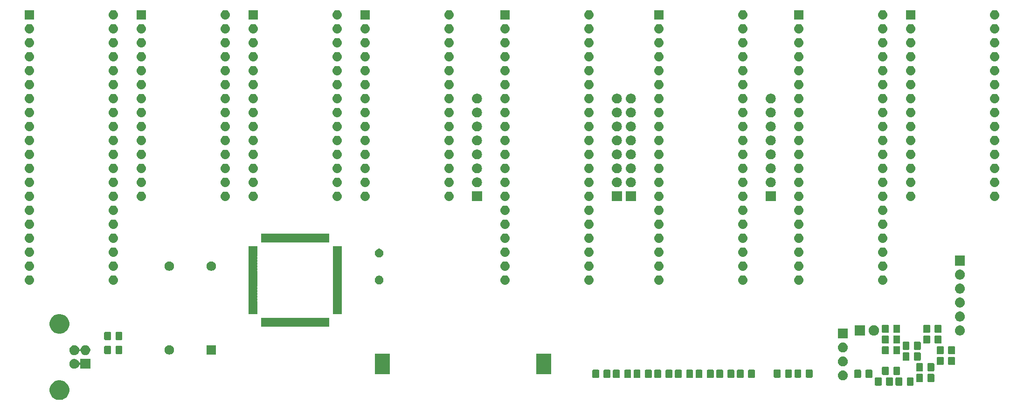
<source format=gbr>
G04 #@! TF.GenerationSoftware,KiCad,Pcbnew,(5.0.2)-1*
G04 #@! TF.CreationDate,2019-09-20T08:48:42-04:00*
G04 #@! TF.ProjectId,Z80_CPU,5a38305f-4350-4552-9e6b-696361645f70,rev?*
G04 #@! TF.SameCoordinates,Original*
G04 #@! TF.FileFunction,Soldermask,Top*
G04 #@! TF.FilePolarity,Negative*
%FSLAX46Y46*%
G04 Gerber Fmt 4.6, Leading zero omitted, Abs format (unit mm)*
G04 Created by KiCad (PCBNEW (5.0.2)-1) date 9/20/2019 8:48:42 AM*
%MOMM*%
%LPD*%
G01*
G04 APERTURE LIST*
%ADD10C,0.100000*%
G04 APERTURE END LIST*
D10*
G36*
X11055331Y-74158211D02*
X11383092Y-74293974D01*
X11678073Y-74491074D01*
X11928926Y-74741927D01*
X12126026Y-75036908D01*
X12261789Y-75364669D01*
X12331000Y-75712616D01*
X12331000Y-76067384D01*
X12261789Y-76415331D01*
X12126026Y-76743092D01*
X11928926Y-77038073D01*
X11678073Y-77288926D01*
X11383092Y-77486026D01*
X11055331Y-77621789D01*
X10707384Y-77691000D01*
X10352616Y-77691000D01*
X10004669Y-77621789D01*
X9676908Y-77486026D01*
X9381927Y-77288926D01*
X9131074Y-77038073D01*
X8933974Y-76743092D01*
X8798211Y-76415331D01*
X8729000Y-76067384D01*
X8729000Y-75712616D01*
X8798211Y-75364669D01*
X8933974Y-75036908D01*
X9131074Y-74741927D01*
X9381927Y-74491074D01*
X9676908Y-74293974D01*
X10004669Y-74158211D01*
X10352616Y-74089000D01*
X10707384Y-74089000D01*
X11055331Y-74158211D01*
X11055331Y-74158211D01*
G37*
G36*
X165474678Y-73589466D02*
X165512365Y-73600899D01*
X165547104Y-73619467D01*
X165577549Y-73644453D01*
X165602535Y-73674898D01*
X165621103Y-73709637D01*
X165632536Y-73747324D01*
X165637001Y-73792662D01*
X165637001Y-74879340D01*
X165632536Y-74924678D01*
X165621103Y-74962365D01*
X165602535Y-74997104D01*
X165577549Y-75027549D01*
X165547104Y-75052535D01*
X165512365Y-75071103D01*
X165474678Y-75082536D01*
X165429340Y-75087001D01*
X164592662Y-75087001D01*
X164547324Y-75082536D01*
X164509637Y-75071103D01*
X164474898Y-75052535D01*
X164444453Y-75027549D01*
X164419467Y-74997104D01*
X164400899Y-74962365D01*
X164389466Y-74924678D01*
X164385001Y-74879340D01*
X164385001Y-73792662D01*
X164389466Y-73747324D01*
X164400899Y-73709637D01*
X164419467Y-73674898D01*
X164444453Y-73644453D01*
X164474898Y-73619467D01*
X164509637Y-73600899D01*
X164547324Y-73589466D01*
X164592662Y-73585001D01*
X165429340Y-73585001D01*
X165474678Y-73589466D01*
X165474678Y-73589466D01*
G37*
G36*
X161724678Y-73589466D02*
X161762365Y-73600899D01*
X161797104Y-73619467D01*
X161827549Y-73644453D01*
X161852535Y-73674898D01*
X161871103Y-73709637D01*
X161882536Y-73747324D01*
X161887001Y-73792662D01*
X161887001Y-74879340D01*
X161882536Y-74924678D01*
X161871103Y-74962365D01*
X161852535Y-74997104D01*
X161827549Y-75027549D01*
X161797104Y-75052535D01*
X161762365Y-75071103D01*
X161724678Y-75082536D01*
X161679340Y-75087001D01*
X160842662Y-75087001D01*
X160797324Y-75082536D01*
X160759637Y-75071103D01*
X160724898Y-75052535D01*
X160694453Y-75027549D01*
X160669467Y-74997104D01*
X160650899Y-74962365D01*
X160639466Y-74924678D01*
X160635001Y-74879340D01*
X160635001Y-73792662D01*
X160639466Y-73747324D01*
X160650899Y-73709637D01*
X160669467Y-73674898D01*
X160694453Y-73644453D01*
X160724898Y-73619467D01*
X160759637Y-73600899D01*
X160797324Y-73589466D01*
X160842662Y-73585001D01*
X161679340Y-73585001D01*
X161724678Y-73589466D01*
X161724678Y-73589466D01*
G37*
G36*
X163424678Y-73589466D02*
X163462365Y-73600899D01*
X163497104Y-73619467D01*
X163527549Y-73644453D01*
X163552535Y-73674898D01*
X163571103Y-73709637D01*
X163582536Y-73747324D01*
X163587001Y-73792662D01*
X163587001Y-74879340D01*
X163582536Y-74924678D01*
X163571103Y-74962365D01*
X163552535Y-74997104D01*
X163527549Y-75027549D01*
X163497104Y-75052535D01*
X163462365Y-75071103D01*
X163424678Y-75082536D01*
X163379340Y-75087001D01*
X162542662Y-75087001D01*
X162497324Y-75082536D01*
X162459637Y-75071103D01*
X162424898Y-75052535D01*
X162394453Y-75027549D01*
X162369467Y-74997104D01*
X162350899Y-74962365D01*
X162339466Y-74924678D01*
X162335001Y-74879340D01*
X162335001Y-73792662D01*
X162339466Y-73747324D01*
X162350899Y-73709637D01*
X162369467Y-73674898D01*
X162394453Y-73644453D01*
X162424898Y-73619467D01*
X162459637Y-73600899D01*
X162497324Y-73589466D01*
X162542662Y-73585001D01*
X163379340Y-73585001D01*
X163424678Y-73589466D01*
X163424678Y-73589466D01*
G37*
G36*
X159674678Y-73589466D02*
X159712365Y-73600899D01*
X159747104Y-73619467D01*
X159777549Y-73644453D01*
X159802535Y-73674898D01*
X159821103Y-73709637D01*
X159832536Y-73747324D01*
X159837001Y-73792662D01*
X159837001Y-74879340D01*
X159832536Y-74924678D01*
X159821103Y-74962365D01*
X159802535Y-74997104D01*
X159777549Y-75027549D01*
X159747104Y-75052535D01*
X159712365Y-75071103D01*
X159674678Y-75082536D01*
X159629340Y-75087001D01*
X158792662Y-75087001D01*
X158747324Y-75082536D01*
X158709637Y-75071103D01*
X158674898Y-75052535D01*
X158644453Y-75027549D01*
X158619467Y-74997104D01*
X158600899Y-74962365D01*
X158589466Y-74924678D01*
X158585001Y-74879340D01*
X158585001Y-73792662D01*
X158589466Y-73747324D01*
X158600899Y-73709637D01*
X158619467Y-73674898D01*
X158644453Y-73644453D01*
X158674898Y-73619467D01*
X158709637Y-73600899D01*
X158747324Y-73589466D01*
X158792662Y-73585001D01*
X159629340Y-73585001D01*
X159674678Y-73589466D01*
X159674678Y-73589466D01*
G37*
G36*
X169224678Y-72939466D02*
X169262365Y-72950899D01*
X169297104Y-72969467D01*
X169327549Y-72994453D01*
X169352535Y-73024898D01*
X169371103Y-73059637D01*
X169382536Y-73097324D01*
X169387001Y-73142662D01*
X169387001Y-74229340D01*
X169382536Y-74274678D01*
X169371103Y-74312365D01*
X169352535Y-74347104D01*
X169327549Y-74377549D01*
X169297104Y-74402535D01*
X169262365Y-74421103D01*
X169224678Y-74432536D01*
X169179340Y-74437001D01*
X168342662Y-74437001D01*
X168297324Y-74432536D01*
X168259637Y-74421103D01*
X168224898Y-74402535D01*
X168194453Y-74377549D01*
X168169467Y-74347104D01*
X168150899Y-74312365D01*
X168139466Y-74274678D01*
X168135001Y-74229340D01*
X168135001Y-73142662D01*
X168139466Y-73097324D01*
X168150899Y-73059637D01*
X168169467Y-73024898D01*
X168194453Y-72994453D01*
X168224898Y-72969467D01*
X168259637Y-72950899D01*
X168297324Y-72939466D01*
X168342662Y-72935001D01*
X169179340Y-72935001D01*
X169224678Y-72939466D01*
X169224678Y-72939466D01*
G37*
G36*
X167174678Y-72939466D02*
X167212365Y-72950899D01*
X167247104Y-72969467D01*
X167277549Y-72994453D01*
X167302535Y-73024898D01*
X167321103Y-73059637D01*
X167332536Y-73097324D01*
X167337001Y-73142662D01*
X167337001Y-74229340D01*
X167332536Y-74274678D01*
X167321103Y-74312365D01*
X167302535Y-74347104D01*
X167277549Y-74377549D01*
X167247104Y-74402535D01*
X167212365Y-74421103D01*
X167174678Y-74432536D01*
X167129340Y-74437001D01*
X166292662Y-74437001D01*
X166247324Y-74432536D01*
X166209637Y-74421103D01*
X166174898Y-74402535D01*
X166144453Y-74377549D01*
X166119467Y-74347104D01*
X166100899Y-74312365D01*
X166089466Y-74274678D01*
X166085001Y-74229340D01*
X166085001Y-73142662D01*
X166089466Y-73097324D01*
X166100899Y-73059637D01*
X166119467Y-73024898D01*
X166144453Y-72994453D01*
X166174898Y-72969467D01*
X166209637Y-72950899D01*
X166247324Y-72939466D01*
X166292662Y-72935001D01*
X167129340Y-72935001D01*
X167174678Y-72939466D01*
X167174678Y-72939466D01*
G37*
G36*
X152877330Y-72309637D02*
X152962628Y-72318038D01*
X153059171Y-72347324D01*
X153132468Y-72369558D01*
X153203045Y-72407283D01*
X153288992Y-72453223D01*
X153323778Y-72481771D01*
X153426187Y-72565815D01*
X153509449Y-72667272D01*
X153538779Y-72703010D01*
X153538780Y-72703012D01*
X153622444Y-72859534D01*
X153622444Y-72859535D01*
X153673964Y-73029374D01*
X153691360Y-73206001D01*
X153673964Y-73382628D01*
X153664196Y-73414828D01*
X153622444Y-73552468D01*
X153580055Y-73631771D01*
X153538779Y-73708992D01*
X153509449Y-73744730D01*
X153426187Y-73846187D01*
X153324730Y-73929449D01*
X153288992Y-73958779D01*
X153288990Y-73958780D01*
X153132468Y-74042444D01*
X153075854Y-74059617D01*
X152962628Y-74093964D01*
X152896443Y-74100483D01*
X152830261Y-74107001D01*
X152741741Y-74107001D01*
X152675559Y-74100483D01*
X152609374Y-74093964D01*
X152496148Y-74059617D01*
X152439534Y-74042444D01*
X152283012Y-73958780D01*
X152283010Y-73958779D01*
X152247272Y-73929449D01*
X152145815Y-73846187D01*
X152062553Y-73744730D01*
X152033223Y-73708992D01*
X151991947Y-73631771D01*
X151949558Y-73552468D01*
X151907806Y-73414828D01*
X151898038Y-73382628D01*
X151880642Y-73206001D01*
X151898038Y-73029374D01*
X151949558Y-72859535D01*
X151949558Y-72859534D01*
X152033222Y-72703012D01*
X152033223Y-72703010D01*
X152062553Y-72667272D01*
X152145815Y-72565815D01*
X152248224Y-72481771D01*
X152283010Y-72453223D01*
X152368957Y-72407283D01*
X152439534Y-72369558D01*
X152512831Y-72347324D01*
X152609374Y-72318038D01*
X152694672Y-72309637D01*
X152741741Y-72305001D01*
X152830261Y-72305001D01*
X152877330Y-72309637D01*
X152877330Y-72309637D01*
G37*
G36*
X134624678Y-72189466D02*
X134662365Y-72200899D01*
X134697104Y-72219467D01*
X134727549Y-72244453D01*
X134752535Y-72274898D01*
X134771103Y-72309637D01*
X134782536Y-72347324D01*
X134787001Y-72392662D01*
X134787001Y-73479340D01*
X134782536Y-73524678D01*
X134771103Y-73562365D01*
X134752535Y-73597104D01*
X134727549Y-73627549D01*
X134697104Y-73652535D01*
X134662365Y-73671103D01*
X134624678Y-73682536D01*
X134579340Y-73687001D01*
X133742662Y-73687001D01*
X133697324Y-73682536D01*
X133659637Y-73671103D01*
X133624898Y-73652535D01*
X133594453Y-73627549D01*
X133569467Y-73597104D01*
X133550899Y-73562365D01*
X133539466Y-73524678D01*
X133535001Y-73479340D01*
X133535001Y-72392662D01*
X133539466Y-72347324D01*
X133550899Y-72309637D01*
X133569467Y-72274898D01*
X133594453Y-72244453D01*
X133624898Y-72219467D01*
X133659637Y-72200899D01*
X133697324Y-72189466D01*
X133742662Y-72185001D01*
X134579340Y-72185001D01*
X134624678Y-72189466D01*
X134624678Y-72189466D01*
G37*
G36*
X155924678Y-72189466D02*
X155962365Y-72200899D01*
X155997104Y-72219467D01*
X156027549Y-72244453D01*
X156052535Y-72274898D01*
X156071103Y-72309637D01*
X156082536Y-72347324D01*
X156087001Y-72392662D01*
X156087001Y-73479340D01*
X156082536Y-73524678D01*
X156071103Y-73562365D01*
X156052535Y-73597104D01*
X156027549Y-73627549D01*
X155997104Y-73652535D01*
X155962365Y-73671103D01*
X155924678Y-73682536D01*
X155879340Y-73687001D01*
X155042662Y-73687001D01*
X154997324Y-73682536D01*
X154959637Y-73671103D01*
X154924898Y-73652535D01*
X154894453Y-73627549D01*
X154869467Y-73597104D01*
X154850899Y-73562365D01*
X154839466Y-73524678D01*
X154835001Y-73479340D01*
X154835001Y-72392662D01*
X154839466Y-72347324D01*
X154850899Y-72309637D01*
X154869467Y-72274898D01*
X154894453Y-72244453D01*
X154924898Y-72219467D01*
X154959637Y-72200899D01*
X154997324Y-72189466D01*
X155042662Y-72185001D01*
X155879340Y-72185001D01*
X155924678Y-72189466D01*
X155924678Y-72189466D01*
G37*
G36*
X136674678Y-72189466D02*
X136712365Y-72200899D01*
X136747104Y-72219467D01*
X136777549Y-72244453D01*
X136802535Y-72274898D01*
X136821103Y-72309637D01*
X136832536Y-72347324D01*
X136837001Y-72392662D01*
X136837001Y-73479340D01*
X136832536Y-73524678D01*
X136821103Y-73562365D01*
X136802535Y-73597104D01*
X136777549Y-73627549D01*
X136747104Y-73652535D01*
X136712365Y-73671103D01*
X136674678Y-73682536D01*
X136629340Y-73687001D01*
X135792662Y-73687001D01*
X135747324Y-73682536D01*
X135709637Y-73671103D01*
X135674898Y-73652535D01*
X135644453Y-73627549D01*
X135619467Y-73597104D01*
X135600899Y-73562365D01*
X135589466Y-73524678D01*
X135585001Y-73479340D01*
X135585001Y-72392662D01*
X135589466Y-72347324D01*
X135600899Y-72309637D01*
X135619467Y-72274898D01*
X135644453Y-72244453D01*
X135674898Y-72219467D01*
X135709637Y-72200899D01*
X135747324Y-72189466D01*
X135792662Y-72185001D01*
X136629340Y-72185001D01*
X136674678Y-72189466D01*
X136674678Y-72189466D01*
G37*
G36*
X130874678Y-72189466D02*
X130912365Y-72200899D01*
X130947104Y-72219467D01*
X130977549Y-72244453D01*
X131002535Y-72274898D01*
X131021103Y-72309637D01*
X131032536Y-72347324D01*
X131037001Y-72392662D01*
X131037001Y-73479340D01*
X131032536Y-73524678D01*
X131021103Y-73562365D01*
X131002535Y-73597104D01*
X130977549Y-73627549D01*
X130947104Y-73652535D01*
X130912365Y-73671103D01*
X130874678Y-73682536D01*
X130829340Y-73687001D01*
X129992662Y-73687001D01*
X129947324Y-73682536D01*
X129909637Y-73671103D01*
X129874898Y-73652535D01*
X129844453Y-73627549D01*
X129819467Y-73597104D01*
X129800899Y-73562365D01*
X129789466Y-73524678D01*
X129785001Y-73479340D01*
X129785001Y-72392662D01*
X129789466Y-72347324D01*
X129800899Y-72309637D01*
X129819467Y-72274898D01*
X129844453Y-72244453D01*
X129874898Y-72219467D01*
X129909637Y-72200899D01*
X129947324Y-72189466D01*
X129992662Y-72185001D01*
X130829340Y-72185001D01*
X130874678Y-72189466D01*
X130874678Y-72189466D01*
G37*
G36*
X132924678Y-72189466D02*
X132962365Y-72200899D01*
X132997104Y-72219467D01*
X133027549Y-72244453D01*
X133052535Y-72274898D01*
X133071103Y-72309637D01*
X133082536Y-72347324D01*
X133087001Y-72392662D01*
X133087001Y-73479340D01*
X133082536Y-73524678D01*
X133071103Y-73562365D01*
X133052535Y-73597104D01*
X133027549Y-73627549D01*
X132997104Y-73652535D01*
X132962365Y-73671103D01*
X132924678Y-73682536D01*
X132879340Y-73687001D01*
X132042662Y-73687001D01*
X131997324Y-73682536D01*
X131959637Y-73671103D01*
X131924898Y-73652535D01*
X131894453Y-73627549D01*
X131869467Y-73597104D01*
X131850899Y-73562365D01*
X131839466Y-73524678D01*
X131835001Y-73479340D01*
X131835001Y-72392662D01*
X131839466Y-72347324D01*
X131850899Y-72309637D01*
X131869467Y-72274898D01*
X131894453Y-72244453D01*
X131924898Y-72219467D01*
X131959637Y-72200899D01*
X131997324Y-72189466D01*
X132042662Y-72185001D01*
X132879340Y-72185001D01*
X132924678Y-72189466D01*
X132924678Y-72189466D01*
G37*
G36*
X129174678Y-72189466D02*
X129212365Y-72200899D01*
X129247104Y-72219467D01*
X129277549Y-72244453D01*
X129302535Y-72274898D01*
X129321103Y-72309637D01*
X129332536Y-72347324D01*
X129337001Y-72392662D01*
X129337001Y-73479340D01*
X129332536Y-73524678D01*
X129321103Y-73562365D01*
X129302535Y-73597104D01*
X129277549Y-73627549D01*
X129247104Y-73652535D01*
X129212365Y-73671103D01*
X129174678Y-73682536D01*
X129129340Y-73687001D01*
X128292662Y-73687001D01*
X128247324Y-73682536D01*
X128209637Y-73671103D01*
X128174898Y-73652535D01*
X128144453Y-73627549D01*
X128119467Y-73597104D01*
X128100899Y-73562365D01*
X128089466Y-73524678D01*
X128085001Y-73479340D01*
X128085001Y-72392662D01*
X128089466Y-72347324D01*
X128100899Y-72309637D01*
X128119467Y-72274898D01*
X128144453Y-72244453D01*
X128174898Y-72219467D01*
X128209637Y-72200899D01*
X128247324Y-72189466D01*
X128292662Y-72185001D01*
X129129340Y-72185001D01*
X129174678Y-72189466D01*
X129174678Y-72189466D01*
G37*
G36*
X127124678Y-72189466D02*
X127162365Y-72200899D01*
X127197104Y-72219467D01*
X127227549Y-72244453D01*
X127252535Y-72274898D01*
X127271103Y-72309637D01*
X127282536Y-72347324D01*
X127287001Y-72392662D01*
X127287001Y-73479340D01*
X127282536Y-73524678D01*
X127271103Y-73562365D01*
X127252535Y-73597104D01*
X127227549Y-73627549D01*
X127197104Y-73652535D01*
X127162365Y-73671103D01*
X127124678Y-73682536D01*
X127079340Y-73687001D01*
X126242662Y-73687001D01*
X126197324Y-73682536D01*
X126159637Y-73671103D01*
X126124898Y-73652535D01*
X126094453Y-73627549D01*
X126069467Y-73597104D01*
X126050899Y-73562365D01*
X126039466Y-73524678D01*
X126035001Y-73479340D01*
X126035001Y-72392662D01*
X126039466Y-72347324D01*
X126050899Y-72309637D01*
X126069467Y-72274898D01*
X126094453Y-72244453D01*
X126124898Y-72219467D01*
X126159637Y-72200899D01*
X126197324Y-72189466D01*
X126242662Y-72185001D01*
X127079340Y-72185001D01*
X127124678Y-72189466D01*
X127124678Y-72189466D01*
G37*
G36*
X125424678Y-72189466D02*
X125462365Y-72200899D01*
X125497104Y-72219467D01*
X125527549Y-72244453D01*
X125552535Y-72274898D01*
X125571103Y-72309637D01*
X125582536Y-72347324D01*
X125587001Y-72392662D01*
X125587001Y-73479340D01*
X125582536Y-73524678D01*
X125571103Y-73562365D01*
X125552535Y-73597104D01*
X125527549Y-73627549D01*
X125497104Y-73652535D01*
X125462365Y-73671103D01*
X125424678Y-73682536D01*
X125379340Y-73687001D01*
X124542662Y-73687001D01*
X124497324Y-73682536D01*
X124459637Y-73671103D01*
X124424898Y-73652535D01*
X124394453Y-73627549D01*
X124369467Y-73597104D01*
X124350899Y-73562365D01*
X124339466Y-73524678D01*
X124335001Y-73479340D01*
X124335001Y-72392662D01*
X124339466Y-72347324D01*
X124350899Y-72309637D01*
X124369467Y-72274898D01*
X124394453Y-72244453D01*
X124424898Y-72219467D01*
X124459637Y-72200899D01*
X124497324Y-72189466D01*
X124542662Y-72185001D01*
X125379340Y-72185001D01*
X125424678Y-72189466D01*
X125424678Y-72189466D01*
G37*
G36*
X123374678Y-72189466D02*
X123412365Y-72200899D01*
X123447104Y-72219467D01*
X123477549Y-72244453D01*
X123502535Y-72274898D01*
X123521103Y-72309637D01*
X123532536Y-72347324D01*
X123537001Y-72392662D01*
X123537001Y-73479340D01*
X123532536Y-73524678D01*
X123521103Y-73562365D01*
X123502535Y-73597104D01*
X123477549Y-73627549D01*
X123447104Y-73652535D01*
X123412365Y-73671103D01*
X123374678Y-73682536D01*
X123329340Y-73687001D01*
X122492662Y-73687001D01*
X122447324Y-73682536D01*
X122409637Y-73671103D01*
X122374898Y-73652535D01*
X122344453Y-73627549D01*
X122319467Y-73597104D01*
X122300899Y-73562365D01*
X122289466Y-73524678D01*
X122285001Y-73479340D01*
X122285001Y-72392662D01*
X122289466Y-72347324D01*
X122300899Y-72309637D01*
X122319467Y-72274898D01*
X122344453Y-72244453D01*
X122374898Y-72219467D01*
X122409637Y-72200899D01*
X122447324Y-72189466D01*
X122492662Y-72185001D01*
X123329340Y-72185001D01*
X123374678Y-72189466D01*
X123374678Y-72189466D01*
G37*
G36*
X121674678Y-72189466D02*
X121712365Y-72200899D01*
X121747104Y-72219467D01*
X121777549Y-72244453D01*
X121802535Y-72274898D01*
X121821103Y-72309637D01*
X121832536Y-72347324D01*
X121837001Y-72392662D01*
X121837001Y-73479340D01*
X121832536Y-73524678D01*
X121821103Y-73562365D01*
X121802535Y-73597104D01*
X121777549Y-73627549D01*
X121747104Y-73652535D01*
X121712365Y-73671103D01*
X121674678Y-73682536D01*
X121629340Y-73687001D01*
X120792662Y-73687001D01*
X120747324Y-73682536D01*
X120709637Y-73671103D01*
X120674898Y-73652535D01*
X120644453Y-73627549D01*
X120619467Y-73597104D01*
X120600899Y-73562365D01*
X120589466Y-73524678D01*
X120585001Y-73479340D01*
X120585001Y-72392662D01*
X120589466Y-72347324D01*
X120600899Y-72309637D01*
X120619467Y-72274898D01*
X120644453Y-72244453D01*
X120674898Y-72219467D01*
X120709637Y-72200899D01*
X120747324Y-72189466D01*
X120792662Y-72185001D01*
X121629340Y-72185001D01*
X121674678Y-72189466D01*
X121674678Y-72189466D01*
G37*
G36*
X119624678Y-72189466D02*
X119662365Y-72200899D01*
X119697104Y-72219467D01*
X119727549Y-72244453D01*
X119752535Y-72274898D01*
X119771103Y-72309637D01*
X119782536Y-72347324D01*
X119787001Y-72392662D01*
X119787001Y-73479340D01*
X119782536Y-73524678D01*
X119771103Y-73562365D01*
X119752535Y-73597104D01*
X119727549Y-73627549D01*
X119697104Y-73652535D01*
X119662365Y-73671103D01*
X119624678Y-73682536D01*
X119579340Y-73687001D01*
X118742662Y-73687001D01*
X118697324Y-73682536D01*
X118659637Y-73671103D01*
X118624898Y-73652535D01*
X118594453Y-73627549D01*
X118569467Y-73597104D01*
X118550899Y-73562365D01*
X118539466Y-73524678D01*
X118535001Y-73479340D01*
X118535001Y-72392662D01*
X118539466Y-72347324D01*
X118550899Y-72309637D01*
X118569467Y-72274898D01*
X118594453Y-72244453D01*
X118624898Y-72219467D01*
X118659637Y-72200899D01*
X118697324Y-72189466D01*
X118742662Y-72185001D01*
X119579340Y-72185001D01*
X119624678Y-72189466D01*
X119624678Y-72189466D01*
G37*
G36*
X115874678Y-72189466D02*
X115912365Y-72200899D01*
X115947104Y-72219467D01*
X115977549Y-72244453D01*
X116002535Y-72274898D01*
X116021103Y-72309637D01*
X116032536Y-72347324D01*
X116037001Y-72392662D01*
X116037001Y-73479340D01*
X116032536Y-73524678D01*
X116021103Y-73562365D01*
X116002535Y-73597104D01*
X115977549Y-73627549D01*
X115947104Y-73652535D01*
X115912365Y-73671103D01*
X115874678Y-73682536D01*
X115829340Y-73687001D01*
X114992662Y-73687001D01*
X114947324Y-73682536D01*
X114909637Y-73671103D01*
X114874898Y-73652535D01*
X114844453Y-73627549D01*
X114819467Y-73597104D01*
X114800899Y-73562365D01*
X114789466Y-73524678D01*
X114785001Y-73479340D01*
X114785001Y-72392662D01*
X114789466Y-72347324D01*
X114800899Y-72309637D01*
X114819467Y-72274898D01*
X114844453Y-72244453D01*
X114874898Y-72219467D01*
X114909637Y-72200899D01*
X114947324Y-72189466D01*
X114992662Y-72185001D01*
X115829340Y-72185001D01*
X115874678Y-72189466D01*
X115874678Y-72189466D01*
G37*
G36*
X117924678Y-72189466D02*
X117962365Y-72200899D01*
X117997104Y-72219467D01*
X118027549Y-72244453D01*
X118052535Y-72274898D01*
X118071103Y-72309637D01*
X118082536Y-72347324D01*
X118087001Y-72392662D01*
X118087001Y-73479340D01*
X118082536Y-73524678D01*
X118071103Y-73562365D01*
X118052535Y-73597104D01*
X118027549Y-73627549D01*
X117997104Y-73652535D01*
X117962365Y-73671103D01*
X117924678Y-73682536D01*
X117879340Y-73687001D01*
X117042662Y-73687001D01*
X116997324Y-73682536D01*
X116959637Y-73671103D01*
X116924898Y-73652535D01*
X116894453Y-73627549D01*
X116869467Y-73597104D01*
X116850899Y-73562365D01*
X116839466Y-73524678D01*
X116835001Y-73479340D01*
X116835001Y-72392662D01*
X116839466Y-72347324D01*
X116850899Y-72309637D01*
X116869467Y-72274898D01*
X116894453Y-72244453D01*
X116924898Y-72219467D01*
X116959637Y-72200899D01*
X116997324Y-72189466D01*
X117042662Y-72185001D01*
X117879340Y-72185001D01*
X117924678Y-72189466D01*
X117924678Y-72189466D01*
G37*
G36*
X110424678Y-72189466D02*
X110462365Y-72200899D01*
X110497104Y-72219467D01*
X110527549Y-72244453D01*
X110552535Y-72274898D01*
X110571103Y-72309637D01*
X110582536Y-72347324D01*
X110587001Y-72392662D01*
X110587001Y-73479340D01*
X110582536Y-73524678D01*
X110571103Y-73562365D01*
X110552535Y-73597104D01*
X110527549Y-73627549D01*
X110497104Y-73652535D01*
X110462365Y-73671103D01*
X110424678Y-73682536D01*
X110379340Y-73687001D01*
X109542662Y-73687001D01*
X109497324Y-73682536D01*
X109459637Y-73671103D01*
X109424898Y-73652535D01*
X109394453Y-73627549D01*
X109369467Y-73597104D01*
X109350899Y-73562365D01*
X109339466Y-73524678D01*
X109335001Y-73479340D01*
X109335001Y-72392662D01*
X109339466Y-72347324D01*
X109350899Y-72309637D01*
X109369467Y-72274898D01*
X109394453Y-72244453D01*
X109424898Y-72219467D01*
X109459637Y-72200899D01*
X109497324Y-72189466D01*
X109542662Y-72185001D01*
X110379340Y-72185001D01*
X110424678Y-72189466D01*
X110424678Y-72189466D01*
G37*
G36*
X108374678Y-72189466D02*
X108412365Y-72200899D01*
X108447104Y-72219467D01*
X108477549Y-72244453D01*
X108502535Y-72274898D01*
X108521103Y-72309637D01*
X108532536Y-72347324D01*
X108537001Y-72392662D01*
X108537001Y-73479340D01*
X108532536Y-73524678D01*
X108521103Y-73562365D01*
X108502535Y-73597104D01*
X108477549Y-73627549D01*
X108447104Y-73652535D01*
X108412365Y-73671103D01*
X108374678Y-73682536D01*
X108329340Y-73687001D01*
X107492662Y-73687001D01*
X107447324Y-73682536D01*
X107409637Y-73671103D01*
X107374898Y-73652535D01*
X107344453Y-73627549D01*
X107319467Y-73597104D01*
X107300899Y-73562365D01*
X107289466Y-73524678D01*
X107285001Y-73479340D01*
X107285001Y-72392662D01*
X107289466Y-72347324D01*
X107300899Y-72309637D01*
X107319467Y-72274898D01*
X107344453Y-72244453D01*
X107374898Y-72219467D01*
X107409637Y-72200899D01*
X107447324Y-72189466D01*
X107492662Y-72185001D01*
X108329340Y-72185001D01*
X108374678Y-72189466D01*
X108374678Y-72189466D01*
G37*
G36*
X114174678Y-72189466D02*
X114212365Y-72200899D01*
X114247104Y-72219467D01*
X114277549Y-72244453D01*
X114302535Y-72274898D01*
X114321103Y-72309637D01*
X114332536Y-72347324D01*
X114337001Y-72392662D01*
X114337001Y-73479340D01*
X114332536Y-73524678D01*
X114321103Y-73562365D01*
X114302535Y-73597104D01*
X114277549Y-73627549D01*
X114247104Y-73652535D01*
X114212365Y-73671103D01*
X114174678Y-73682536D01*
X114129340Y-73687001D01*
X113292662Y-73687001D01*
X113247324Y-73682536D01*
X113209637Y-73671103D01*
X113174898Y-73652535D01*
X113144453Y-73627549D01*
X113119467Y-73597104D01*
X113100899Y-73562365D01*
X113089466Y-73524678D01*
X113085001Y-73479340D01*
X113085001Y-72392662D01*
X113089466Y-72347324D01*
X113100899Y-72309637D01*
X113119467Y-72274898D01*
X113144453Y-72244453D01*
X113174898Y-72219467D01*
X113209637Y-72200899D01*
X113247324Y-72189466D01*
X113292662Y-72185001D01*
X114129340Y-72185001D01*
X114174678Y-72189466D01*
X114174678Y-72189466D01*
G37*
G36*
X112124678Y-72189466D02*
X112162365Y-72200899D01*
X112197104Y-72219467D01*
X112227549Y-72244453D01*
X112252535Y-72274898D01*
X112271103Y-72309637D01*
X112282536Y-72347324D01*
X112287001Y-72392662D01*
X112287001Y-73479340D01*
X112282536Y-73524678D01*
X112271103Y-73562365D01*
X112252535Y-73597104D01*
X112227549Y-73627549D01*
X112197104Y-73652535D01*
X112162365Y-73671103D01*
X112124678Y-73682536D01*
X112079340Y-73687001D01*
X111242662Y-73687001D01*
X111197324Y-73682536D01*
X111159637Y-73671103D01*
X111124898Y-73652535D01*
X111094453Y-73627549D01*
X111069467Y-73597104D01*
X111050899Y-73562365D01*
X111039466Y-73524678D01*
X111035001Y-73479340D01*
X111035001Y-72392662D01*
X111039466Y-72347324D01*
X111050899Y-72309637D01*
X111069467Y-72274898D01*
X111094453Y-72244453D01*
X111124898Y-72219467D01*
X111159637Y-72200899D01*
X111197324Y-72189466D01*
X111242662Y-72185001D01*
X112079340Y-72185001D01*
X112124678Y-72189466D01*
X112124678Y-72189466D01*
G37*
G36*
X157974678Y-72189466D02*
X158012365Y-72200899D01*
X158047104Y-72219467D01*
X158077549Y-72244453D01*
X158102535Y-72274898D01*
X158121103Y-72309637D01*
X158132536Y-72347324D01*
X158137001Y-72392662D01*
X158137001Y-73479340D01*
X158132536Y-73524678D01*
X158121103Y-73562365D01*
X158102535Y-73597104D01*
X158077549Y-73627549D01*
X158047104Y-73652535D01*
X158012365Y-73671103D01*
X157974678Y-73682536D01*
X157929340Y-73687001D01*
X157092662Y-73687001D01*
X157047324Y-73682536D01*
X157009637Y-73671103D01*
X156974898Y-73652535D01*
X156944453Y-73627549D01*
X156919467Y-73597104D01*
X156900899Y-73562365D01*
X156889466Y-73524678D01*
X156885001Y-73479340D01*
X156885001Y-72392662D01*
X156889466Y-72347324D01*
X156900899Y-72309637D01*
X156919467Y-72274898D01*
X156944453Y-72244453D01*
X156974898Y-72219467D01*
X157009637Y-72200899D01*
X157047324Y-72189466D01*
X157092662Y-72185001D01*
X157929340Y-72185001D01*
X157974678Y-72189466D01*
X157974678Y-72189466D01*
G37*
G36*
X145074678Y-72139466D02*
X145112365Y-72150899D01*
X145147104Y-72169467D01*
X145177549Y-72194453D01*
X145202535Y-72224898D01*
X145221103Y-72259637D01*
X145232536Y-72297324D01*
X145237001Y-72342662D01*
X145237001Y-73429340D01*
X145232536Y-73474678D01*
X145221103Y-73512365D01*
X145202535Y-73547104D01*
X145177549Y-73577549D01*
X145147104Y-73602535D01*
X145112365Y-73621103D01*
X145074678Y-73632536D01*
X145029340Y-73637001D01*
X144192662Y-73637001D01*
X144147324Y-73632536D01*
X144109637Y-73621103D01*
X144074898Y-73602535D01*
X144044453Y-73577549D01*
X144019467Y-73547104D01*
X144000899Y-73512365D01*
X143989466Y-73474678D01*
X143985001Y-73429340D01*
X143985001Y-72342662D01*
X143989466Y-72297324D01*
X144000899Y-72259637D01*
X144019467Y-72224898D01*
X144044453Y-72194453D01*
X144074898Y-72169467D01*
X144109637Y-72150899D01*
X144147324Y-72139466D01*
X144192662Y-72135001D01*
X145029340Y-72135001D01*
X145074678Y-72139466D01*
X145074678Y-72139466D01*
G37*
G36*
X147124678Y-72139466D02*
X147162365Y-72150899D01*
X147197104Y-72169467D01*
X147227549Y-72194453D01*
X147252535Y-72224898D01*
X147271103Y-72259637D01*
X147282536Y-72297324D01*
X147287001Y-72342662D01*
X147287001Y-73429340D01*
X147282536Y-73474678D01*
X147271103Y-73512365D01*
X147252535Y-73547104D01*
X147227549Y-73577549D01*
X147197104Y-73602535D01*
X147162365Y-73621103D01*
X147124678Y-73632536D01*
X147079340Y-73637001D01*
X146242662Y-73637001D01*
X146197324Y-73632536D01*
X146159637Y-73621103D01*
X146124898Y-73602535D01*
X146094453Y-73577549D01*
X146069467Y-73547104D01*
X146050899Y-73512365D01*
X146039466Y-73474678D01*
X146035001Y-73429340D01*
X146035001Y-72342662D01*
X146039466Y-72297324D01*
X146050899Y-72259637D01*
X146069467Y-72224898D01*
X146094453Y-72194453D01*
X146124898Y-72169467D01*
X146159637Y-72150899D01*
X146197324Y-72139466D01*
X146242662Y-72135001D01*
X147079340Y-72135001D01*
X147124678Y-72139466D01*
X147124678Y-72139466D01*
G37*
G36*
X141324678Y-72139466D02*
X141362365Y-72150899D01*
X141397104Y-72169467D01*
X141427549Y-72194453D01*
X141452535Y-72224898D01*
X141471103Y-72259637D01*
X141482536Y-72297324D01*
X141487001Y-72342662D01*
X141487001Y-73429340D01*
X141482536Y-73474678D01*
X141471103Y-73512365D01*
X141452535Y-73547104D01*
X141427549Y-73577549D01*
X141397104Y-73602535D01*
X141362365Y-73621103D01*
X141324678Y-73632536D01*
X141279340Y-73637001D01*
X140442662Y-73637001D01*
X140397324Y-73632536D01*
X140359637Y-73621103D01*
X140324898Y-73602535D01*
X140294453Y-73577549D01*
X140269467Y-73547104D01*
X140250899Y-73512365D01*
X140239466Y-73474678D01*
X140235001Y-73429340D01*
X140235001Y-72342662D01*
X140239466Y-72297324D01*
X140250899Y-72259637D01*
X140269467Y-72224898D01*
X140294453Y-72194453D01*
X140324898Y-72169467D01*
X140359637Y-72150899D01*
X140397324Y-72139466D01*
X140442662Y-72135001D01*
X141279340Y-72135001D01*
X141324678Y-72139466D01*
X141324678Y-72139466D01*
G37*
G36*
X143374678Y-72139466D02*
X143412365Y-72150899D01*
X143447104Y-72169467D01*
X143477549Y-72194453D01*
X143502535Y-72224898D01*
X143521103Y-72259637D01*
X143532536Y-72297324D01*
X143537001Y-72342662D01*
X143537001Y-73429340D01*
X143532536Y-73474678D01*
X143521103Y-73512365D01*
X143502535Y-73547104D01*
X143477549Y-73577549D01*
X143447104Y-73602535D01*
X143412365Y-73621103D01*
X143374678Y-73632536D01*
X143329340Y-73637001D01*
X142492662Y-73637001D01*
X142447324Y-73632536D01*
X142409637Y-73621103D01*
X142374898Y-73602535D01*
X142344453Y-73577549D01*
X142319467Y-73547104D01*
X142300899Y-73512365D01*
X142289466Y-73474678D01*
X142285001Y-73429340D01*
X142285001Y-72342662D01*
X142289466Y-72297324D01*
X142300899Y-72259637D01*
X142319467Y-72224898D01*
X142344453Y-72194453D01*
X142374898Y-72169467D01*
X142409637Y-72150899D01*
X142447324Y-72139466D01*
X142492662Y-72135001D01*
X143329340Y-72135001D01*
X143374678Y-72139466D01*
X143374678Y-72139466D01*
G37*
G36*
X163024678Y-71639466D02*
X163062365Y-71650899D01*
X163097104Y-71669467D01*
X163127549Y-71694453D01*
X163152535Y-71724898D01*
X163171103Y-71759637D01*
X163182536Y-71797324D01*
X163187001Y-71842662D01*
X163187001Y-72929340D01*
X163182536Y-72974678D01*
X163171103Y-73012365D01*
X163152535Y-73047104D01*
X163127549Y-73077549D01*
X163097104Y-73102535D01*
X163062365Y-73121103D01*
X163024678Y-73132536D01*
X162979340Y-73137001D01*
X162142662Y-73137001D01*
X162097324Y-73132536D01*
X162059637Y-73121103D01*
X162024898Y-73102535D01*
X161994453Y-73077549D01*
X161969467Y-73047104D01*
X161950899Y-73012365D01*
X161939466Y-72974678D01*
X161935001Y-72929340D01*
X161935001Y-71842662D01*
X161939466Y-71797324D01*
X161950899Y-71759637D01*
X161969467Y-71724898D01*
X161994453Y-71694453D01*
X162024898Y-71669467D01*
X162059637Y-71650899D01*
X162097324Y-71639466D01*
X162142662Y-71635001D01*
X162979340Y-71635001D01*
X163024678Y-71639466D01*
X163024678Y-71639466D01*
G37*
G36*
X160974678Y-71639466D02*
X161012365Y-71650899D01*
X161047104Y-71669467D01*
X161077549Y-71694453D01*
X161102535Y-71724898D01*
X161121103Y-71759637D01*
X161132536Y-71797324D01*
X161137001Y-71842662D01*
X161137001Y-72929340D01*
X161132536Y-72974678D01*
X161121103Y-73012365D01*
X161102535Y-73047104D01*
X161077549Y-73077549D01*
X161047104Y-73102535D01*
X161012365Y-73121103D01*
X160974678Y-73132536D01*
X160929340Y-73137001D01*
X160092662Y-73137001D01*
X160047324Y-73132536D01*
X160009637Y-73121103D01*
X159974898Y-73102535D01*
X159944453Y-73077549D01*
X159919467Y-73047104D01*
X159900899Y-73012365D01*
X159889466Y-72974678D01*
X159885001Y-72929340D01*
X159885001Y-71842662D01*
X159889466Y-71797324D01*
X159900899Y-71759637D01*
X159919467Y-71724898D01*
X159944453Y-71694453D01*
X159974898Y-71669467D01*
X160009637Y-71650899D01*
X160047324Y-71639466D01*
X160092662Y-71635001D01*
X160929340Y-71635001D01*
X160974678Y-71639466D01*
X160974678Y-71639466D01*
G37*
G36*
X70521000Y-72971000D02*
X67819000Y-72971000D01*
X67819000Y-69269000D01*
X70521000Y-69269000D01*
X70521000Y-72971000D01*
X70521000Y-72971000D01*
G37*
G36*
X99821000Y-72971000D02*
X97119000Y-72971000D01*
X97119000Y-69269000D01*
X99821000Y-69269000D01*
X99821000Y-72971000D01*
X99821000Y-72971000D01*
G37*
G36*
X169224678Y-70989466D02*
X169262365Y-71000899D01*
X169297104Y-71019467D01*
X169327549Y-71044453D01*
X169352535Y-71074898D01*
X169371103Y-71109637D01*
X169382536Y-71147324D01*
X169387001Y-71192662D01*
X169387001Y-72279340D01*
X169382536Y-72324678D01*
X169371103Y-72362365D01*
X169352535Y-72397104D01*
X169327549Y-72427549D01*
X169297104Y-72452535D01*
X169262365Y-72471103D01*
X169224678Y-72482536D01*
X169179340Y-72487001D01*
X168342662Y-72487001D01*
X168297324Y-72482536D01*
X168259637Y-72471103D01*
X168224898Y-72452535D01*
X168194453Y-72427549D01*
X168169467Y-72397104D01*
X168150899Y-72362365D01*
X168139466Y-72324678D01*
X168135001Y-72279340D01*
X168135001Y-71192662D01*
X168139466Y-71147324D01*
X168150899Y-71109637D01*
X168169467Y-71074898D01*
X168194453Y-71044453D01*
X168224898Y-71019467D01*
X168259637Y-71000899D01*
X168297324Y-70989466D01*
X168342662Y-70985001D01*
X169179340Y-70985001D01*
X169224678Y-70989466D01*
X169224678Y-70989466D01*
G37*
G36*
X167174678Y-70989466D02*
X167212365Y-71000899D01*
X167247104Y-71019467D01*
X167277549Y-71044453D01*
X167302535Y-71074898D01*
X167321103Y-71109637D01*
X167332536Y-71147324D01*
X167337001Y-71192662D01*
X167337001Y-72279340D01*
X167332536Y-72324678D01*
X167321103Y-72362365D01*
X167302535Y-72397104D01*
X167277549Y-72427549D01*
X167247104Y-72452535D01*
X167212365Y-72471103D01*
X167174678Y-72482536D01*
X167129340Y-72487001D01*
X166292662Y-72487001D01*
X166247324Y-72482536D01*
X166209637Y-72471103D01*
X166174898Y-72452535D01*
X166144453Y-72427549D01*
X166119467Y-72397104D01*
X166100899Y-72362365D01*
X166089466Y-72324678D01*
X166085001Y-72279340D01*
X166085001Y-71192662D01*
X166089466Y-71147324D01*
X166100899Y-71109637D01*
X166119467Y-71074898D01*
X166144453Y-71044453D01*
X166174898Y-71019467D01*
X166209637Y-71000899D01*
X166247324Y-70989466D01*
X166292662Y-70985001D01*
X167129340Y-70985001D01*
X167174678Y-70989466D01*
X167174678Y-70989466D01*
G37*
G36*
X13502812Y-70253624D02*
X13666784Y-70321544D01*
X13814354Y-70420147D01*
X13939853Y-70545646D01*
X14038456Y-70693216D01*
X14098520Y-70838223D01*
X14110066Y-70859824D01*
X14125612Y-70878766D01*
X14144554Y-70894312D01*
X14166165Y-70905863D01*
X14189614Y-70912976D01*
X14214000Y-70915378D01*
X14238386Y-70912976D01*
X14261835Y-70905863D01*
X14283446Y-70894312D01*
X14302388Y-70878766D01*
X14317934Y-70859824D01*
X14329485Y-70838213D01*
X14336598Y-70814764D01*
X14339000Y-70790378D01*
X14339000Y-70219000D01*
X16141000Y-70219000D01*
X16141000Y-72021000D01*
X14339000Y-72021000D01*
X14339000Y-71449622D01*
X14336598Y-71425236D01*
X14329485Y-71401787D01*
X14317934Y-71380176D01*
X14302388Y-71361234D01*
X14283446Y-71345688D01*
X14261835Y-71334137D01*
X14238386Y-71327024D01*
X14214000Y-71324622D01*
X14189614Y-71327024D01*
X14166165Y-71334137D01*
X14144554Y-71345688D01*
X14125612Y-71361234D01*
X14110066Y-71380176D01*
X14098520Y-71401777D01*
X14038456Y-71546784D01*
X13939853Y-71694354D01*
X13814354Y-71819853D01*
X13666784Y-71918456D01*
X13502812Y-71986376D01*
X13328741Y-72021000D01*
X13151259Y-72021000D01*
X12977188Y-71986376D01*
X12813216Y-71918456D01*
X12665646Y-71819853D01*
X12540147Y-71694354D01*
X12441544Y-71546784D01*
X12373624Y-71382812D01*
X12339000Y-71208741D01*
X12339000Y-71031259D01*
X12373624Y-70857188D01*
X12441544Y-70693216D01*
X12540147Y-70545646D01*
X12665646Y-70420147D01*
X12813216Y-70321544D01*
X12977188Y-70253624D01*
X13151259Y-70219000D01*
X13328741Y-70219000D01*
X13502812Y-70253624D01*
X13502812Y-70253624D01*
G37*
G36*
X152896443Y-69771519D02*
X152962628Y-69778038D01*
X153075854Y-69812385D01*
X153132468Y-69829558D01*
X153253876Y-69894453D01*
X153288992Y-69913223D01*
X153324730Y-69942553D01*
X153426187Y-70025815D01*
X153509449Y-70127272D01*
X153538779Y-70163010D01*
X153538780Y-70163012D01*
X153622444Y-70319534D01*
X153637444Y-70368984D01*
X153673964Y-70489374D01*
X153691360Y-70666001D01*
X153673964Y-70842628D01*
X153639617Y-70955854D01*
X153622444Y-71012468D01*
X153589074Y-71074898D01*
X153538779Y-71168992D01*
X153519353Y-71192662D01*
X153426187Y-71306187D01*
X153336030Y-71380176D01*
X153288992Y-71418779D01*
X153288990Y-71418780D01*
X153132468Y-71502444D01*
X153075854Y-71519617D01*
X152962628Y-71553964D01*
X152896443Y-71560483D01*
X152830261Y-71567001D01*
X152741741Y-71567001D01*
X152675559Y-71560483D01*
X152609374Y-71553964D01*
X152496148Y-71519617D01*
X152439534Y-71502444D01*
X152283012Y-71418780D01*
X152283010Y-71418779D01*
X152235972Y-71380176D01*
X152145815Y-71306187D01*
X152052649Y-71192662D01*
X152033223Y-71168992D01*
X151982928Y-71074898D01*
X151949558Y-71012468D01*
X151932385Y-70955854D01*
X151898038Y-70842628D01*
X151880642Y-70666001D01*
X151898038Y-70489374D01*
X151934558Y-70368984D01*
X151949558Y-70319534D01*
X152033222Y-70163012D01*
X152033223Y-70163010D01*
X152062553Y-70127272D01*
X152145815Y-70025815D01*
X152247272Y-69942553D01*
X152283010Y-69913223D01*
X152318126Y-69894453D01*
X152439534Y-69829558D01*
X152496148Y-69812385D01*
X152609374Y-69778038D01*
X152675559Y-69771519D01*
X152741741Y-69765001D01*
X152830261Y-69765001D01*
X152896443Y-69771519D01*
X152896443Y-69771519D01*
G37*
G36*
X170924678Y-69839466D02*
X170962365Y-69850899D01*
X170997104Y-69869467D01*
X171027549Y-69894453D01*
X171052535Y-69924898D01*
X171071103Y-69959637D01*
X171082536Y-69997324D01*
X171087001Y-70042662D01*
X171087001Y-71129340D01*
X171082536Y-71174678D01*
X171071103Y-71212365D01*
X171052535Y-71247104D01*
X171027549Y-71277549D01*
X170997104Y-71302535D01*
X170962365Y-71321103D01*
X170924678Y-71332536D01*
X170879340Y-71337001D01*
X170042662Y-71337001D01*
X169997324Y-71332536D01*
X169959637Y-71321103D01*
X169924898Y-71302535D01*
X169894453Y-71277549D01*
X169869467Y-71247104D01*
X169850899Y-71212365D01*
X169839466Y-71174678D01*
X169835001Y-71129340D01*
X169835001Y-70042662D01*
X169839466Y-69997324D01*
X169850899Y-69959637D01*
X169869467Y-69924898D01*
X169894453Y-69894453D01*
X169924898Y-69869467D01*
X169959637Y-69850899D01*
X169997324Y-69839466D01*
X170042662Y-69835001D01*
X170879340Y-69835001D01*
X170924678Y-69839466D01*
X170924678Y-69839466D01*
G37*
G36*
X172974678Y-69839466D02*
X173012365Y-69850899D01*
X173047104Y-69869467D01*
X173077549Y-69894453D01*
X173102535Y-69924898D01*
X173121103Y-69959637D01*
X173132536Y-69997324D01*
X173137001Y-70042662D01*
X173137001Y-71129340D01*
X173132536Y-71174678D01*
X173121103Y-71212365D01*
X173102535Y-71247104D01*
X173077549Y-71277549D01*
X173047104Y-71302535D01*
X173012365Y-71321103D01*
X172974678Y-71332536D01*
X172929340Y-71337001D01*
X172092662Y-71337001D01*
X172047324Y-71332536D01*
X172009637Y-71321103D01*
X171974898Y-71302535D01*
X171944453Y-71277549D01*
X171919467Y-71247104D01*
X171900899Y-71212365D01*
X171889466Y-71174678D01*
X171885001Y-71129340D01*
X171885001Y-70042662D01*
X171889466Y-69997324D01*
X171900899Y-69959637D01*
X171919467Y-69924898D01*
X171944453Y-69894453D01*
X171974898Y-69869467D01*
X172009637Y-69850899D01*
X172047324Y-69839466D01*
X172092662Y-69835001D01*
X172929340Y-69835001D01*
X172974678Y-69839466D01*
X172974678Y-69839466D01*
G37*
G36*
X166774678Y-69039466D02*
X166812365Y-69050899D01*
X166847104Y-69069467D01*
X166877549Y-69094453D01*
X166902535Y-69124898D01*
X166921103Y-69159637D01*
X166932536Y-69197324D01*
X166937001Y-69242662D01*
X166937001Y-70329340D01*
X166932536Y-70374678D01*
X166921103Y-70412365D01*
X166902535Y-70447104D01*
X166877549Y-70477549D01*
X166847104Y-70502535D01*
X166812365Y-70521103D01*
X166774678Y-70532536D01*
X166729340Y-70537001D01*
X165892662Y-70537001D01*
X165847324Y-70532536D01*
X165809637Y-70521103D01*
X165774898Y-70502535D01*
X165744453Y-70477549D01*
X165719467Y-70447104D01*
X165700899Y-70412365D01*
X165689466Y-70374678D01*
X165685001Y-70329340D01*
X165685001Y-69242662D01*
X165689466Y-69197324D01*
X165700899Y-69159637D01*
X165719467Y-69124898D01*
X165744453Y-69094453D01*
X165774898Y-69069467D01*
X165809637Y-69050899D01*
X165847324Y-69039466D01*
X165892662Y-69035001D01*
X166729340Y-69035001D01*
X166774678Y-69039466D01*
X166774678Y-69039466D01*
G37*
G36*
X164724678Y-69039466D02*
X164762365Y-69050899D01*
X164797104Y-69069467D01*
X164827549Y-69094453D01*
X164852535Y-69124898D01*
X164871103Y-69159637D01*
X164882536Y-69197324D01*
X164887001Y-69242662D01*
X164887001Y-70329340D01*
X164882536Y-70374678D01*
X164871103Y-70412365D01*
X164852535Y-70447104D01*
X164827549Y-70477549D01*
X164797104Y-70502535D01*
X164762365Y-70521103D01*
X164724678Y-70532536D01*
X164679340Y-70537001D01*
X163842662Y-70537001D01*
X163797324Y-70532536D01*
X163759637Y-70521103D01*
X163724898Y-70502535D01*
X163694453Y-70477549D01*
X163669467Y-70447104D01*
X163650899Y-70412365D01*
X163639466Y-70374678D01*
X163635001Y-70329340D01*
X163635001Y-69242662D01*
X163639466Y-69197324D01*
X163650899Y-69159637D01*
X163669467Y-69124898D01*
X163694453Y-69094453D01*
X163724898Y-69069467D01*
X163759637Y-69050899D01*
X163797324Y-69039466D01*
X163842662Y-69035001D01*
X164679340Y-69035001D01*
X164724678Y-69039466D01*
X164724678Y-69039466D01*
G37*
G36*
X13502812Y-67753624D02*
X13666784Y-67821544D01*
X13814354Y-67920147D01*
X13939853Y-68045646D01*
X14038456Y-68193216D01*
X14106376Y-68357188D01*
X14117404Y-68412633D01*
X14124515Y-68436074D01*
X14136067Y-68457685D01*
X14151612Y-68476627D01*
X14170554Y-68492172D01*
X14192165Y-68503723D01*
X14215614Y-68510836D01*
X14240000Y-68513238D01*
X14264387Y-68510836D01*
X14287836Y-68503723D01*
X14309447Y-68492171D01*
X14328389Y-68476626D01*
X14343934Y-68457684D01*
X14355485Y-68436073D01*
X14362596Y-68412633D01*
X14373624Y-68357188D01*
X14441544Y-68193216D01*
X14540147Y-68045646D01*
X14665646Y-67920147D01*
X14813216Y-67821544D01*
X14977188Y-67753624D01*
X15151259Y-67719000D01*
X15328741Y-67719000D01*
X15502812Y-67753624D01*
X15666784Y-67821544D01*
X15814354Y-67920147D01*
X15939853Y-68045646D01*
X16038456Y-68193216D01*
X16106376Y-68357188D01*
X16141000Y-68531259D01*
X16141000Y-68708741D01*
X16106376Y-68882812D01*
X16038456Y-69046784D01*
X15939853Y-69194354D01*
X15814354Y-69319853D01*
X15666784Y-69418456D01*
X15502812Y-69486376D01*
X15328741Y-69521000D01*
X15151259Y-69521000D01*
X14977188Y-69486376D01*
X14813216Y-69418456D01*
X14665646Y-69319853D01*
X14540147Y-69194354D01*
X14441544Y-69046784D01*
X14373624Y-68882812D01*
X14362596Y-68827367D01*
X14355485Y-68803926D01*
X14343933Y-68782315D01*
X14328388Y-68763373D01*
X14309446Y-68747828D01*
X14287835Y-68736277D01*
X14264386Y-68729164D01*
X14240000Y-68726762D01*
X14215613Y-68729164D01*
X14192164Y-68736277D01*
X14170553Y-68747829D01*
X14151611Y-68763374D01*
X14136066Y-68782316D01*
X14124515Y-68803927D01*
X14117404Y-68827367D01*
X14106376Y-68882812D01*
X14038456Y-69046784D01*
X13939853Y-69194354D01*
X13814354Y-69319853D01*
X13666784Y-69418456D01*
X13502812Y-69486376D01*
X13328741Y-69521000D01*
X13151259Y-69521000D01*
X12977188Y-69486376D01*
X12813216Y-69418456D01*
X12665646Y-69319853D01*
X12540147Y-69194354D01*
X12441544Y-69046784D01*
X12373624Y-68882812D01*
X12339000Y-68708741D01*
X12339000Y-68531259D01*
X12373624Y-68357188D01*
X12441544Y-68193216D01*
X12540147Y-68045646D01*
X12665646Y-67920147D01*
X12813216Y-67821544D01*
X12977188Y-67753624D01*
X13151259Y-67719000D01*
X13328741Y-67719000D01*
X13502812Y-67753624D01*
X13502812Y-67753624D01*
G37*
G36*
X30728228Y-67761703D02*
X30883100Y-67825853D01*
X31022481Y-67918985D01*
X31141015Y-68037519D01*
X31234147Y-68176900D01*
X31298297Y-68331772D01*
X31331000Y-68496184D01*
X31331000Y-68663816D01*
X31298297Y-68828228D01*
X31234147Y-68983100D01*
X31141015Y-69122481D01*
X31022481Y-69241015D01*
X30883100Y-69334147D01*
X30728228Y-69398297D01*
X30563816Y-69431000D01*
X30396184Y-69431000D01*
X30231772Y-69398297D01*
X30076900Y-69334147D01*
X29937519Y-69241015D01*
X29818985Y-69122481D01*
X29725853Y-68983100D01*
X29661703Y-68828228D01*
X29629000Y-68663816D01*
X29629000Y-68496184D01*
X29661703Y-68331772D01*
X29725853Y-68176900D01*
X29818985Y-68037519D01*
X29937519Y-67918985D01*
X30076900Y-67825853D01*
X30231772Y-67761703D01*
X30396184Y-67729000D01*
X30563816Y-67729000D01*
X30728228Y-67761703D01*
X30728228Y-67761703D01*
G37*
G36*
X38951000Y-69431000D02*
X37249000Y-69431000D01*
X37249000Y-67729000D01*
X38951000Y-67729000D01*
X38951000Y-69431000D01*
X38951000Y-69431000D01*
G37*
G36*
X170924678Y-67889466D02*
X170962365Y-67900899D01*
X170997104Y-67919467D01*
X171027549Y-67944453D01*
X171052535Y-67974898D01*
X171071103Y-68009637D01*
X171082536Y-68047324D01*
X171087001Y-68092662D01*
X171087001Y-69179340D01*
X171082536Y-69224678D01*
X171071103Y-69262365D01*
X171052535Y-69297104D01*
X171027549Y-69327549D01*
X170997104Y-69352535D01*
X170962365Y-69371103D01*
X170924678Y-69382536D01*
X170879340Y-69387001D01*
X170042662Y-69387001D01*
X169997324Y-69382536D01*
X169959637Y-69371103D01*
X169924898Y-69352535D01*
X169894453Y-69327549D01*
X169869467Y-69297104D01*
X169850899Y-69262365D01*
X169839466Y-69224678D01*
X169835001Y-69179340D01*
X169835001Y-68092662D01*
X169839466Y-68047324D01*
X169850899Y-68009637D01*
X169869467Y-67974898D01*
X169894453Y-67944453D01*
X169924898Y-67919467D01*
X169959637Y-67900899D01*
X169997324Y-67889466D01*
X170042662Y-67885001D01*
X170879340Y-67885001D01*
X170924678Y-67889466D01*
X170924678Y-67889466D01*
G37*
G36*
X163024678Y-67889466D02*
X163062365Y-67900899D01*
X163097104Y-67919467D01*
X163127549Y-67944453D01*
X163152535Y-67974898D01*
X163171103Y-68009637D01*
X163182536Y-68047324D01*
X163187001Y-68092662D01*
X163187001Y-69179340D01*
X163182536Y-69224678D01*
X163171103Y-69262365D01*
X163152535Y-69297104D01*
X163127549Y-69327549D01*
X163097104Y-69352535D01*
X163062365Y-69371103D01*
X163024678Y-69382536D01*
X162979340Y-69387001D01*
X162142662Y-69387001D01*
X162097324Y-69382536D01*
X162059637Y-69371103D01*
X162024898Y-69352535D01*
X161994453Y-69327549D01*
X161969467Y-69297104D01*
X161950899Y-69262365D01*
X161939466Y-69224678D01*
X161935001Y-69179340D01*
X161935001Y-68092662D01*
X161939466Y-68047324D01*
X161950899Y-68009637D01*
X161969467Y-67974898D01*
X161994453Y-67944453D01*
X162024898Y-67919467D01*
X162059637Y-67900899D01*
X162097324Y-67889466D01*
X162142662Y-67885001D01*
X162979340Y-67885001D01*
X163024678Y-67889466D01*
X163024678Y-67889466D01*
G37*
G36*
X172974678Y-67889466D02*
X173012365Y-67900899D01*
X173047104Y-67919467D01*
X173077549Y-67944453D01*
X173102535Y-67974898D01*
X173121103Y-68009637D01*
X173132536Y-68047324D01*
X173137001Y-68092662D01*
X173137001Y-69179340D01*
X173132536Y-69224678D01*
X173121103Y-69262365D01*
X173102535Y-69297104D01*
X173077549Y-69327549D01*
X173047104Y-69352535D01*
X173012365Y-69371103D01*
X172974678Y-69382536D01*
X172929340Y-69387001D01*
X172092662Y-69387001D01*
X172047324Y-69382536D01*
X172009637Y-69371103D01*
X171974898Y-69352535D01*
X171944453Y-69327549D01*
X171919467Y-69297104D01*
X171900899Y-69262365D01*
X171889466Y-69224678D01*
X171885001Y-69179340D01*
X171885001Y-68092662D01*
X171889466Y-68047324D01*
X171900899Y-68009637D01*
X171919467Y-67974898D01*
X171944453Y-67944453D01*
X171974898Y-67919467D01*
X172009637Y-67900899D01*
X172047324Y-67889466D01*
X172092662Y-67885001D01*
X172929340Y-67885001D01*
X172974678Y-67889466D01*
X172974678Y-67889466D01*
G37*
G36*
X160974678Y-67889466D02*
X161012365Y-67900899D01*
X161047104Y-67919467D01*
X161077549Y-67944453D01*
X161102535Y-67974898D01*
X161121103Y-68009637D01*
X161132536Y-68047324D01*
X161137001Y-68092662D01*
X161137001Y-69179340D01*
X161132536Y-69224678D01*
X161121103Y-69262365D01*
X161102535Y-69297104D01*
X161077549Y-69327549D01*
X161047104Y-69352535D01*
X161012365Y-69371103D01*
X160974678Y-69382536D01*
X160929340Y-69387001D01*
X160092662Y-69387001D01*
X160047324Y-69382536D01*
X160009637Y-69371103D01*
X159974898Y-69352535D01*
X159944453Y-69327549D01*
X159919467Y-69297104D01*
X159900899Y-69262365D01*
X159889466Y-69224678D01*
X159885001Y-69179340D01*
X159885001Y-68092662D01*
X159889466Y-68047324D01*
X159900899Y-68009637D01*
X159919467Y-67974898D01*
X159944453Y-67944453D01*
X159974898Y-67919467D01*
X160009637Y-67900899D01*
X160047324Y-67889466D01*
X160092662Y-67885001D01*
X160929340Y-67885001D01*
X160974678Y-67889466D01*
X160974678Y-67889466D01*
G37*
G36*
X21808677Y-67833465D02*
X21846364Y-67844898D01*
X21881103Y-67863466D01*
X21911548Y-67888452D01*
X21936534Y-67918897D01*
X21955102Y-67953636D01*
X21966535Y-67991323D01*
X21971000Y-68036661D01*
X21971000Y-69123339D01*
X21966535Y-69168677D01*
X21955102Y-69206364D01*
X21936534Y-69241103D01*
X21911548Y-69271548D01*
X21881103Y-69296534D01*
X21846364Y-69315102D01*
X21808677Y-69326535D01*
X21763339Y-69331000D01*
X20926661Y-69331000D01*
X20881323Y-69326535D01*
X20843636Y-69315102D01*
X20808897Y-69296534D01*
X20778452Y-69271548D01*
X20753466Y-69241103D01*
X20734898Y-69206364D01*
X20723465Y-69168677D01*
X20719000Y-69123339D01*
X20719000Y-68036661D01*
X20723465Y-67991323D01*
X20734898Y-67953636D01*
X20753466Y-67918897D01*
X20778452Y-67888452D01*
X20808897Y-67863466D01*
X20843636Y-67844898D01*
X20881323Y-67833465D01*
X20926661Y-67829000D01*
X21763339Y-67829000D01*
X21808677Y-67833465D01*
X21808677Y-67833465D01*
G37*
G36*
X19758677Y-67833465D02*
X19796364Y-67844898D01*
X19831103Y-67863466D01*
X19861548Y-67888452D01*
X19886534Y-67918897D01*
X19905102Y-67953636D01*
X19916535Y-67991323D01*
X19921000Y-68036661D01*
X19921000Y-69123339D01*
X19916535Y-69168677D01*
X19905102Y-69206364D01*
X19886534Y-69241103D01*
X19861548Y-69271548D01*
X19831103Y-69296534D01*
X19796364Y-69315102D01*
X19758677Y-69326535D01*
X19713339Y-69331000D01*
X18876661Y-69331000D01*
X18831323Y-69326535D01*
X18793636Y-69315102D01*
X18758897Y-69296534D01*
X18728452Y-69271548D01*
X18703466Y-69241103D01*
X18684898Y-69206364D01*
X18673465Y-69168677D01*
X18669000Y-69123339D01*
X18669000Y-68036661D01*
X18673465Y-67991323D01*
X18684898Y-67953636D01*
X18703466Y-67918897D01*
X18728452Y-67888452D01*
X18758897Y-67863466D01*
X18793636Y-67844898D01*
X18831323Y-67833465D01*
X18876661Y-67829000D01*
X19713339Y-67829000D01*
X19758677Y-67833465D01*
X19758677Y-67833465D01*
G37*
G36*
X152896443Y-67231519D02*
X152962628Y-67238038D01*
X153064643Y-67268984D01*
X153132468Y-67289558D01*
X153240127Y-67347104D01*
X153288992Y-67373223D01*
X153294263Y-67377549D01*
X153426187Y-67485815D01*
X153509449Y-67587272D01*
X153538779Y-67623010D01*
X153538780Y-67623012D01*
X153622444Y-67779534D01*
X153622444Y-67779535D01*
X153673964Y-67949374D01*
X153691360Y-68126001D01*
X153673964Y-68302628D01*
X153670263Y-68314828D01*
X153622444Y-68472468D01*
X153561224Y-68587001D01*
X153538779Y-68628992D01*
X153510199Y-68663816D01*
X153426187Y-68766187D01*
X153324730Y-68849449D01*
X153288992Y-68878779D01*
X153288990Y-68878780D01*
X153132468Y-68962444D01*
X153075854Y-68979617D01*
X152962628Y-69013964D01*
X152896444Y-69020482D01*
X152830261Y-69027001D01*
X152741741Y-69027001D01*
X152675558Y-69020482D01*
X152609374Y-69013964D01*
X152496148Y-68979617D01*
X152439534Y-68962444D01*
X152283012Y-68878780D01*
X152283010Y-68878779D01*
X152247272Y-68849449D01*
X152145815Y-68766187D01*
X152061803Y-68663816D01*
X152033223Y-68628992D01*
X152010778Y-68587001D01*
X151949558Y-68472468D01*
X151901739Y-68314828D01*
X151898038Y-68302628D01*
X151880642Y-68126001D01*
X151898038Y-67949374D01*
X151949558Y-67779535D01*
X151949558Y-67779534D01*
X152033222Y-67623012D01*
X152033223Y-67623010D01*
X152062553Y-67587272D01*
X152145815Y-67485815D01*
X152277739Y-67377549D01*
X152283010Y-67373223D01*
X152331875Y-67347104D01*
X152439534Y-67289558D01*
X152507359Y-67268984D01*
X152609374Y-67238038D01*
X152675559Y-67231519D01*
X152741741Y-67225001D01*
X152830261Y-67225001D01*
X152896443Y-67231519D01*
X152896443Y-67231519D01*
G37*
G36*
X166774678Y-67089466D02*
X166812365Y-67100899D01*
X166847104Y-67119467D01*
X166877549Y-67144453D01*
X166902535Y-67174898D01*
X166921103Y-67209637D01*
X166932536Y-67247324D01*
X166937001Y-67292662D01*
X166937001Y-68379340D01*
X166932536Y-68424678D01*
X166921103Y-68462365D01*
X166902535Y-68497104D01*
X166877549Y-68527549D01*
X166847104Y-68552535D01*
X166812365Y-68571103D01*
X166774678Y-68582536D01*
X166729340Y-68587001D01*
X165892662Y-68587001D01*
X165847324Y-68582536D01*
X165809637Y-68571103D01*
X165774898Y-68552535D01*
X165744453Y-68527549D01*
X165719467Y-68497104D01*
X165700899Y-68462365D01*
X165689466Y-68424678D01*
X165685001Y-68379340D01*
X165685001Y-67292662D01*
X165689466Y-67247324D01*
X165700899Y-67209637D01*
X165719467Y-67174898D01*
X165744453Y-67144453D01*
X165774898Y-67119467D01*
X165809637Y-67100899D01*
X165847324Y-67089466D01*
X165892662Y-67085001D01*
X166729340Y-67085001D01*
X166774678Y-67089466D01*
X166774678Y-67089466D01*
G37*
G36*
X164724678Y-67089466D02*
X164762365Y-67100899D01*
X164797104Y-67119467D01*
X164827549Y-67144453D01*
X164852535Y-67174898D01*
X164871103Y-67209637D01*
X164882536Y-67247324D01*
X164887001Y-67292662D01*
X164887001Y-68379340D01*
X164882536Y-68424678D01*
X164871103Y-68462365D01*
X164852535Y-68497104D01*
X164827549Y-68527549D01*
X164797104Y-68552535D01*
X164762365Y-68571103D01*
X164724678Y-68582536D01*
X164679340Y-68587001D01*
X163842662Y-68587001D01*
X163797324Y-68582536D01*
X163759637Y-68571103D01*
X163724898Y-68552535D01*
X163694453Y-68527549D01*
X163669467Y-68497104D01*
X163650899Y-68462365D01*
X163639466Y-68424678D01*
X163635001Y-68379340D01*
X163635001Y-67292662D01*
X163639466Y-67247324D01*
X163650899Y-67209637D01*
X163669467Y-67174898D01*
X163694453Y-67144453D01*
X163724898Y-67119467D01*
X163759637Y-67100899D01*
X163797324Y-67089466D01*
X163842662Y-67085001D01*
X164679340Y-67085001D01*
X164724678Y-67089466D01*
X164724678Y-67089466D01*
G37*
G36*
X168474678Y-65939466D02*
X168512365Y-65950899D01*
X168547104Y-65969467D01*
X168577549Y-65994453D01*
X168602535Y-66024898D01*
X168621103Y-66059637D01*
X168632536Y-66097324D01*
X168637001Y-66142662D01*
X168637001Y-67229340D01*
X168632536Y-67274678D01*
X168621103Y-67312365D01*
X168602535Y-67347104D01*
X168577549Y-67377549D01*
X168547104Y-67402535D01*
X168512365Y-67421103D01*
X168474678Y-67432536D01*
X168429340Y-67437001D01*
X167592662Y-67437001D01*
X167547324Y-67432536D01*
X167509637Y-67421103D01*
X167474898Y-67402535D01*
X167444453Y-67377549D01*
X167419467Y-67347104D01*
X167400899Y-67312365D01*
X167389466Y-67274678D01*
X167385001Y-67229340D01*
X167385001Y-66142662D01*
X167389466Y-66097324D01*
X167400899Y-66059637D01*
X167419467Y-66024898D01*
X167444453Y-65994453D01*
X167474898Y-65969467D01*
X167509637Y-65950899D01*
X167547324Y-65939466D01*
X167592662Y-65935001D01*
X168429340Y-65935001D01*
X168474678Y-65939466D01*
X168474678Y-65939466D01*
G37*
G36*
X160974678Y-65939466D02*
X161012365Y-65950899D01*
X161047104Y-65969467D01*
X161077549Y-65994453D01*
X161102535Y-66024898D01*
X161121103Y-66059637D01*
X161132536Y-66097324D01*
X161137001Y-66142662D01*
X161137001Y-67229340D01*
X161132536Y-67274678D01*
X161121103Y-67312365D01*
X161102535Y-67347104D01*
X161077549Y-67377549D01*
X161047104Y-67402535D01*
X161012365Y-67421103D01*
X160974678Y-67432536D01*
X160929340Y-67437001D01*
X160092662Y-67437001D01*
X160047324Y-67432536D01*
X160009637Y-67421103D01*
X159974898Y-67402535D01*
X159944453Y-67377549D01*
X159919467Y-67347104D01*
X159900899Y-67312365D01*
X159889466Y-67274678D01*
X159885001Y-67229340D01*
X159885001Y-66142662D01*
X159889466Y-66097324D01*
X159900899Y-66059637D01*
X159919467Y-66024898D01*
X159944453Y-65994453D01*
X159974898Y-65969467D01*
X160009637Y-65950899D01*
X160047324Y-65939466D01*
X160092662Y-65935001D01*
X160929340Y-65935001D01*
X160974678Y-65939466D01*
X160974678Y-65939466D01*
G37*
G36*
X170524678Y-65939466D02*
X170562365Y-65950899D01*
X170597104Y-65969467D01*
X170627549Y-65994453D01*
X170652535Y-66024898D01*
X170671103Y-66059637D01*
X170682536Y-66097324D01*
X170687001Y-66142662D01*
X170687001Y-67229340D01*
X170682536Y-67274678D01*
X170671103Y-67312365D01*
X170652535Y-67347104D01*
X170627549Y-67377549D01*
X170597104Y-67402535D01*
X170562365Y-67421103D01*
X170524678Y-67432536D01*
X170479340Y-67437001D01*
X169642662Y-67437001D01*
X169597324Y-67432536D01*
X169559637Y-67421103D01*
X169524898Y-67402535D01*
X169494453Y-67377549D01*
X169469467Y-67347104D01*
X169450899Y-67312365D01*
X169439466Y-67274678D01*
X169435001Y-67229340D01*
X169435001Y-66142662D01*
X169439466Y-66097324D01*
X169450899Y-66059637D01*
X169469467Y-66024898D01*
X169494453Y-65994453D01*
X169524898Y-65969467D01*
X169559637Y-65950899D01*
X169597324Y-65939466D01*
X169642662Y-65935001D01*
X170479340Y-65935001D01*
X170524678Y-65939466D01*
X170524678Y-65939466D01*
G37*
G36*
X163024678Y-65939466D02*
X163062365Y-65950899D01*
X163097104Y-65969467D01*
X163127549Y-65994453D01*
X163152535Y-66024898D01*
X163171103Y-66059637D01*
X163182536Y-66097324D01*
X163187001Y-66142662D01*
X163187001Y-67229340D01*
X163182536Y-67274678D01*
X163171103Y-67312365D01*
X163152535Y-67347104D01*
X163127549Y-67377549D01*
X163097104Y-67402535D01*
X163062365Y-67421103D01*
X163024678Y-67432536D01*
X162979340Y-67437001D01*
X162142662Y-67437001D01*
X162097324Y-67432536D01*
X162059637Y-67421103D01*
X162024898Y-67402535D01*
X161994453Y-67377549D01*
X161969467Y-67347104D01*
X161950899Y-67312365D01*
X161939466Y-67274678D01*
X161935001Y-67229340D01*
X161935001Y-66142662D01*
X161939466Y-66097324D01*
X161950899Y-66059637D01*
X161969467Y-66024898D01*
X161994453Y-65994453D01*
X162024898Y-65969467D01*
X162059637Y-65950899D01*
X162097324Y-65939466D01*
X162142662Y-65935001D01*
X162979340Y-65935001D01*
X163024678Y-65939466D01*
X163024678Y-65939466D01*
G37*
G36*
X21808677Y-65293465D02*
X21846364Y-65304898D01*
X21881103Y-65323466D01*
X21911548Y-65348452D01*
X21936534Y-65378897D01*
X21955102Y-65413636D01*
X21966535Y-65451323D01*
X21971000Y-65496661D01*
X21971000Y-66583339D01*
X21966535Y-66628677D01*
X21955102Y-66666364D01*
X21936534Y-66701103D01*
X21911548Y-66731548D01*
X21881103Y-66756534D01*
X21846364Y-66775102D01*
X21808677Y-66786535D01*
X21763339Y-66791000D01*
X20926661Y-66791000D01*
X20881323Y-66786535D01*
X20843636Y-66775102D01*
X20808897Y-66756534D01*
X20778452Y-66731548D01*
X20753466Y-66701103D01*
X20734898Y-66666364D01*
X20723465Y-66628677D01*
X20719000Y-66583339D01*
X20719000Y-65496661D01*
X20723465Y-65451323D01*
X20734898Y-65413636D01*
X20753466Y-65378897D01*
X20778452Y-65348452D01*
X20808897Y-65323466D01*
X20843636Y-65304898D01*
X20881323Y-65293465D01*
X20926661Y-65289000D01*
X21763339Y-65289000D01*
X21808677Y-65293465D01*
X21808677Y-65293465D01*
G37*
G36*
X19758677Y-65293465D02*
X19796364Y-65304898D01*
X19831103Y-65323466D01*
X19861548Y-65348452D01*
X19886534Y-65378897D01*
X19905102Y-65413636D01*
X19916535Y-65451323D01*
X19921000Y-65496661D01*
X19921000Y-66583339D01*
X19916535Y-66628677D01*
X19905102Y-66666364D01*
X19886534Y-66701103D01*
X19861548Y-66731548D01*
X19831103Y-66756534D01*
X19796364Y-66775102D01*
X19758677Y-66786535D01*
X19713339Y-66791000D01*
X18876661Y-66791000D01*
X18831323Y-66786535D01*
X18793636Y-66775102D01*
X18758897Y-66756534D01*
X18728452Y-66731548D01*
X18703466Y-66701103D01*
X18684898Y-66666364D01*
X18673465Y-66628677D01*
X18669000Y-66583339D01*
X18669000Y-65496661D01*
X18673465Y-65451323D01*
X18684898Y-65413636D01*
X18703466Y-65378897D01*
X18728452Y-65348452D01*
X18758897Y-65323466D01*
X18793636Y-65304898D01*
X18831323Y-65293465D01*
X18876661Y-65289000D01*
X19713339Y-65289000D01*
X19758677Y-65293465D01*
X19758677Y-65293465D01*
G37*
G36*
X153687001Y-66487001D02*
X151885001Y-66487001D01*
X151885001Y-64685001D01*
X153687001Y-64685001D01*
X153687001Y-66487001D01*
X153687001Y-66487001D01*
G37*
G36*
X158703397Y-64121547D02*
X158876467Y-64193235D01*
X159032231Y-64297313D01*
X159164689Y-64429771D01*
X159268767Y-64585535D01*
X159340455Y-64758605D01*
X159377001Y-64942334D01*
X159377001Y-65129668D01*
X159340455Y-65313397D01*
X159268767Y-65486467D01*
X159164689Y-65642231D01*
X159032231Y-65774689D01*
X158876467Y-65878767D01*
X158703397Y-65950455D01*
X158519668Y-65987001D01*
X158332334Y-65987001D01*
X158148605Y-65950455D01*
X157975535Y-65878767D01*
X157819771Y-65774689D01*
X157687313Y-65642231D01*
X157583235Y-65486467D01*
X157511547Y-65313397D01*
X157475001Y-65129668D01*
X157475001Y-64942334D01*
X157511547Y-64758605D01*
X157583235Y-64585535D01*
X157687313Y-64429771D01*
X157819771Y-64297313D01*
X157975535Y-64193235D01*
X158148605Y-64121547D01*
X158332334Y-64085001D01*
X158519668Y-64085001D01*
X158703397Y-64121547D01*
X158703397Y-64121547D01*
G37*
G36*
X156837001Y-65987001D02*
X154935001Y-65987001D01*
X154935001Y-64085001D01*
X156837001Y-64085001D01*
X156837001Y-65987001D01*
X156837001Y-65987001D01*
G37*
G36*
X174146443Y-64141519D02*
X174212628Y-64148038D01*
X174325854Y-64182385D01*
X174382468Y-64199558D01*
X174477037Y-64250107D01*
X174538992Y-64283223D01*
X174561340Y-64301564D01*
X174676187Y-64395815D01*
X174759449Y-64497272D01*
X174788779Y-64533010D01*
X174788780Y-64533012D01*
X174872444Y-64689534D01*
X174876557Y-64703093D01*
X174923964Y-64859374D01*
X174941360Y-65036001D01*
X174923964Y-65212628D01*
X174903727Y-65279340D01*
X174872444Y-65382468D01*
X174816854Y-65486468D01*
X174788779Y-65538992D01*
X174770575Y-65561173D01*
X174676187Y-65676187D01*
X174574730Y-65759449D01*
X174538992Y-65788779D01*
X174538990Y-65788780D01*
X174382468Y-65872444D01*
X174361623Y-65878767D01*
X174212628Y-65923964D01*
X174146443Y-65930483D01*
X174080261Y-65937001D01*
X173991741Y-65937001D01*
X173925559Y-65930483D01*
X173859374Y-65923964D01*
X173710379Y-65878767D01*
X173689534Y-65872444D01*
X173533012Y-65788780D01*
X173533010Y-65788779D01*
X173497272Y-65759449D01*
X173395815Y-65676187D01*
X173301427Y-65561173D01*
X173283223Y-65538992D01*
X173255148Y-65486468D01*
X173199558Y-65382468D01*
X173168275Y-65279340D01*
X173148038Y-65212628D01*
X173130642Y-65036001D01*
X173148038Y-64859374D01*
X173195445Y-64703093D01*
X173199558Y-64689534D01*
X173283222Y-64533012D01*
X173283223Y-64533010D01*
X173312553Y-64497272D01*
X173395815Y-64395815D01*
X173510662Y-64301564D01*
X173533010Y-64283223D01*
X173594965Y-64250107D01*
X173689534Y-64199558D01*
X173746148Y-64182385D01*
X173859374Y-64148038D01*
X173925559Y-64141519D01*
X173991741Y-64135001D01*
X174080261Y-64135001D01*
X174146443Y-64141519D01*
X174146443Y-64141519D01*
G37*
G36*
X11055331Y-62118211D02*
X11383092Y-62253974D01*
X11678073Y-62451074D01*
X11928926Y-62701927D01*
X12126026Y-62996908D01*
X12261789Y-63324669D01*
X12331000Y-63672616D01*
X12331000Y-64027384D01*
X12261789Y-64375331D01*
X12126026Y-64703092D01*
X11928926Y-64998073D01*
X11678073Y-65248926D01*
X11383092Y-65446026D01*
X11055331Y-65581789D01*
X10707384Y-65651000D01*
X10352616Y-65651000D01*
X10004669Y-65581789D01*
X9676908Y-65446026D01*
X9381927Y-65248926D01*
X9131074Y-64998073D01*
X8933974Y-64703092D01*
X8798211Y-64375331D01*
X8729000Y-64027384D01*
X8729000Y-63672616D01*
X8798211Y-63324669D01*
X8933974Y-62996908D01*
X9131074Y-62701927D01*
X9381927Y-62451074D01*
X9676908Y-62253974D01*
X10004669Y-62118211D01*
X10352616Y-62049000D01*
X10707384Y-62049000D01*
X11055331Y-62118211D01*
X11055331Y-62118211D01*
G37*
G36*
X168474678Y-63989466D02*
X168512365Y-64000899D01*
X168547104Y-64019467D01*
X168577549Y-64044453D01*
X168602535Y-64074898D01*
X168621103Y-64109637D01*
X168632536Y-64147324D01*
X168637001Y-64192662D01*
X168637001Y-65279340D01*
X168632536Y-65324678D01*
X168621103Y-65362365D01*
X168602535Y-65397104D01*
X168577549Y-65427549D01*
X168547104Y-65452535D01*
X168512365Y-65471103D01*
X168474678Y-65482536D01*
X168429340Y-65487001D01*
X167592662Y-65487001D01*
X167547324Y-65482536D01*
X167509637Y-65471103D01*
X167474898Y-65452535D01*
X167444453Y-65427549D01*
X167419467Y-65397104D01*
X167400899Y-65362365D01*
X167389466Y-65324678D01*
X167385001Y-65279340D01*
X167385001Y-64192662D01*
X167389466Y-64147324D01*
X167400899Y-64109637D01*
X167419467Y-64074898D01*
X167444453Y-64044453D01*
X167474898Y-64019467D01*
X167509637Y-64000899D01*
X167547324Y-63989466D01*
X167592662Y-63985001D01*
X168429340Y-63985001D01*
X168474678Y-63989466D01*
X168474678Y-63989466D01*
G37*
G36*
X163024678Y-63989466D02*
X163062365Y-64000899D01*
X163097104Y-64019467D01*
X163127549Y-64044453D01*
X163152535Y-64074898D01*
X163171103Y-64109637D01*
X163182536Y-64147324D01*
X163187001Y-64192662D01*
X163187001Y-65279340D01*
X163182536Y-65324678D01*
X163171103Y-65362365D01*
X163152535Y-65397104D01*
X163127549Y-65427549D01*
X163097104Y-65452535D01*
X163062365Y-65471103D01*
X163024678Y-65482536D01*
X162979340Y-65487001D01*
X162142662Y-65487001D01*
X162097324Y-65482536D01*
X162059637Y-65471103D01*
X162024898Y-65452535D01*
X161994453Y-65427549D01*
X161969467Y-65397104D01*
X161950899Y-65362365D01*
X161939466Y-65324678D01*
X161935001Y-65279340D01*
X161935001Y-64192662D01*
X161939466Y-64147324D01*
X161950899Y-64109637D01*
X161969467Y-64074898D01*
X161994453Y-64044453D01*
X162024898Y-64019467D01*
X162059637Y-64000899D01*
X162097324Y-63989466D01*
X162142662Y-63985001D01*
X162979340Y-63985001D01*
X163024678Y-63989466D01*
X163024678Y-63989466D01*
G37*
G36*
X160974678Y-63989466D02*
X161012365Y-64000899D01*
X161047104Y-64019467D01*
X161077549Y-64044453D01*
X161102535Y-64074898D01*
X161121103Y-64109637D01*
X161132536Y-64147324D01*
X161137001Y-64192662D01*
X161137001Y-65279340D01*
X161132536Y-65324678D01*
X161121103Y-65362365D01*
X161102535Y-65397104D01*
X161077549Y-65427549D01*
X161047104Y-65452535D01*
X161012365Y-65471103D01*
X160974678Y-65482536D01*
X160929340Y-65487001D01*
X160092662Y-65487001D01*
X160047324Y-65482536D01*
X160009637Y-65471103D01*
X159974898Y-65452535D01*
X159944453Y-65427549D01*
X159919467Y-65397104D01*
X159900899Y-65362365D01*
X159889466Y-65324678D01*
X159885001Y-65279340D01*
X159885001Y-64192662D01*
X159889466Y-64147324D01*
X159900899Y-64109637D01*
X159919467Y-64074898D01*
X159944453Y-64044453D01*
X159974898Y-64019467D01*
X160009637Y-64000899D01*
X160047324Y-63989466D01*
X160092662Y-63985001D01*
X160929340Y-63985001D01*
X160974678Y-63989466D01*
X160974678Y-63989466D01*
G37*
G36*
X170524678Y-63989466D02*
X170562365Y-64000899D01*
X170597104Y-64019467D01*
X170627549Y-64044453D01*
X170652535Y-64074898D01*
X170671103Y-64109637D01*
X170682536Y-64147324D01*
X170687001Y-64192662D01*
X170687001Y-65279340D01*
X170682536Y-65324678D01*
X170671103Y-65362365D01*
X170652535Y-65397104D01*
X170627549Y-65427549D01*
X170597104Y-65452535D01*
X170562365Y-65471103D01*
X170524678Y-65482536D01*
X170479340Y-65487001D01*
X169642662Y-65487001D01*
X169597324Y-65482536D01*
X169559637Y-65471103D01*
X169524898Y-65452535D01*
X169494453Y-65427549D01*
X169469467Y-65397104D01*
X169450899Y-65362365D01*
X169439466Y-65324678D01*
X169435001Y-65279340D01*
X169435001Y-64192662D01*
X169439466Y-64147324D01*
X169450899Y-64109637D01*
X169469467Y-64074898D01*
X169494453Y-64044453D01*
X169524898Y-64019467D01*
X169559637Y-64000899D01*
X169597324Y-63989466D01*
X169642662Y-63985001D01*
X170479340Y-63985001D01*
X170524678Y-63989466D01*
X170524678Y-63989466D01*
G37*
G36*
X47510293Y-62755323D02*
X47517311Y-62757452D01*
X47531080Y-62764811D01*
X47553719Y-62774187D01*
X47577753Y-62778967D01*
X47602257Y-62778966D01*
X47626290Y-62774184D01*
X47648920Y-62764811D01*
X47662689Y-62757452D01*
X47669707Y-62755323D01*
X47683140Y-62754000D01*
X47996860Y-62754000D01*
X48010293Y-62755323D01*
X48017311Y-62757452D01*
X48031080Y-62764811D01*
X48053719Y-62774187D01*
X48077753Y-62778967D01*
X48102257Y-62778966D01*
X48126290Y-62774184D01*
X48148920Y-62764811D01*
X48162689Y-62757452D01*
X48169707Y-62755323D01*
X48183140Y-62754000D01*
X48496860Y-62754000D01*
X48510293Y-62755323D01*
X48517311Y-62757452D01*
X48531080Y-62764811D01*
X48553719Y-62774187D01*
X48577753Y-62778967D01*
X48602257Y-62778966D01*
X48626290Y-62774184D01*
X48648920Y-62764811D01*
X48662689Y-62757452D01*
X48669707Y-62755323D01*
X48683140Y-62754000D01*
X48996860Y-62754000D01*
X49010293Y-62755323D01*
X49017311Y-62757452D01*
X49031080Y-62764811D01*
X49053719Y-62774187D01*
X49077753Y-62778967D01*
X49102257Y-62778966D01*
X49126290Y-62774184D01*
X49148920Y-62764811D01*
X49162689Y-62757452D01*
X49169707Y-62755323D01*
X49183140Y-62754000D01*
X49496860Y-62754000D01*
X49510293Y-62755323D01*
X49517311Y-62757452D01*
X49531080Y-62764811D01*
X49553719Y-62774187D01*
X49577753Y-62778967D01*
X49602257Y-62778966D01*
X49626290Y-62774184D01*
X49648920Y-62764811D01*
X49662689Y-62757452D01*
X49669707Y-62755323D01*
X49683140Y-62754000D01*
X49996860Y-62754000D01*
X50010293Y-62755323D01*
X50017311Y-62757452D01*
X50031080Y-62764811D01*
X50053719Y-62774187D01*
X50077753Y-62778967D01*
X50102257Y-62778966D01*
X50126290Y-62774184D01*
X50148920Y-62764811D01*
X50162689Y-62757452D01*
X50169707Y-62755323D01*
X50183140Y-62754000D01*
X50496860Y-62754000D01*
X50510293Y-62755323D01*
X50517311Y-62757452D01*
X50531080Y-62764811D01*
X50553719Y-62774187D01*
X50577753Y-62778967D01*
X50602257Y-62778966D01*
X50626290Y-62774184D01*
X50648920Y-62764811D01*
X50662689Y-62757452D01*
X50669707Y-62755323D01*
X50683140Y-62754000D01*
X50996860Y-62754000D01*
X51010293Y-62755323D01*
X51017311Y-62757452D01*
X51031080Y-62764811D01*
X51053719Y-62774187D01*
X51077753Y-62778967D01*
X51102257Y-62778966D01*
X51126290Y-62774184D01*
X51148920Y-62764811D01*
X51162689Y-62757452D01*
X51169707Y-62755323D01*
X51183140Y-62754000D01*
X51496860Y-62754000D01*
X51510293Y-62755323D01*
X51517311Y-62757452D01*
X51531080Y-62764811D01*
X51553719Y-62774187D01*
X51577753Y-62778967D01*
X51602257Y-62778966D01*
X51626290Y-62774184D01*
X51648920Y-62764811D01*
X51662689Y-62757452D01*
X51669707Y-62755323D01*
X51683140Y-62754000D01*
X51996860Y-62754000D01*
X52010293Y-62755323D01*
X52017311Y-62757452D01*
X52031080Y-62764811D01*
X52053719Y-62774187D01*
X52077753Y-62778967D01*
X52102257Y-62778966D01*
X52126290Y-62774184D01*
X52148920Y-62764811D01*
X52162689Y-62757452D01*
X52169707Y-62755323D01*
X52183140Y-62754000D01*
X52496860Y-62754000D01*
X52510293Y-62755323D01*
X52517311Y-62757452D01*
X52531080Y-62764811D01*
X52553719Y-62774187D01*
X52577753Y-62778967D01*
X52602257Y-62778966D01*
X52626290Y-62774184D01*
X52648920Y-62764811D01*
X52662689Y-62757452D01*
X52669707Y-62755323D01*
X52683140Y-62754000D01*
X52996860Y-62754000D01*
X53010293Y-62755323D01*
X53017311Y-62757452D01*
X53031080Y-62764811D01*
X53053719Y-62774187D01*
X53077753Y-62778967D01*
X53102257Y-62778966D01*
X53126290Y-62774184D01*
X53148920Y-62764811D01*
X53162689Y-62757452D01*
X53169707Y-62755323D01*
X53183140Y-62754000D01*
X53496860Y-62754000D01*
X53510293Y-62755323D01*
X53517311Y-62757452D01*
X53531080Y-62764811D01*
X53553719Y-62774187D01*
X53577753Y-62778967D01*
X53602257Y-62778966D01*
X53626290Y-62774184D01*
X53648920Y-62764811D01*
X53662689Y-62757452D01*
X53669707Y-62755323D01*
X53683140Y-62754000D01*
X53996860Y-62754000D01*
X54010293Y-62755323D01*
X54017311Y-62757452D01*
X54031080Y-62764811D01*
X54053719Y-62774187D01*
X54077753Y-62778967D01*
X54102257Y-62778966D01*
X54126290Y-62774184D01*
X54148920Y-62764811D01*
X54162689Y-62757452D01*
X54169707Y-62755323D01*
X54183140Y-62754000D01*
X54496860Y-62754000D01*
X54510293Y-62755323D01*
X54517311Y-62757452D01*
X54531080Y-62764811D01*
X54553719Y-62774187D01*
X54577753Y-62778967D01*
X54602257Y-62778966D01*
X54626290Y-62774184D01*
X54648920Y-62764811D01*
X54662689Y-62757452D01*
X54669707Y-62755323D01*
X54683140Y-62754000D01*
X54996860Y-62754000D01*
X55010293Y-62755323D01*
X55017311Y-62757452D01*
X55031080Y-62764811D01*
X55053719Y-62774187D01*
X55077753Y-62778967D01*
X55102257Y-62778966D01*
X55126290Y-62774184D01*
X55148920Y-62764811D01*
X55162689Y-62757452D01*
X55169707Y-62755323D01*
X55183140Y-62754000D01*
X55496860Y-62754000D01*
X55510293Y-62755323D01*
X55517311Y-62757452D01*
X55531080Y-62764811D01*
X55553719Y-62774187D01*
X55577753Y-62778967D01*
X55602257Y-62778966D01*
X55626290Y-62774184D01*
X55648920Y-62764811D01*
X55662689Y-62757452D01*
X55669707Y-62755323D01*
X55683140Y-62754000D01*
X55996860Y-62754000D01*
X56010293Y-62755323D01*
X56017311Y-62757452D01*
X56031080Y-62764811D01*
X56053719Y-62774187D01*
X56077753Y-62778967D01*
X56102257Y-62778966D01*
X56126290Y-62774184D01*
X56148920Y-62764811D01*
X56162689Y-62757452D01*
X56169707Y-62755323D01*
X56183140Y-62754000D01*
X56496860Y-62754000D01*
X56510293Y-62755323D01*
X56517311Y-62757452D01*
X56531080Y-62764811D01*
X56553719Y-62774187D01*
X56577753Y-62778967D01*
X56602257Y-62778966D01*
X56626290Y-62774184D01*
X56648920Y-62764811D01*
X56662689Y-62757452D01*
X56669707Y-62755323D01*
X56683140Y-62754000D01*
X56996860Y-62754000D01*
X57010293Y-62755323D01*
X57017311Y-62757452D01*
X57031080Y-62764811D01*
X57053719Y-62774187D01*
X57077753Y-62778967D01*
X57102257Y-62778966D01*
X57126290Y-62774184D01*
X57148920Y-62764811D01*
X57162689Y-62757452D01*
X57169707Y-62755323D01*
X57183140Y-62754000D01*
X57496860Y-62754000D01*
X57510293Y-62755323D01*
X57517311Y-62757452D01*
X57531080Y-62764811D01*
X57553719Y-62774187D01*
X57577753Y-62778967D01*
X57602257Y-62778966D01*
X57626290Y-62774184D01*
X57648920Y-62764811D01*
X57662689Y-62757452D01*
X57669707Y-62755323D01*
X57683140Y-62754000D01*
X57996860Y-62754000D01*
X58010293Y-62755323D01*
X58017311Y-62757452D01*
X58031080Y-62764811D01*
X58053719Y-62774187D01*
X58077753Y-62778967D01*
X58102257Y-62778966D01*
X58126290Y-62774184D01*
X58148920Y-62764811D01*
X58162689Y-62757452D01*
X58169707Y-62755323D01*
X58183140Y-62754000D01*
X58496860Y-62754000D01*
X58510293Y-62755323D01*
X58517311Y-62757452D01*
X58531080Y-62764811D01*
X58553719Y-62774187D01*
X58577753Y-62778967D01*
X58602257Y-62778966D01*
X58626290Y-62774184D01*
X58648920Y-62764811D01*
X58662689Y-62757452D01*
X58669707Y-62755323D01*
X58683140Y-62754000D01*
X58996860Y-62754000D01*
X59010293Y-62755323D01*
X59017311Y-62757452D01*
X59031080Y-62764811D01*
X59053719Y-62774187D01*
X59077753Y-62778967D01*
X59102257Y-62778966D01*
X59126290Y-62774184D01*
X59148920Y-62764811D01*
X59162689Y-62757452D01*
X59169707Y-62755323D01*
X59183140Y-62754000D01*
X59496860Y-62754000D01*
X59510293Y-62755323D01*
X59517312Y-62757452D01*
X59523775Y-62760907D01*
X59529442Y-62765558D01*
X59534093Y-62771225D01*
X59537548Y-62777688D01*
X59539677Y-62784707D01*
X59541000Y-62798140D01*
X59541000Y-64286860D01*
X59539677Y-64300293D01*
X59537548Y-64307312D01*
X59534093Y-64313775D01*
X59529442Y-64319442D01*
X59523775Y-64324093D01*
X59517312Y-64327548D01*
X59510293Y-64329677D01*
X59496860Y-64331000D01*
X59183140Y-64331000D01*
X59169707Y-64329677D01*
X59162689Y-64327548D01*
X59148920Y-64320189D01*
X59126281Y-64310813D01*
X59102247Y-64306033D01*
X59077743Y-64306034D01*
X59053710Y-64310816D01*
X59031080Y-64320189D01*
X59017311Y-64327548D01*
X59010293Y-64329677D01*
X58996860Y-64331000D01*
X58683140Y-64331000D01*
X58669707Y-64329677D01*
X58662689Y-64327548D01*
X58648920Y-64320189D01*
X58626281Y-64310813D01*
X58602247Y-64306033D01*
X58577743Y-64306034D01*
X58553710Y-64310816D01*
X58531080Y-64320189D01*
X58517311Y-64327548D01*
X58510293Y-64329677D01*
X58496860Y-64331000D01*
X58183140Y-64331000D01*
X58169707Y-64329677D01*
X58162689Y-64327548D01*
X58148920Y-64320189D01*
X58126281Y-64310813D01*
X58102247Y-64306033D01*
X58077743Y-64306034D01*
X58053710Y-64310816D01*
X58031080Y-64320189D01*
X58017311Y-64327548D01*
X58010293Y-64329677D01*
X57996860Y-64331000D01*
X57683140Y-64331000D01*
X57669707Y-64329677D01*
X57662689Y-64327548D01*
X57648920Y-64320189D01*
X57626281Y-64310813D01*
X57602247Y-64306033D01*
X57577743Y-64306034D01*
X57553710Y-64310816D01*
X57531080Y-64320189D01*
X57517311Y-64327548D01*
X57510293Y-64329677D01*
X57496860Y-64331000D01*
X57183140Y-64331000D01*
X57169707Y-64329677D01*
X57162689Y-64327548D01*
X57148920Y-64320189D01*
X57126281Y-64310813D01*
X57102247Y-64306033D01*
X57077743Y-64306034D01*
X57053710Y-64310816D01*
X57031080Y-64320189D01*
X57017311Y-64327548D01*
X57010293Y-64329677D01*
X56996860Y-64331000D01*
X56683140Y-64331000D01*
X56669707Y-64329677D01*
X56662689Y-64327548D01*
X56648920Y-64320189D01*
X56626281Y-64310813D01*
X56602247Y-64306033D01*
X56577743Y-64306034D01*
X56553710Y-64310816D01*
X56531080Y-64320189D01*
X56517311Y-64327548D01*
X56510293Y-64329677D01*
X56496860Y-64331000D01*
X56183140Y-64331000D01*
X56169707Y-64329677D01*
X56162689Y-64327548D01*
X56148920Y-64320189D01*
X56126281Y-64310813D01*
X56102247Y-64306033D01*
X56077743Y-64306034D01*
X56053710Y-64310816D01*
X56031080Y-64320189D01*
X56017311Y-64327548D01*
X56010293Y-64329677D01*
X55996860Y-64331000D01*
X55683140Y-64331000D01*
X55669707Y-64329677D01*
X55662689Y-64327548D01*
X55648920Y-64320189D01*
X55626281Y-64310813D01*
X55602247Y-64306033D01*
X55577743Y-64306034D01*
X55553710Y-64310816D01*
X55531080Y-64320189D01*
X55517311Y-64327548D01*
X55510293Y-64329677D01*
X55496860Y-64331000D01*
X55183140Y-64331000D01*
X55169707Y-64329677D01*
X55162689Y-64327548D01*
X55148920Y-64320189D01*
X55126281Y-64310813D01*
X55102247Y-64306033D01*
X55077743Y-64306034D01*
X55053710Y-64310816D01*
X55031080Y-64320189D01*
X55017311Y-64327548D01*
X55010293Y-64329677D01*
X54996860Y-64331000D01*
X54683140Y-64331000D01*
X54669707Y-64329677D01*
X54662689Y-64327548D01*
X54648920Y-64320189D01*
X54626281Y-64310813D01*
X54602247Y-64306033D01*
X54577743Y-64306034D01*
X54553710Y-64310816D01*
X54531080Y-64320189D01*
X54517311Y-64327548D01*
X54510293Y-64329677D01*
X54496860Y-64331000D01*
X54183140Y-64331000D01*
X54169707Y-64329677D01*
X54162689Y-64327548D01*
X54148920Y-64320189D01*
X54126281Y-64310813D01*
X54102247Y-64306033D01*
X54077743Y-64306034D01*
X54053710Y-64310816D01*
X54031080Y-64320189D01*
X54017311Y-64327548D01*
X54010293Y-64329677D01*
X53996860Y-64331000D01*
X53683140Y-64331000D01*
X53669707Y-64329677D01*
X53662689Y-64327548D01*
X53648920Y-64320189D01*
X53626281Y-64310813D01*
X53602247Y-64306033D01*
X53577743Y-64306034D01*
X53553710Y-64310816D01*
X53531080Y-64320189D01*
X53517311Y-64327548D01*
X53510293Y-64329677D01*
X53496860Y-64331000D01*
X53183140Y-64331000D01*
X53169707Y-64329677D01*
X53162689Y-64327548D01*
X53148920Y-64320189D01*
X53126281Y-64310813D01*
X53102247Y-64306033D01*
X53077743Y-64306034D01*
X53053710Y-64310816D01*
X53031080Y-64320189D01*
X53017311Y-64327548D01*
X53010293Y-64329677D01*
X52996860Y-64331000D01*
X52683140Y-64331000D01*
X52669707Y-64329677D01*
X52662689Y-64327548D01*
X52648920Y-64320189D01*
X52626281Y-64310813D01*
X52602247Y-64306033D01*
X52577743Y-64306034D01*
X52553710Y-64310816D01*
X52531080Y-64320189D01*
X52517311Y-64327548D01*
X52510293Y-64329677D01*
X52496860Y-64331000D01*
X52183140Y-64331000D01*
X52169707Y-64329677D01*
X52162689Y-64327548D01*
X52148920Y-64320189D01*
X52126281Y-64310813D01*
X52102247Y-64306033D01*
X52077743Y-64306034D01*
X52053710Y-64310816D01*
X52031080Y-64320189D01*
X52017311Y-64327548D01*
X52010293Y-64329677D01*
X51996860Y-64331000D01*
X51683140Y-64331000D01*
X51669707Y-64329677D01*
X51662689Y-64327548D01*
X51648920Y-64320189D01*
X51626281Y-64310813D01*
X51602247Y-64306033D01*
X51577743Y-64306034D01*
X51553710Y-64310816D01*
X51531080Y-64320189D01*
X51517311Y-64327548D01*
X51510293Y-64329677D01*
X51496860Y-64331000D01*
X51183140Y-64331000D01*
X51169707Y-64329677D01*
X51162689Y-64327548D01*
X51148920Y-64320189D01*
X51126281Y-64310813D01*
X51102247Y-64306033D01*
X51077743Y-64306034D01*
X51053710Y-64310816D01*
X51031080Y-64320189D01*
X51017311Y-64327548D01*
X51010293Y-64329677D01*
X50996860Y-64331000D01*
X50683140Y-64331000D01*
X50669707Y-64329677D01*
X50662689Y-64327548D01*
X50648920Y-64320189D01*
X50626281Y-64310813D01*
X50602247Y-64306033D01*
X50577743Y-64306034D01*
X50553710Y-64310816D01*
X50531080Y-64320189D01*
X50517311Y-64327548D01*
X50510293Y-64329677D01*
X50496860Y-64331000D01*
X50183140Y-64331000D01*
X50169707Y-64329677D01*
X50162689Y-64327548D01*
X50148920Y-64320189D01*
X50126281Y-64310813D01*
X50102247Y-64306033D01*
X50077743Y-64306034D01*
X50053710Y-64310816D01*
X50031080Y-64320189D01*
X50017311Y-64327548D01*
X50010293Y-64329677D01*
X49996860Y-64331000D01*
X49683140Y-64331000D01*
X49669707Y-64329677D01*
X49662689Y-64327548D01*
X49648920Y-64320189D01*
X49626281Y-64310813D01*
X49602247Y-64306033D01*
X49577743Y-64306034D01*
X49553710Y-64310816D01*
X49531080Y-64320189D01*
X49517311Y-64327548D01*
X49510293Y-64329677D01*
X49496860Y-64331000D01*
X49183140Y-64331000D01*
X49169707Y-64329677D01*
X49162689Y-64327548D01*
X49148920Y-64320189D01*
X49126281Y-64310813D01*
X49102247Y-64306033D01*
X49077743Y-64306034D01*
X49053710Y-64310816D01*
X49031080Y-64320189D01*
X49017311Y-64327548D01*
X49010293Y-64329677D01*
X48996860Y-64331000D01*
X48683140Y-64331000D01*
X48669707Y-64329677D01*
X48662689Y-64327548D01*
X48648920Y-64320189D01*
X48626281Y-64310813D01*
X48602247Y-64306033D01*
X48577743Y-64306034D01*
X48553710Y-64310816D01*
X48531080Y-64320189D01*
X48517311Y-64327548D01*
X48510293Y-64329677D01*
X48496860Y-64331000D01*
X48183140Y-64331000D01*
X48169707Y-64329677D01*
X48162689Y-64327548D01*
X48148920Y-64320189D01*
X48126281Y-64310813D01*
X48102247Y-64306033D01*
X48077743Y-64306034D01*
X48053710Y-64310816D01*
X48031080Y-64320189D01*
X48017311Y-64327548D01*
X48010293Y-64329677D01*
X47996860Y-64331000D01*
X47683140Y-64331000D01*
X47669707Y-64329677D01*
X47662689Y-64327548D01*
X47648920Y-64320189D01*
X47626281Y-64310813D01*
X47602247Y-64306033D01*
X47577743Y-64306034D01*
X47553710Y-64310816D01*
X47531080Y-64320189D01*
X47517311Y-64327548D01*
X47510293Y-64329677D01*
X47496860Y-64331000D01*
X47183140Y-64331000D01*
X47169707Y-64329677D01*
X47162688Y-64327548D01*
X47156225Y-64324093D01*
X47150558Y-64319442D01*
X47145907Y-64313775D01*
X47142452Y-64307312D01*
X47140323Y-64300293D01*
X47139000Y-64286860D01*
X47139000Y-62798140D01*
X47140323Y-62784707D01*
X47142452Y-62777688D01*
X47145907Y-62771225D01*
X47150558Y-62765558D01*
X47156225Y-62760907D01*
X47162688Y-62757452D01*
X47169707Y-62755323D01*
X47183140Y-62754000D01*
X47496860Y-62754000D01*
X47510293Y-62755323D01*
X47510293Y-62755323D01*
G37*
G36*
X174146443Y-61601519D02*
X174212628Y-61608038D01*
X174325400Y-61642247D01*
X174382468Y-61659558D01*
X174501420Y-61723140D01*
X174538992Y-61743223D01*
X174559304Y-61759893D01*
X174676187Y-61855815D01*
X174759449Y-61957272D01*
X174788779Y-61993010D01*
X174788780Y-61993012D01*
X174872444Y-62149534D01*
X174872444Y-62149535D01*
X174923964Y-62319374D01*
X174941360Y-62496001D01*
X174923964Y-62672628D01*
X174896001Y-62764811D01*
X174872444Y-62842468D01*
X174798349Y-62981088D01*
X174788779Y-62998992D01*
X174759449Y-63034730D01*
X174676187Y-63136187D01*
X174574730Y-63219449D01*
X174538992Y-63248779D01*
X174538990Y-63248780D01*
X174382468Y-63332444D01*
X174325854Y-63349617D01*
X174212628Y-63383964D01*
X174146444Y-63390482D01*
X174080261Y-63397001D01*
X173991741Y-63397001D01*
X173925558Y-63390482D01*
X173859374Y-63383964D01*
X173746148Y-63349617D01*
X173689534Y-63332444D01*
X173533012Y-63248780D01*
X173533010Y-63248779D01*
X173497272Y-63219449D01*
X173395815Y-63136187D01*
X173312553Y-63034730D01*
X173283223Y-62998992D01*
X173273653Y-62981088D01*
X173199558Y-62842468D01*
X173176001Y-62764811D01*
X173148038Y-62672628D01*
X173130642Y-62496001D01*
X173148038Y-62319374D01*
X173199558Y-62149535D01*
X173199558Y-62149534D01*
X173283222Y-61993012D01*
X173283223Y-61993010D01*
X173312553Y-61957272D01*
X173395815Y-61855815D01*
X173512698Y-61759893D01*
X173533010Y-61743223D01*
X173570582Y-61723140D01*
X173689534Y-61659558D01*
X173746602Y-61642247D01*
X173859374Y-61608038D01*
X173925559Y-61601519D01*
X173991741Y-61595001D01*
X174080261Y-61595001D01*
X174146443Y-61601519D01*
X174146443Y-61601519D01*
G37*
G36*
X61760293Y-49680323D02*
X61767312Y-49682452D01*
X61773775Y-49685907D01*
X61779442Y-49690558D01*
X61784093Y-49696225D01*
X61787548Y-49702688D01*
X61789677Y-49709707D01*
X61791000Y-49723140D01*
X61791000Y-50036860D01*
X61789677Y-50050293D01*
X61787548Y-50057311D01*
X61780189Y-50071080D01*
X61770813Y-50093719D01*
X61766033Y-50117753D01*
X61766034Y-50142257D01*
X61770816Y-50166290D01*
X61780189Y-50188920D01*
X61787548Y-50202689D01*
X61789677Y-50209707D01*
X61791000Y-50223140D01*
X61791000Y-50536860D01*
X61789677Y-50550293D01*
X61787548Y-50557311D01*
X61780189Y-50571080D01*
X61770813Y-50593719D01*
X61766033Y-50617753D01*
X61766034Y-50642257D01*
X61770816Y-50666290D01*
X61780189Y-50688920D01*
X61787548Y-50702689D01*
X61789677Y-50709707D01*
X61791000Y-50723140D01*
X61791000Y-51036860D01*
X61789677Y-51050293D01*
X61787548Y-51057311D01*
X61780189Y-51071080D01*
X61770813Y-51093719D01*
X61766033Y-51117753D01*
X61766034Y-51142257D01*
X61770816Y-51166290D01*
X61780189Y-51188920D01*
X61787548Y-51202689D01*
X61789677Y-51209707D01*
X61791000Y-51223140D01*
X61791000Y-51536860D01*
X61789677Y-51550293D01*
X61787548Y-51557311D01*
X61780189Y-51571080D01*
X61770813Y-51593719D01*
X61766033Y-51617753D01*
X61766034Y-51642257D01*
X61770816Y-51666290D01*
X61780189Y-51688920D01*
X61787548Y-51702689D01*
X61789677Y-51709707D01*
X61791000Y-51723140D01*
X61791000Y-52036860D01*
X61789677Y-52050293D01*
X61787548Y-52057311D01*
X61780189Y-52071080D01*
X61770813Y-52093719D01*
X61766033Y-52117753D01*
X61766034Y-52142257D01*
X61770816Y-52166290D01*
X61780189Y-52188920D01*
X61787548Y-52202689D01*
X61789677Y-52209707D01*
X61791000Y-52223140D01*
X61791000Y-52536860D01*
X61789677Y-52550293D01*
X61787548Y-52557311D01*
X61780189Y-52571080D01*
X61770813Y-52593719D01*
X61766033Y-52617753D01*
X61766034Y-52642257D01*
X61770816Y-52666290D01*
X61780189Y-52688920D01*
X61787548Y-52702689D01*
X61789677Y-52709707D01*
X61791000Y-52723140D01*
X61791000Y-53036860D01*
X61789677Y-53050293D01*
X61787548Y-53057311D01*
X61780189Y-53071080D01*
X61770813Y-53093719D01*
X61766033Y-53117753D01*
X61766034Y-53142257D01*
X61770816Y-53166290D01*
X61780189Y-53188920D01*
X61787548Y-53202689D01*
X61789677Y-53209707D01*
X61791000Y-53223140D01*
X61791000Y-53536860D01*
X61789677Y-53550293D01*
X61787548Y-53557311D01*
X61780189Y-53571080D01*
X61770813Y-53593719D01*
X61766033Y-53617753D01*
X61766034Y-53642257D01*
X61770816Y-53666290D01*
X61780189Y-53688920D01*
X61787548Y-53702689D01*
X61789677Y-53709707D01*
X61791000Y-53723140D01*
X61791000Y-54036860D01*
X61789677Y-54050293D01*
X61787548Y-54057311D01*
X61780189Y-54071080D01*
X61770813Y-54093719D01*
X61766033Y-54117753D01*
X61766034Y-54142257D01*
X61770816Y-54166290D01*
X61780189Y-54188920D01*
X61787548Y-54202689D01*
X61789677Y-54209707D01*
X61791000Y-54223140D01*
X61791000Y-54536860D01*
X61789677Y-54550293D01*
X61787548Y-54557311D01*
X61780189Y-54571080D01*
X61770813Y-54593719D01*
X61766033Y-54617753D01*
X61766034Y-54642257D01*
X61770816Y-54666290D01*
X61780189Y-54688920D01*
X61787548Y-54702689D01*
X61789677Y-54709707D01*
X61791000Y-54723140D01*
X61791000Y-55036860D01*
X61789677Y-55050293D01*
X61787548Y-55057311D01*
X61780189Y-55071080D01*
X61770813Y-55093719D01*
X61766033Y-55117753D01*
X61766034Y-55142257D01*
X61770816Y-55166290D01*
X61780189Y-55188920D01*
X61787548Y-55202689D01*
X61789677Y-55209707D01*
X61791000Y-55223140D01*
X61791000Y-55536860D01*
X61789677Y-55550293D01*
X61787548Y-55557311D01*
X61780189Y-55571080D01*
X61770813Y-55593719D01*
X61766033Y-55617753D01*
X61766034Y-55642257D01*
X61770816Y-55666290D01*
X61780189Y-55688920D01*
X61787548Y-55702689D01*
X61789677Y-55709707D01*
X61791000Y-55723140D01*
X61791000Y-56036860D01*
X61789677Y-56050293D01*
X61787548Y-56057311D01*
X61780189Y-56071080D01*
X61770813Y-56093719D01*
X61766033Y-56117753D01*
X61766034Y-56142257D01*
X61770816Y-56166290D01*
X61780189Y-56188920D01*
X61787548Y-56202689D01*
X61789677Y-56209707D01*
X61791000Y-56223140D01*
X61791000Y-56536860D01*
X61789677Y-56550293D01*
X61787548Y-56557311D01*
X61780189Y-56571080D01*
X61770813Y-56593719D01*
X61766033Y-56617753D01*
X61766034Y-56642257D01*
X61770816Y-56666290D01*
X61780189Y-56688920D01*
X61787548Y-56702689D01*
X61789677Y-56709707D01*
X61791000Y-56723140D01*
X61791000Y-57036860D01*
X61789677Y-57050293D01*
X61787548Y-57057311D01*
X61780189Y-57071080D01*
X61770813Y-57093719D01*
X61766033Y-57117753D01*
X61766034Y-57142257D01*
X61770816Y-57166290D01*
X61780189Y-57188920D01*
X61787548Y-57202689D01*
X61789677Y-57209707D01*
X61791000Y-57223140D01*
X61791000Y-57536860D01*
X61789677Y-57550293D01*
X61787548Y-57557311D01*
X61780189Y-57571080D01*
X61770813Y-57593719D01*
X61766033Y-57617753D01*
X61766034Y-57642257D01*
X61770816Y-57666290D01*
X61780189Y-57688920D01*
X61787548Y-57702689D01*
X61789677Y-57709707D01*
X61791000Y-57723140D01*
X61791000Y-58036860D01*
X61789677Y-58050293D01*
X61787548Y-58057311D01*
X61780189Y-58071080D01*
X61770813Y-58093719D01*
X61766033Y-58117753D01*
X61766034Y-58142257D01*
X61770816Y-58166290D01*
X61780189Y-58188920D01*
X61787548Y-58202689D01*
X61789677Y-58209707D01*
X61791000Y-58223140D01*
X61791000Y-58536860D01*
X61789677Y-58550293D01*
X61787548Y-58557311D01*
X61780189Y-58571080D01*
X61770813Y-58593719D01*
X61766033Y-58617753D01*
X61766034Y-58642257D01*
X61770816Y-58666290D01*
X61780189Y-58688920D01*
X61787548Y-58702689D01*
X61789677Y-58709707D01*
X61791000Y-58723140D01*
X61791000Y-59036860D01*
X61789677Y-59050293D01*
X61787548Y-59057311D01*
X61780189Y-59071080D01*
X61770813Y-59093719D01*
X61766033Y-59117753D01*
X61766034Y-59142257D01*
X61770816Y-59166290D01*
X61780189Y-59188920D01*
X61787548Y-59202689D01*
X61789677Y-59209707D01*
X61791000Y-59223140D01*
X61791000Y-59536860D01*
X61789677Y-59550293D01*
X61787548Y-59557311D01*
X61780189Y-59571080D01*
X61770813Y-59593719D01*
X61766033Y-59617753D01*
X61766034Y-59642257D01*
X61770816Y-59666290D01*
X61780189Y-59688920D01*
X61787548Y-59702689D01*
X61789677Y-59709707D01*
X61791000Y-59723140D01*
X61791000Y-60036860D01*
X61789677Y-60050293D01*
X61787548Y-60057311D01*
X61780189Y-60071080D01*
X61770813Y-60093719D01*
X61766033Y-60117753D01*
X61766034Y-60142257D01*
X61770816Y-60166290D01*
X61780189Y-60188920D01*
X61787548Y-60202689D01*
X61789677Y-60209707D01*
X61791000Y-60223140D01*
X61791000Y-60536860D01*
X61789677Y-60550293D01*
X61787548Y-60557311D01*
X61780189Y-60571080D01*
X61770813Y-60593719D01*
X61766033Y-60617753D01*
X61766034Y-60642257D01*
X61770816Y-60666290D01*
X61780189Y-60688920D01*
X61787548Y-60702689D01*
X61789677Y-60709707D01*
X61791000Y-60723140D01*
X61791000Y-61036860D01*
X61789677Y-61050293D01*
X61787548Y-61057311D01*
X61780189Y-61071080D01*
X61770813Y-61093719D01*
X61766033Y-61117753D01*
X61766034Y-61142257D01*
X61770816Y-61166290D01*
X61780189Y-61188920D01*
X61787548Y-61202689D01*
X61789677Y-61209707D01*
X61791000Y-61223140D01*
X61791000Y-61536860D01*
X61789677Y-61550293D01*
X61787548Y-61557311D01*
X61780189Y-61571080D01*
X61770813Y-61593719D01*
X61766033Y-61617753D01*
X61766034Y-61642257D01*
X61770816Y-61666290D01*
X61780189Y-61688920D01*
X61787548Y-61702689D01*
X61789677Y-61709707D01*
X61791000Y-61723140D01*
X61791000Y-62036860D01*
X61789677Y-62050293D01*
X61787548Y-62057312D01*
X61784093Y-62063775D01*
X61779442Y-62069442D01*
X61773775Y-62074093D01*
X61767312Y-62077548D01*
X61760293Y-62079677D01*
X61746860Y-62081000D01*
X60258140Y-62081000D01*
X60244707Y-62079677D01*
X60237688Y-62077548D01*
X60231225Y-62074093D01*
X60225558Y-62069442D01*
X60220907Y-62063775D01*
X60217452Y-62057312D01*
X60215323Y-62050293D01*
X60214000Y-62036860D01*
X60214000Y-61723140D01*
X60215323Y-61709707D01*
X60217452Y-61702689D01*
X60224811Y-61688920D01*
X60234187Y-61666281D01*
X60238967Y-61642247D01*
X60238966Y-61617743D01*
X60234184Y-61593710D01*
X60224811Y-61571080D01*
X60217452Y-61557311D01*
X60215323Y-61550293D01*
X60214000Y-61536860D01*
X60214000Y-61223140D01*
X60215323Y-61209707D01*
X60217452Y-61202689D01*
X60224811Y-61188920D01*
X60234187Y-61166281D01*
X60238967Y-61142247D01*
X60238966Y-61117743D01*
X60234184Y-61093710D01*
X60224811Y-61071080D01*
X60217452Y-61057311D01*
X60215323Y-61050293D01*
X60214000Y-61036860D01*
X60214000Y-60723140D01*
X60215323Y-60709707D01*
X60217452Y-60702689D01*
X60224811Y-60688920D01*
X60234187Y-60666281D01*
X60238967Y-60642247D01*
X60238966Y-60617743D01*
X60234184Y-60593710D01*
X60224811Y-60571080D01*
X60217452Y-60557311D01*
X60215323Y-60550293D01*
X60214000Y-60536860D01*
X60214000Y-60223140D01*
X60215323Y-60209707D01*
X60217452Y-60202689D01*
X60224811Y-60188920D01*
X60234187Y-60166281D01*
X60238967Y-60142247D01*
X60238966Y-60117743D01*
X60234184Y-60093710D01*
X60224811Y-60071080D01*
X60217452Y-60057311D01*
X60215323Y-60050293D01*
X60214000Y-60036860D01*
X60214000Y-59723140D01*
X60215323Y-59709707D01*
X60217452Y-59702689D01*
X60224811Y-59688920D01*
X60234187Y-59666281D01*
X60238967Y-59642247D01*
X60238966Y-59617743D01*
X60234184Y-59593710D01*
X60224811Y-59571080D01*
X60217452Y-59557311D01*
X60215323Y-59550293D01*
X60214000Y-59536860D01*
X60214000Y-59223140D01*
X60215323Y-59209707D01*
X60217452Y-59202689D01*
X60224811Y-59188920D01*
X60234187Y-59166281D01*
X60238967Y-59142247D01*
X60238966Y-59117743D01*
X60234184Y-59093710D01*
X60224811Y-59071080D01*
X60217452Y-59057311D01*
X60215323Y-59050293D01*
X60214000Y-59036860D01*
X60214000Y-58723140D01*
X60215323Y-58709707D01*
X60217452Y-58702689D01*
X60224811Y-58688920D01*
X60234187Y-58666281D01*
X60238967Y-58642247D01*
X60238966Y-58617743D01*
X60234184Y-58593710D01*
X60224811Y-58571080D01*
X60217452Y-58557311D01*
X60215323Y-58550293D01*
X60214000Y-58536860D01*
X60214000Y-58223140D01*
X60215323Y-58209707D01*
X60217452Y-58202689D01*
X60224811Y-58188920D01*
X60234187Y-58166281D01*
X60238967Y-58142247D01*
X60238966Y-58117743D01*
X60234184Y-58093710D01*
X60224811Y-58071080D01*
X60217452Y-58057311D01*
X60215323Y-58050293D01*
X60214000Y-58036860D01*
X60214000Y-57723140D01*
X60215323Y-57709707D01*
X60217452Y-57702689D01*
X60224811Y-57688920D01*
X60234187Y-57666281D01*
X60238967Y-57642247D01*
X60238966Y-57617743D01*
X60234184Y-57593710D01*
X60224811Y-57571080D01*
X60217452Y-57557311D01*
X60215323Y-57550293D01*
X60214000Y-57536860D01*
X60214000Y-57223140D01*
X60215323Y-57209707D01*
X60217452Y-57202689D01*
X60224811Y-57188920D01*
X60234187Y-57166281D01*
X60238967Y-57142247D01*
X60238966Y-57117743D01*
X60234184Y-57093710D01*
X60224811Y-57071080D01*
X60217452Y-57057311D01*
X60215323Y-57050293D01*
X60214000Y-57036860D01*
X60214000Y-56723140D01*
X60215323Y-56709707D01*
X60217452Y-56702689D01*
X60224811Y-56688920D01*
X60234187Y-56666281D01*
X60238967Y-56642247D01*
X60238966Y-56617743D01*
X60234184Y-56593710D01*
X60224811Y-56571080D01*
X60217452Y-56557311D01*
X60215323Y-56550293D01*
X60214000Y-56536860D01*
X60214000Y-56223140D01*
X60215323Y-56209707D01*
X60217452Y-56202689D01*
X60224811Y-56188920D01*
X60234187Y-56166281D01*
X60238967Y-56142247D01*
X60238966Y-56117743D01*
X60234184Y-56093710D01*
X60224811Y-56071080D01*
X60217452Y-56057311D01*
X60215323Y-56050293D01*
X60214000Y-56036860D01*
X60214000Y-55723140D01*
X60215323Y-55709707D01*
X60217452Y-55702689D01*
X60224811Y-55688920D01*
X60234187Y-55666281D01*
X60238967Y-55642247D01*
X60238966Y-55617743D01*
X60234184Y-55593710D01*
X60224811Y-55571080D01*
X60217452Y-55557311D01*
X60215323Y-55550293D01*
X60214000Y-55536860D01*
X60214000Y-55223140D01*
X60215323Y-55209707D01*
X60217452Y-55202689D01*
X60224811Y-55188920D01*
X60234187Y-55166281D01*
X60238967Y-55142247D01*
X60238966Y-55117743D01*
X60234184Y-55093710D01*
X60224811Y-55071080D01*
X60217452Y-55057311D01*
X60215323Y-55050293D01*
X60214000Y-55036860D01*
X60214000Y-54723140D01*
X60215323Y-54709707D01*
X60217452Y-54702689D01*
X60224811Y-54688920D01*
X60234187Y-54666281D01*
X60238967Y-54642247D01*
X60238966Y-54617743D01*
X60234184Y-54593710D01*
X60224811Y-54571080D01*
X60217452Y-54557311D01*
X60215323Y-54550293D01*
X60214000Y-54536860D01*
X60214000Y-54223140D01*
X60215323Y-54209707D01*
X60217452Y-54202689D01*
X60224811Y-54188920D01*
X60234187Y-54166281D01*
X60238967Y-54142247D01*
X60238966Y-54117743D01*
X60234184Y-54093710D01*
X60224811Y-54071080D01*
X60217452Y-54057311D01*
X60215323Y-54050293D01*
X60214000Y-54036860D01*
X60214000Y-53723140D01*
X60215323Y-53709707D01*
X60217452Y-53702689D01*
X60224811Y-53688920D01*
X60234187Y-53666281D01*
X60238967Y-53642247D01*
X60238966Y-53617743D01*
X60234184Y-53593710D01*
X60224811Y-53571080D01*
X60217452Y-53557311D01*
X60215323Y-53550293D01*
X60214000Y-53536860D01*
X60214000Y-53223140D01*
X60215323Y-53209707D01*
X60217452Y-53202689D01*
X60224811Y-53188920D01*
X60234187Y-53166281D01*
X60238967Y-53142247D01*
X60238966Y-53117743D01*
X60234184Y-53093710D01*
X60224811Y-53071080D01*
X60217452Y-53057311D01*
X60215323Y-53050293D01*
X60214000Y-53036860D01*
X60214000Y-52723140D01*
X60215323Y-52709707D01*
X60217452Y-52702689D01*
X60224811Y-52688920D01*
X60234187Y-52666281D01*
X60238967Y-52642247D01*
X60238966Y-52617743D01*
X60234184Y-52593710D01*
X60224811Y-52571080D01*
X60217452Y-52557311D01*
X60215323Y-52550293D01*
X60214000Y-52536860D01*
X60214000Y-52223140D01*
X60215323Y-52209707D01*
X60217452Y-52202689D01*
X60224811Y-52188920D01*
X60234187Y-52166281D01*
X60238967Y-52142247D01*
X60238966Y-52117743D01*
X60234184Y-52093710D01*
X60224811Y-52071080D01*
X60217452Y-52057311D01*
X60215323Y-52050293D01*
X60214000Y-52036860D01*
X60214000Y-51723140D01*
X60215323Y-51709707D01*
X60217452Y-51702689D01*
X60224811Y-51688920D01*
X60234187Y-51666281D01*
X60238967Y-51642247D01*
X60238966Y-51617743D01*
X60234184Y-51593710D01*
X60224811Y-51571080D01*
X60217452Y-51557311D01*
X60215323Y-51550293D01*
X60214000Y-51536860D01*
X60214000Y-51223140D01*
X60215323Y-51209707D01*
X60217452Y-51202689D01*
X60224811Y-51188920D01*
X60234187Y-51166281D01*
X60238967Y-51142247D01*
X60238966Y-51117743D01*
X60234184Y-51093710D01*
X60224811Y-51071080D01*
X60217452Y-51057311D01*
X60215323Y-51050293D01*
X60214000Y-51036860D01*
X60214000Y-50723140D01*
X60215323Y-50709707D01*
X60217452Y-50702689D01*
X60224811Y-50688920D01*
X60234187Y-50666281D01*
X60238967Y-50642247D01*
X60238966Y-50617743D01*
X60234184Y-50593710D01*
X60224811Y-50571080D01*
X60217452Y-50557311D01*
X60215323Y-50550293D01*
X60214000Y-50536860D01*
X60214000Y-50223140D01*
X60215323Y-50209707D01*
X60217452Y-50202689D01*
X60224811Y-50188920D01*
X60234187Y-50166281D01*
X60238967Y-50142247D01*
X60238966Y-50117743D01*
X60234184Y-50093710D01*
X60224811Y-50071080D01*
X60217452Y-50057311D01*
X60215323Y-50050293D01*
X60214000Y-50036860D01*
X60214000Y-49723140D01*
X60215323Y-49709707D01*
X60217452Y-49702688D01*
X60220907Y-49696225D01*
X60225558Y-49690558D01*
X60231225Y-49685907D01*
X60237688Y-49682452D01*
X60244707Y-49680323D01*
X60258140Y-49679000D01*
X61746860Y-49679000D01*
X61760293Y-49680323D01*
X61760293Y-49680323D01*
G37*
G36*
X46435293Y-49680323D02*
X46442312Y-49682452D01*
X46448775Y-49685907D01*
X46454442Y-49690558D01*
X46459093Y-49696225D01*
X46462548Y-49702688D01*
X46464677Y-49709707D01*
X46466000Y-49723140D01*
X46466000Y-50036860D01*
X46464677Y-50050293D01*
X46462548Y-50057311D01*
X46455189Y-50071080D01*
X46445813Y-50093719D01*
X46441033Y-50117753D01*
X46441034Y-50142257D01*
X46445816Y-50166290D01*
X46455189Y-50188920D01*
X46462548Y-50202689D01*
X46464677Y-50209707D01*
X46466000Y-50223140D01*
X46466000Y-50536860D01*
X46464677Y-50550293D01*
X46462548Y-50557311D01*
X46455189Y-50571080D01*
X46445813Y-50593719D01*
X46441033Y-50617753D01*
X46441034Y-50642257D01*
X46445816Y-50666290D01*
X46455189Y-50688920D01*
X46462548Y-50702689D01*
X46464677Y-50709707D01*
X46466000Y-50723140D01*
X46466000Y-51036860D01*
X46464677Y-51050293D01*
X46462548Y-51057311D01*
X46455189Y-51071080D01*
X46445813Y-51093719D01*
X46441033Y-51117753D01*
X46441034Y-51142257D01*
X46445816Y-51166290D01*
X46455189Y-51188920D01*
X46462548Y-51202689D01*
X46464677Y-51209707D01*
X46466000Y-51223140D01*
X46466000Y-51536860D01*
X46464677Y-51550293D01*
X46462548Y-51557311D01*
X46455189Y-51571080D01*
X46445813Y-51593719D01*
X46441033Y-51617753D01*
X46441034Y-51642257D01*
X46445816Y-51666290D01*
X46455189Y-51688920D01*
X46462548Y-51702689D01*
X46464677Y-51709707D01*
X46466000Y-51723140D01*
X46466000Y-52036860D01*
X46464677Y-52050293D01*
X46462548Y-52057311D01*
X46455189Y-52071080D01*
X46445813Y-52093719D01*
X46441033Y-52117753D01*
X46441034Y-52142257D01*
X46445816Y-52166290D01*
X46455189Y-52188920D01*
X46462548Y-52202689D01*
X46464677Y-52209707D01*
X46466000Y-52223140D01*
X46466000Y-52536860D01*
X46464677Y-52550293D01*
X46462548Y-52557311D01*
X46455189Y-52571080D01*
X46445813Y-52593719D01*
X46441033Y-52617753D01*
X46441034Y-52642257D01*
X46445816Y-52666290D01*
X46455189Y-52688920D01*
X46462548Y-52702689D01*
X46464677Y-52709707D01*
X46466000Y-52723140D01*
X46466000Y-53036860D01*
X46464677Y-53050293D01*
X46462548Y-53057311D01*
X46455189Y-53071080D01*
X46445813Y-53093719D01*
X46441033Y-53117753D01*
X46441034Y-53142257D01*
X46445816Y-53166290D01*
X46455189Y-53188920D01*
X46462548Y-53202689D01*
X46464677Y-53209707D01*
X46466000Y-53223140D01*
X46466000Y-53536860D01*
X46464677Y-53550293D01*
X46462548Y-53557311D01*
X46455189Y-53571080D01*
X46445813Y-53593719D01*
X46441033Y-53617753D01*
X46441034Y-53642257D01*
X46445816Y-53666290D01*
X46455189Y-53688920D01*
X46462548Y-53702689D01*
X46464677Y-53709707D01*
X46466000Y-53723140D01*
X46466000Y-54036860D01*
X46464677Y-54050293D01*
X46462548Y-54057311D01*
X46455189Y-54071080D01*
X46445813Y-54093719D01*
X46441033Y-54117753D01*
X46441034Y-54142257D01*
X46445816Y-54166290D01*
X46455189Y-54188920D01*
X46462548Y-54202689D01*
X46464677Y-54209707D01*
X46466000Y-54223140D01*
X46466000Y-54536860D01*
X46464677Y-54550293D01*
X46462548Y-54557311D01*
X46455189Y-54571080D01*
X46445813Y-54593719D01*
X46441033Y-54617753D01*
X46441034Y-54642257D01*
X46445816Y-54666290D01*
X46455189Y-54688920D01*
X46462548Y-54702689D01*
X46464677Y-54709707D01*
X46466000Y-54723140D01*
X46466000Y-55036860D01*
X46464677Y-55050293D01*
X46462548Y-55057311D01*
X46455189Y-55071080D01*
X46445813Y-55093719D01*
X46441033Y-55117753D01*
X46441034Y-55142257D01*
X46445816Y-55166290D01*
X46455189Y-55188920D01*
X46462548Y-55202689D01*
X46464677Y-55209707D01*
X46466000Y-55223140D01*
X46466000Y-55536860D01*
X46464677Y-55550293D01*
X46462548Y-55557311D01*
X46455189Y-55571080D01*
X46445813Y-55593719D01*
X46441033Y-55617753D01*
X46441034Y-55642257D01*
X46445816Y-55666290D01*
X46455189Y-55688920D01*
X46462548Y-55702689D01*
X46464677Y-55709707D01*
X46466000Y-55723140D01*
X46466000Y-56036860D01*
X46464677Y-56050293D01*
X46462548Y-56057311D01*
X46455189Y-56071080D01*
X46445813Y-56093719D01*
X46441033Y-56117753D01*
X46441034Y-56142257D01*
X46445816Y-56166290D01*
X46455189Y-56188920D01*
X46462548Y-56202689D01*
X46464677Y-56209707D01*
X46466000Y-56223140D01*
X46466000Y-56536860D01*
X46464677Y-56550293D01*
X46462548Y-56557311D01*
X46455189Y-56571080D01*
X46445813Y-56593719D01*
X46441033Y-56617753D01*
X46441034Y-56642257D01*
X46445816Y-56666290D01*
X46455189Y-56688920D01*
X46462548Y-56702689D01*
X46464677Y-56709707D01*
X46466000Y-56723140D01*
X46466000Y-57036860D01*
X46464677Y-57050293D01*
X46462548Y-57057311D01*
X46455189Y-57071080D01*
X46445813Y-57093719D01*
X46441033Y-57117753D01*
X46441034Y-57142257D01*
X46445816Y-57166290D01*
X46455189Y-57188920D01*
X46462548Y-57202689D01*
X46464677Y-57209707D01*
X46466000Y-57223140D01*
X46466000Y-57536860D01*
X46464677Y-57550293D01*
X46462548Y-57557311D01*
X46455189Y-57571080D01*
X46445813Y-57593719D01*
X46441033Y-57617753D01*
X46441034Y-57642257D01*
X46445816Y-57666290D01*
X46455189Y-57688920D01*
X46462548Y-57702689D01*
X46464677Y-57709707D01*
X46466000Y-57723140D01*
X46466000Y-58036860D01*
X46464677Y-58050293D01*
X46462548Y-58057311D01*
X46455189Y-58071080D01*
X46445813Y-58093719D01*
X46441033Y-58117753D01*
X46441034Y-58142257D01*
X46445816Y-58166290D01*
X46455189Y-58188920D01*
X46462548Y-58202689D01*
X46464677Y-58209707D01*
X46466000Y-58223140D01*
X46466000Y-58536860D01*
X46464677Y-58550293D01*
X46462548Y-58557311D01*
X46455189Y-58571080D01*
X46445813Y-58593719D01*
X46441033Y-58617753D01*
X46441034Y-58642257D01*
X46445816Y-58666290D01*
X46455189Y-58688920D01*
X46462548Y-58702689D01*
X46464677Y-58709707D01*
X46466000Y-58723140D01*
X46466000Y-59036860D01*
X46464677Y-59050293D01*
X46462548Y-59057311D01*
X46455189Y-59071080D01*
X46445813Y-59093719D01*
X46441033Y-59117753D01*
X46441034Y-59142257D01*
X46445816Y-59166290D01*
X46455189Y-59188920D01*
X46462548Y-59202689D01*
X46464677Y-59209707D01*
X46466000Y-59223140D01*
X46466000Y-59536860D01*
X46464677Y-59550293D01*
X46462548Y-59557311D01*
X46455189Y-59571080D01*
X46445813Y-59593719D01*
X46441033Y-59617753D01*
X46441034Y-59642257D01*
X46445816Y-59666290D01*
X46455189Y-59688920D01*
X46462548Y-59702689D01*
X46464677Y-59709707D01*
X46466000Y-59723140D01*
X46466000Y-60036860D01*
X46464677Y-60050293D01*
X46462548Y-60057311D01*
X46455189Y-60071080D01*
X46445813Y-60093719D01*
X46441033Y-60117753D01*
X46441034Y-60142257D01*
X46445816Y-60166290D01*
X46455189Y-60188920D01*
X46462548Y-60202689D01*
X46464677Y-60209707D01*
X46466000Y-60223140D01*
X46466000Y-60536860D01*
X46464677Y-60550293D01*
X46462548Y-60557311D01*
X46455189Y-60571080D01*
X46445813Y-60593719D01*
X46441033Y-60617753D01*
X46441034Y-60642257D01*
X46445816Y-60666290D01*
X46455189Y-60688920D01*
X46462548Y-60702689D01*
X46464677Y-60709707D01*
X46466000Y-60723140D01*
X46466000Y-61036860D01*
X46464677Y-61050293D01*
X46462548Y-61057311D01*
X46455189Y-61071080D01*
X46445813Y-61093719D01*
X46441033Y-61117753D01*
X46441034Y-61142257D01*
X46445816Y-61166290D01*
X46455189Y-61188920D01*
X46462548Y-61202689D01*
X46464677Y-61209707D01*
X46466000Y-61223140D01*
X46466000Y-61536860D01*
X46464677Y-61550293D01*
X46462548Y-61557311D01*
X46455189Y-61571080D01*
X46445813Y-61593719D01*
X46441033Y-61617753D01*
X46441034Y-61642257D01*
X46445816Y-61666290D01*
X46455189Y-61688920D01*
X46462548Y-61702689D01*
X46464677Y-61709707D01*
X46466000Y-61723140D01*
X46466000Y-62036860D01*
X46464677Y-62050293D01*
X46462548Y-62057312D01*
X46459093Y-62063775D01*
X46454442Y-62069442D01*
X46448775Y-62074093D01*
X46442312Y-62077548D01*
X46435293Y-62079677D01*
X46421860Y-62081000D01*
X44933140Y-62081000D01*
X44919707Y-62079677D01*
X44912688Y-62077548D01*
X44906225Y-62074093D01*
X44900558Y-62069442D01*
X44895907Y-62063775D01*
X44892452Y-62057312D01*
X44890323Y-62050293D01*
X44889000Y-62036860D01*
X44889000Y-61723140D01*
X44890323Y-61709707D01*
X44892452Y-61702689D01*
X44899811Y-61688920D01*
X44909187Y-61666281D01*
X44913967Y-61642247D01*
X44913966Y-61617743D01*
X44909184Y-61593710D01*
X44899811Y-61571080D01*
X44892452Y-61557311D01*
X44890323Y-61550293D01*
X44889000Y-61536860D01*
X44889000Y-61223140D01*
X44890323Y-61209707D01*
X44892452Y-61202689D01*
X44899811Y-61188920D01*
X44909187Y-61166281D01*
X44913967Y-61142247D01*
X44913966Y-61117743D01*
X44909184Y-61093710D01*
X44899811Y-61071080D01*
X44892452Y-61057311D01*
X44890323Y-61050293D01*
X44889000Y-61036860D01*
X44889000Y-60723140D01*
X44890323Y-60709707D01*
X44892452Y-60702689D01*
X44899811Y-60688920D01*
X44909187Y-60666281D01*
X44913967Y-60642247D01*
X44913966Y-60617743D01*
X44909184Y-60593710D01*
X44899811Y-60571080D01*
X44892452Y-60557311D01*
X44890323Y-60550293D01*
X44889000Y-60536860D01*
X44889000Y-60223140D01*
X44890323Y-60209707D01*
X44892452Y-60202689D01*
X44899811Y-60188920D01*
X44909187Y-60166281D01*
X44913967Y-60142247D01*
X44913966Y-60117743D01*
X44909184Y-60093710D01*
X44899811Y-60071080D01*
X44892452Y-60057311D01*
X44890323Y-60050293D01*
X44889000Y-60036860D01*
X44889000Y-59723140D01*
X44890323Y-59709707D01*
X44892452Y-59702689D01*
X44899811Y-59688920D01*
X44909187Y-59666281D01*
X44913967Y-59642247D01*
X44913966Y-59617743D01*
X44909184Y-59593710D01*
X44899811Y-59571080D01*
X44892452Y-59557311D01*
X44890323Y-59550293D01*
X44889000Y-59536860D01*
X44889000Y-59223140D01*
X44890323Y-59209707D01*
X44892452Y-59202689D01*
X44899811Y-59188920D01*
X44909187Y-59166281D01*
X44913967Y-59142247D01*
X44913966Y-59117743D01*
X44909184Y-59093710D01*
X44899811Y-59071080D01*
X44892452Y-59057311D01*
X44890323Y-59050293D01*
X44889000Y-59036860D01*
X44889000Y-58723140D01*
X44890323Y-58709707D01*
X44892452Y-58702689D01*
X44899811Y-58688920D01*
X44909187Y-58666281D01*
X44913967Y-58642247D01*
X44913966Y-58617743D01*
X44909184Y-58593710D01*
X44899811Y-58571080D01*
X44892452Y-58557311D01*
X44890323Y-58550293D01*
X44889000Y-58536860D01*
X44889000Y-58223140D01*
X44890323Y-58209707D01*
X44892452Y-58202689D01*
X44899811Y-58188920D01*
X44909187Y-58166281D01*
X44913967Y-58142247D01*
X44913966Y-58117743D01*
X44909184Y-58093710D01*
X44899811Y-58071080D01*
X44892452Y-58057311D01*
X44890323Y-58050293D01*
X44889000Y-58036860D01*
X44889000Y-57723140D01*
X44890323Y-57709707D01*
X44892452Y-57702689D01*
X44899811Y-57688920D01*
X44909187Y-57666281D01*
X44913967Y-57642247D01*
X44913966Y-57617743D01*
X44909184Y-57593710D01*
X44899811Y-57571080D01*
X44892452Y-57557311D01*
X44890323Y-57550293D01*
X44889000Y-57536860D01*
X44889000Y-57223140D01*
X44890323Y-57209707D01*
X44892452Y-57202689D01*
X44899811Y-57188920D01*
X44909187Y-57166281D01*
X44913967Y-57142247D01*
X44913966Y-57117743D01*
X44909184Y-57093710D01*
X44899811Y-57071080D01*
X44892452Y-57057311D01*
X44890323Y-57050293D01*
X44889000Y-57036860D01*
X44889000Y-56723140D01*
X44890323Y-56709707D01*
X44892452Y-56702689D01*
X44899811Y-56688920D01*
X44909187Y-56666281D01*
X44913967Y-56642247D01*
X44913966Y-56617743D01*
X44909184Y-56593710D01*
X44899811Y-56571080D01*
X44892452Y-56557311D01*
X44890323Y-56550293D01*
X44889000Y-56536860D01*
X44889000Y-56223140D01*
X44890323Y-56209707D01*
X44892452Y-56202689D01*
X44899811Y-56188920D01*
X44909187Y-56166281D01*
X44913967Y-56142247D01*
X44913966Y-56117743D01*
X44909184Y-56093710D01*
X44899811Y-56071080D01*
X44892452Y-56057311D01*
X44890323Y-56050293D01*
X44889000Y-56036860D01*
X44889000Y-55723140D01*
X44890323Y-55709707D01*
X44892452Y-55702689D01*
X44899811Y-55688920D01*
X44909187Y-55666281D01*
X44913967Y-55642247D01*
X44913966Y-55617743D01*
X44909184Y-55593710D01*
X44899811Y-55571080D01*
X44892452Y-55557311D01*
X44890323Y-55550293D01*
X44889000Y-55536860D01*
X44889000Y-55223140D01*
X44890323Y-55209707D01*
X44892452Y-55202689D01*
X44899811Y-55188920D01*
X44909187Y-55166281D01*
X44913967Y-55142247D01*
X44913966Y-55117743D01*
X44909184Y-55093710D01*
X44899811Y-55071080D01*
X44892452Y-55057311D01*
X44890323Y-55050293D01*
X44889000Y-55036860D01*
X44889000Y-54723140D01*
X44890323Y-54709707D01*
X44892452Y-54702689D01*
X44899811Y-54688920D01*
X44909187Y-54666281D01*
X44913967Y-54642247D01*
X44913966Y-54617743D01*
X44909184Y-54593710D01*
X44899811Y-54571080D01*
X44892452Y-54557311D01*
X44890323Y-54550293D01*
X44889000Y-54536860D01*
X44889000Y-54223140D01*
X44890323Y-54209707D01*
X44892452Y-54202689D01*
X44899811Y-54188920D01*
X44909187Y-54166281D01*
X44913967Y-54142247D01*
X44913966Y-54117743D01*
X44909184Y-54093710D01*
X44899811Y-54071080D01*
X44892452Y-54057311D01*
X44890323Y-54050293D01*
X44889000Y-54036860D01*
X44889000Y-53723140D01*
X44890323Y-53709707D01*
X44892452Y-53702689D01*
X44899811Y-53688920D01*
X44909187Y-53666281D01*
X44913967Y-53642247D01*
X44913966Y-53617743D01*
X44909184Y-53593710D01*
X44899811Y-53571080D01*
X44892452Y-53557311D01*
X44890323Y-53550293D01*
X44889000Y-53536860D01*
X44889000Y-53223140D01*
X44890323Y-53209707D01*
X44892452Y-53202689D01*
X44899811Y-53188920D01*
X44909187Y-53166281D01*
X44913967Y-53142247D01*
X44913966Y-53117743D01*
X44909184Y-53093710D01*
X44899811Y-53071080D01*
X44892452Y-53057311D01*
X44890323Y-53050293D01*
X44889000Y-53036860D01*
X44889000Y-52723140D01*
X44890323Y-52709707D01*
X44892452Y-52702689D01*
X44899811Y-52688920D01*
X44909187Y-52666281D01*
X44913967Y-52642247D01*
X44913966Y-52617743D01*
X44909184Y-52593710D01*
X44899811Y-52571080D01*
X44892452Y-52557311D01*
X44890323Y-52550293D01*
X44889000Y-52536860D01*
X44889000Y-52223140D01*
X44890323Y-52209707D01*
X44892452Y-52202689D01*
X44899811Y-52188920D01*
X44909187Y-52166281D01*
X44913967Y-52142247D01*
X44913966Y-52117743D01*
X44909184Y-52093710D01*
X44899811Y-52071080D01*
X44892452Y-52057311D01*
X44890323Y-52050293D01*
X44889000Y-52036860D01*
X44889000Y-51723140D01*
X44890323Y-51709707D01*
X44892452Y-51702689D01*
X44899811Y-51688920D01*
X44909187Y-51666281D01*
X44913967Y-51642247D01*
X44913966Y-51617743D01*
X44909184Y-51593710D01*
X44899811Y-51571080D01*
X44892452Y-51557311D01*
X44890323Y-51550293D01*
X44889000Y-51536860D01*
X44889000Y-51223140D01*
X44890323Y-51209707D01*
X44892452Y-51202689D01*
X44899811Y-51188920D01*
X44909187Y-51166281D01*
X44913967Y-51142247D01*
X44913966Y-51117743D01*
X44909184Y-51093710D01*
X44899811Y-51071080D01*
X44892452Y-51057311D01*
X44890323Y-51050293D01*
X44889000Y-51036860D01*
X44889000Y-50723140D01*
X44890323Y-50709707D01*
X44892452Y-50702689D01*
X44899811Y-50688920D01*
X44909187Y-50666281D01*
X44913967Y-50642247D01*
X44913966Y-50617743D01*
X44909184Y-50593710D01*
X44899811Y-50571080D01*
X44892452Y-50557311D01*
X44890323Y-50550293D01*
X44889000Y-50536860D01*
X44889000Y-50223140D01*
X44890323Y-50209707D01*
X44892452Y-50202689D01*
X44899811Y-50188920D01*
X44909187Y-50166281D01*
X44913967Y-50142247D01*
X44913966Y-50117743D01*
X44909184Y-50093710D01*
X44899811Y-50071080D01*
X44892452Y-50057311D01*
X44890323Y-50050293D01*
X44889000Y-50036860D01*
X44889000Y-49723140D01*
X44890323Y-49709707D01*
X44892452Y-49702688D01*
X44895907Y-49696225D01*
X44900558Y-49690558D01*
X44906225Y-49685907D01*
X44912688Y-49682452D01*
X44919707Y-49680323D01*
X44933140Y-49679000D01*
X46421860Y-49679000D01*
X46435293Y-49680323D01*
X46435293Y-49680323D01*
G37*
G36*
X174146444Y-59061520D02*
X174212628Y-59068038D01*
X174297257Y-59093710D01*
X174382468Y-59119558D01*
X174497287Y-59180931D01*
X174538992Y-59203223D01*
X174563261Y-59223140D01*
X174676187Y-59315815D01*
X174759449Y-59417272D01*
X174788779Y-59453010D01*
X174788780Y-59453012D01*
X174872444Y-59609534D01*
X174872444Y-59609535D01*
X174923964Y-59779374D01*
X174941360Y-59956001D01*
X174923964Y-60132628D01*
X174896348Y-60223665D01*
X174872444Y-60302468D01*
X174798349Y-60441088D01*
X174788779Y-60458992D01*
X174759449Y-60494730D01*
X174676187Y-60596187D01*
X174590776Y-60666281D01*
X174538992Y-60708779D01*
X174538990Y-60708780D01*
X174382468Y-60792444D01*
X174325854Y-60809617D01*
X174212628Y-60843964D01*
X174146443Y-60850483D01*
X174080261Y-60857001D01*
X173991741Y-60857001D01*
X173925559Y-60850483D01*
X173859374Y-60843964D01*
X173746148Y-60809617D01*
X173689534Y-60792444D01*
X173533012Y-60708780D01*
X173533010Y-60708779D01*
X173481226Y-60666281D01*
X173395815Y-60596187D01*
X173312553Y-60494730D01*
X173283223Y-60458992D01*
X173273653Y-60441088D01*
X173199558Y-60302468D01*
X173175654Y-60223665D01*
X173148038Y-60132628D01*
X173130642Y-59956001D01*
X173148038Y-59779374D01*
X173199558Y-59609535D01*
X173199558Y-59609534D01*
X173283222Y-59453012D01*
X173283223Y-59453010D01*
X173312553Y-59417272D01*
X173395815Y-59315815D01*
X173508741Y-59223140D01*
X173533010Y-59203223D01*
X173574715Y-59180931D01*
X173689534Y-59119558D01*
X173774745Y-59093710D01*
X173859374Y-59068038D01*
X173925558Y-59061520D01*
X173991741Y-59055001D01*
X174080261Y-59055001D01*
X174146444Y-59061520D01*
X174146444Y-59061520D01*
G37*
G36*
X174146443Y-56521519D02*
X174212628Y-56528038D01*
X174309128Y-56557311D01*
X174382468Y-56579558D01*
X174499749Y-56642247D01*
X174538992Y-56663223D01*
X174547280Y-56670025D01*
X174676187Y-56775815D01*
X174759449Y-56877272D01*
X174788779Y-56913010D01*
X174788780Y-56913012D01*
X174872444Y-57069534D01*
X174879780Y-57093719D01*
X174923964Y-57239374D01*
X174941360Y-57416001D01*
X174923964Y-57592628D01*
X174895443Y-57686650D01*
X174872444Y-57762468D01*
X174863340Y-57779500D01*
X174788779Y-57918992D01*
X174759449Y-57954730D01*
X174676187Y-58056187D01*
X174574730Y-58139449D01*
X174538992Y-58168779D01*
X174538990Y-58168780D01*
X174382468Y-58252444D01*
X174357911Y-58259893D01*
X174212628Y-58303964D01*
X174146444Y-58310482D01*
X174080261Y-58317001D01*
X173991741Y-58317001D01*
X173925558Y-58310482D01*
X173859374Y-58303964D01*
X173714091Y-58259893D01*
X173689534Y-58252444D01*
X173533012Y-58168780D01*
X173533010Y-58168779D01*
X173497272Y-58139449D01*
X173395815Y-58056187D01*
X173312553Y-57954730D01*
X173283223Y-57918992D01*
X173208662Y-57779500D01*
X173199558Y-57762468D01*
X173176559Y-57686650D01*
X173148038Y-57592628D01*
X173130642Y-57416001D01*
X173148038Y-57239374D01*
X173192222Y-57093719D01*
X173199558Y-57069534D01*
X173283222Y-56913012D01*
X173283223Y-56913010D01*
X173312553Y-56877272D01*
X173395815Y-56775815D01*
X173524722Y-56670025D01*
X173533010Y-56663223D01*
X173572253Y-56642247D01*
X173689534Y-56579558D01*
X173762874Y-56557311D01*
X173859374Y-56528038D01*
X173925559Y-56521519D01*
X173991741Y-56515001D01*
X174080261Y-56515001D01*
X174146443Y-56521519D01*
X174146443Y-56521519D01*
G37*
G36*
X20486821Y-55041313D02*
X20486824Y-55041314D01*
X20486825Y-55041314D01*
X20647239Y-55089975D01*
X20647241Y-55089976D01*
X20647244Y-55089977D01*
X20795078Y-55168995D01*
X20924659Y-55275341D01*
X21031005Y-55404922D01*
X21110023Y-55552756D01*
X21110024Y-55552759D01*
X21110025Y-55552761D01*
X21151328Y-55688920D01*
X21158687Y-55713179D01*
X21175117Y-55880000D01*
X21158687Y-56046821D01*
X21158686Y-56046824D01*
X21158686Y-56046825D01*
X21116271Y-56186650D01*
X21110023Y-56207244D01*
X21031005Y-56355078D01*
X20924659Y-56484659D01*
X20795078Y-56591005D01*
X20647244Y-56670023D01*
X20647241Y-56670024D01*
X20647239Y-56670025D01*
X20486825Y-56718686D01*
X20486824Y-56718686D01*
X20486821Y-56718687D01*
X20361804Y-56731000D01*
X20278196Y-56731000D01*
X20153179Y-56718687D01*
X20153176Y-56718686D01*
X20153175Y-56718686D01*
X19992761Y-56670025D01*
X19992759Y-56670024D01*
X19992756Y-56670023D01*
X19844922Y-56591005D01*
X19715341Y-56484659D01*
X19608995Y-56355078D01*
X19529977Y-56207244D01*
X19523730Y-56186650D01*
X19481314Y-56046825D01*
X19481314Y-56046824D01*
X19481313Y-56046821D01*
X19464883Y-55880000D01*
X19481313Y-55713179D01*
X19488672Y-55688920D01*
X19529975Y-55552761D01*
X19529976Y-55552759D01*
X19529977Y-55552756D01*
X19608995Y-55404922D01*
X19715341Y-55275341D01*
X19844922Y-55168995D01*
X19992756Y-55089977D01*
X19992759Y-55089976D01*
X19992761Y-55089975D01*
X20153175Y-55041314D01*
X20153176Y-55041314D01*
X20153179Y-55041313D01*
X20278196Y-55029000D01*
X20361804Y-55029000D01*
X20486821Y-55041313D01*
X20486821Y-55041313D01*
G37*
G36*
X5246821Y-55041313D02*
X5246824Y-55041314D01*
X5246825Y-55041314D01*
X5407239Y-55089975D01*
X5407241Y-55089976D01*
X5407244Y-55089977D01*
X5555078Y-55168995D01*
X5684659Y-55275341D01*
X5791005Y-55404922D01*
X5870023Y-55552756D01*
X5870024Y-55552759D01*
X5870025Y-55552761D01*
X5911328Y-55688920D01*
X5918687Y-55713179D01*
X5935117Y-55880000D01*
X5918687Y-56046821D01*
X5918686Y-56046824D01*
X5918686Y-56046825D01*
X5876271Y-56186650D01*
X5870023Y-56207244D01*
X5791005Y-56355078D01*
X5684659Y-56484659D01*
X5555078Y-56591005D01*
X5407244Y-56670023D01*
X5407241Y-56670024D01*
X5407239Y-56670025D01*
X5246825Y-56718686D01*
X5246824Y-56718686D01*
X5246821Y-56718687D01*
X5121804Y-56731000D01*
X5038196Y-56731000D01*
X4913179Y-56718687D01*
X4913176Y-56718686D01*
X4913175Y-56718686D01*
X4752761Y-56670025D01*
X4752759Y-56670024D01*
X4752756Y-56670023D01*
X4604922Y-56591005D01*
X4475341Y-56484659D01*
X4368995Y-56355078D01*
X4289977Y-56207244D01*
X4283730Y-56186650D01*
X4241314Y-56046825D01*
X4241314Y-56046824D01*
X4241313Y-56046821D01*
X4224883Y-55880000D01*
X4241313Y-55713179D01*
X4248672Y-55688920D01*
X4289975Y-55552761D01*
X4289976Y-55552759D01*
X4289977Y-55552756D01*
X4368995Y-55404922D01*
X4475341Y-55275341D01*
X4604922Y-55168995D01*
X4752756Y-55089977D01*
X4752759Y-55089976D01*
X4752761Y-55089975D01*
X4913175Y-55041314D01*
X4913176Y-55041314D01*
X4913179Y-55041313D01*
X5038196Y-55029000D01*
X5121804Y-55029000D01*
X5246821Y-55041313D01*
X5246821Y-55041313D01*
G37*
G36*
X106846821Y-55041313D02*
X106846824Y-55041314D01*
X106846825Y-55041314D01*
X107007239Y-55089975D01*
X107007241Y-55089976D01*
X107007244Y-55089977D01*
X107155078Y-55168995D01*
X107284659Y-55275341D01*
X107391005Y-55404922D01*
X107470023Y-55552756D01*
X107470024Y-55552759D01*
X107470025Y-55552761D01*
X107511328Y-55688920D01*
X107518687Y-55713179D01*
X107535117Y-55880000D01*
X107518687Y-56046821D01*
X107518686Y-56046824D01*
X107518686Y-56046825D01*
X107476271Y-56186650D01*
X107470023Y-56207244D01*
X107391005Y-56355078D01*
X107284659Y-56484659D01*
X107155078Y-56591005D01*
X107007244Y-56670023D01*
X107007241Y-56670024D01*
X107007239Y-56670025D01*
X106846825Y-56718686D01*
X106846824Y-56718686D01*
X106846821Y-56718687D01*
X106721804Y-56731000D01*
X106638196Y-56731000D01*
X106513179Y-56718687D01*
X106513176Y-56718686D01*
X106513175Y-56718686D01*
X106352761Y-56670025D01*
X106352759Y-56670024D01*
X106352756Y-56670023D01*
X106204922Y-56591005D01*
X106075341Y-56484659D01*
X105968995Y-56355078D01*
X105889977Y-56207244D01*
X105883730Y-56186650D01*
X105841314Y-56046825D01*
X105841314Y-56046824D01*
X105841313Y-56046821D01*
X105824883Y-55880000D01*
X105841313Y-55713179D01*
X105848672Y-55688920D01*
X105889975Y-55552761D01*
X105889976Y-55552759D01*
X105889977Y-55552756D01*
X105968995Y-55404922D01*
X106075341Y-55275341D01*
X106204922Y-55168995D01*
X106352756Y-55089977D01*
X106352759Y-55089976D01*
X106352761Y-55089975D01*
X106513175Y-55041314D01*
X106513176Y-55041314D01*
X106513179Y-55041313D01*
X106638196Y-55029000D01*
X106721804Y-55029000D01*
X106846821Y-55041313D01*
X106846821Y-55041313D01*
G37*
G36*
X91606821Y-55041313D02*
X91606824Y-55041314D01*
X91606825Y-55041314D01*
X91767239Y-55089975D01*
X91767241Y-55089976D01*
X91767244Y-55089977D01*
X91915078Y-55168995D01*
X92044659Y-55275341D01*
X92151005Y-55404922D01*
X92230023Y-55552756D01*
X92230024Y-55552759D01*
X92230025Y-55552761D01*
X92271328Y-55688920D01*
X92278687Y-55713179D01*
X92295117Y-55880000D01*
X92278687Y-56046821D01*
X92278686Y-56046824D01*
X92278686Y-56046825D01*
X92236271Y-56186650D01*
X92230023Y-56207244D01*
X92151005Y-56355078D01*
X92044659Y-56484659D01*
X91915078Y-56591005D01*
X91767244Y-56670023D01*
X91767241Y-56670024D01*
X91767239Y-56670025D01*
X91606825Y-56718686D01*
X91606824Y-56718686D01*
X91606821Y-56718687D01*
X91481804Y-56731000D01*
X91398196Y-56731000D01*
X91273179Y-56718687D01*
X91273176Y-56718686D01*
X91273175Y-56718686D01*
X91112761Y-56670025D01*
X91112759Y-56670024D01*
X91112756Y-56670023D01*
X90964922Y-56591005D01*
X90835341Y-56484659D01*
X90728995Y-56355078D01*
X90649977Y-56207244D01*
X90643730Y-56186650D01*
X90601314Y-56046825D01*
X90601314Y-56046824D01*
X90601313Y-56046821D01*
X90584883Y-55880000D01*
X90601313Y-55713179D01*
X90608672Y-55688920D01*
X90649975Y-55552761D01*
X90649976Y-55552759D01*
X90649977Y-55552756D01*
X90728995Y-55404922D01*
X90835341Y-55275341D01*
X90964922Y-55168995D01*
X91112756Y-55089977D01*
X91112759Y-55089976D01*
X91112761Y-55089975D01*
X91273175Y-55041314D01*
X91273176Y-55041314D01*
X91273179Y-55041313D01*
X91398196Y-55029000D01*
X91481804Y-55029000D01*
X91606821Y-55041313D01*
X91606821Y-55041313D01*
G37*
G36*
X160186821Y-55041313D02*
X160186824Y-55041314D01*
X160186825Y-55041314D01*
X160347239Y-55089975D01*
X160347241Y-55089976D01*
X160347244Y-55089977D01*
X160495078Y-55168995D01*
X160624659Y-55275341D01*
X160731005Y-55404922D01*
X160810023Y-55552756D01*
X160810024Y-55552759D01*
X160810025Y-55552761D01*
X160851328Y-55688920D01*
X160858687Y-55713179D01*
X160875117Y-55880000D01*
X160858687Y-56046821D01*
X160858686Y-56046824D01*
X160858686Y-56046825D01*
X160816271Y-56186650D01*
X160810023Y-56207244D01*
X160731005Y-56355078D01*
X160624659Y-56484659D01*
X160495078Y-56591005D01*
X160347244Y-56670023D01*
X160347241Y-56670024D01*
X160347239Y-56670025D01*
X160186825Y-56718686D01*
X160186824Y-56718686D01*
X160186821Y-56718687D01*
X160061804Y-56731000D01*
X159978196Y-56731000D01*
X159853179Y-56718687D01*
X159853176Y-56718686D01*
X159853175Y-56718686D01*
X159692761Y-56670025D01*
X159692759Y-56670024D01*
X159692756Y-56670023D01*
X159544922Y-56591005D01*
X159415341Y-56484659D01*
X159308995Y-56355078D01*
X159229977Y-56207244D01*
X159223730Y-56186650D01*
X159181314Y-56046825D01*
X159181314Y-56046824D01*
X159181313Y-56046821D01*
X159164883Y-55880000D01*
X159181313Y-55713179D01*
X159188672Y-55688920D01*
X159229975Y-55552761D01*
X159229976Y-55552759D01*
X159229977Y-55552756D01*
X159308995Y-55404922D01*
X159415341Y-55275341D01*
X159544922Y-55168995D01*
X159692756Y-55089977D01*
X159692759Y-55089976D01*
X159692761Y-55089975D01*
X159853175Y-55041314D01*
X159853176Y-55041314D01*
X159853179Y-55041313D01*
X159978196Y-55029000D01*
X160061804Y-55029000D01*
X160186821Y-55041313D01*
X160186821Y-55041313D01*
G37*
G36*
X144946821Y-55041313D02*
X144946824Y-55041314D01*
X144946825Y-55041314D01*
X145107239Y-55089975D01*
X145107241Y-55089976D01*
X145107244Y-55089977D01*
X145255078Y-55168995D01*
X145384659Y-55275341D01*
X145491005Y-55404922D01*
X145570023Y-55552756D01*
X145570024Y-55552759D01*
X145570025Y-55552761D01*
X145611328Y-55688920D01*
X145618687Y-55713179D01*
X145635117Y-55880000D01*
X145618687Y-56046821D01*
X145618686Y-56046824D01*
X145618686Y-56046825D01*
X145576271Y-56186650D01*
X145570023Y-56207244D01*
X145491005Y-56355078D01*
X145384659Y-56484659D01*
X145255078Y-56591005D01*
X145107244Y-56670023D01*
X145107241Y-56670024D01*
X145107239Y-56670025D01*
X144946825Y-56718686D01*
X144946824Y-56718686D01*
X144946821Y-56718687D01*
X144821804Y-56731000D01*
X144738196Y-56731000D01*
X144613179Y-56718687D01*
X144613176Y-56718686D01*
X144613175Y-56718686D01*
X144452761Y-56670025D01*
X144452759Y-56670024D01*
X144452756Y-56670023D01*
X144304922Y-56591005D01*
X144175341Y-56484659D01*
X144068995Y-56355078D01*
X143989977Y-56207244D01*
X143983730Y-56186650D01*
X143941314Y-56046825D01*
X143941314Y-56046824D01*
X143941313Y-56046821D01*
X143924883Y-55880000D01*
X143941313Y-55713179D01*
X143948672Y-55688920D01*
X143989975Y-55552761D01*
X143989976Y-55552759D01*
X143989977Y-55552756D01*
X144068995Y-55404922D01*
X144175341Y-55275341D01*
X144304922Y-55168995D01*
X144452756Y-55089977D01*
X144452759Y-55089976D01*
X144452761Y-55089975D01*
X144613175Y-55041314D01*
X144613176Y-55041314D01*
X144613179Y-55041313D01*
X144738196Y-55029000D01*
X144821804Y-55029000D01*
X144946821Y-55041313D01*
X144946821Y-55041313D01*
G37*
G36*
X119546821Y-55041313D02*
X119546824Y-55041314D01*
X119546825Y-55041314D01*
X119707239Y-55089975D01*
X119707241Y-55089976D01*
X119707244Y-55089977D01*
X119855078Y-55168995D01*
X119984659Y-55275341D01*
X120091005Y-55404922D01*
X120170023Y-55552756D01*
X120170024Y-55552759D01*
X120170025Y-55552761D01*
X120211328Y-55688920D01*
X120218687Y-55713179D01*
X120235117Y-55880000D01*
X120218687Y-56046821D01*
X120218686Y-56046824D01*
X120218686Y-56046825D01*
X120176271Y-56186650D01*
X120170023Y-56207244D01*
X120091005Y-56355078D01*
X119984659Y-56484659D01*
X119855078Y-56591005D01*
X119707244Y-56670023D01*
X119707241Y-56670024D01*
X119707239Y-56670025D01*
X119546825Y-56718686D01*
X119546824Y-56718686D01*
X119546821Y-56718687D01*
X119421804Y-56731000D01*
X119338196Y-56731000D01*
X119213179Y-56718687D01*
X119213176Y-56718686D01*
X119213175Y-56718686D01*
X119052761Y-56670025D01*
X119052759Y-56670024D01*
X119052756Y-56670023D01*
X118904922Y-56591005D01*
X118775341Y-56484659D01*
X118668995Y-56355078D01*
X118589977Y-56207244D01*
X118583730Y-56186650D01*
X118541314Y-56046825D01*
X118541314Y-56046824D01*
X118541313Y-56046821D01*
X118524883Y-55880000D01*
X118541313Y-55713179D01*
X118548672Y-55688920D01*
X118589975Y-55552761D01*
X118589976Y-55552759D01*
X118589977Y-55552756D01*
X118668995Y-55404922D01*
X118775341Y-55275341D01*
X118904922Y-55168995D01*
X119052756Y-55089977D01*
X119052759Y-55089976D01*
X119052761Y-55089975D01*
X119213175Y-55041314D01*
X119213176Y-55041314D01*
X119213179Y-55041313D01*
X119338196Y-55029000D01*
X119421804Y-55029000D01*
X119546821Y-55041313D01*
X119546821Y-55041313D01*
G37*
G36*
X134786821Y-55041313D02*
X134786824Y-55041314D01*
X134786825Y-55041314D01*
X134947239Y-55089975D01*
X134947241Y-55089976D01*
X134947244Y-55089977D01*
X135095078Y-55168995D01*
X135224659Y-55275341D01*
X135331005Y-55404922D01*
X135410023Y-55552756D01*
X135410024Y-55552759D01*
X135410025Y-55552761D01*
X135451328Y-55688920D01*
X135458687Y-55713179D01*
X135475117Y-55880000D01*
X135458687Y-56046821D01*
X135458686Y-56046824D01*
X135458686Y-56046825D01*
X135416271Y-56186650D01*
X135410023Y-56207244D01*
X135331005Y-56355078D01*
X135224659Y-56484659D01*
X135095078Y-56591005D01*
X134947244Y-56670023D01*
X134947241Y-56670024D01*
X134947239Y-56670025D01*
X134786825Y-56718686D01*
X134786824Y-56718686D01*
X134786821Y-56718687D01*
X134661804Y-56731000D01*
X134578196Y-56731000D01*
X134453179Y-56718687D01*
X134453176Y-56718686D01*
X134453175Y-56718686D01*
X134292761Y-56670025D01*
X134292759Y-56670024D01*
X134292756Y-56670023D01*
X134144922Y-56591005D01*
X134015341Y-56484659D01*
X133908995Y-56355078D01*
X133829977Y-56207244D01*
X133823730Y-56186650D01*
X133781314Y-56046825D01*
X133781314Y-56046824D01*
X133781313Y-56046821D01*
X133764883Y-55880000D01*
X133781313Y-55713179D01*
X133788672Y-55688920D01*
X133829975Y-55552761D01*
X133829976Y-55552759D01*
X133829977Y-55552756D01*
X133908995Y-55404922D01*
X134015341Y-55275341D01*
X134144922Y-55168995D01*
X134292756Y-55089977D01*
X134292759Y-55089976D01*
X134292761Y-55089975D01*
X134453175Y-55041314D01*
X134453176Y-55041314D01*
X134453179Y-55041313D01*
X134578196Y-55029000D01*
X134661804Y-55029000D01*
X134786821Y-55041313D01*
X134786821Y-55041313D01*
G37*
G36*
X68813643Y-55109781D02*
X68959415Y-55170162D01*
X69090611Y-55257824D01*
X69202176Y-55369389D01*
X69289838Y-55500585D01*
X69350219Y-55646357D01*
X69381000Y-55801107D01*
X69381000Y-55958893D01*
X69350219Y-56113643D01*
X69289838Y-56259415D01*
X69202176Y-56390611D01*
X69090611Y-56502176D01*
X68959415Y-56589838D01*
X68813643Y-56650219D01*
X68658893Y-56681000D01*
X68501107Y-56681000D01*
X68346357Y-56650219D01*
X68200585Y-56589838D01*
X68069389Y-56502176D01*
X67957824Y-56390611D01*
X67870162Y-56259415D01*
X67809781Y-56113643D01*
X67779000Y-55958893D01*
X67779000Y-55801107D01*
X67809781Y-55646357D01*
X67870162Y-55500585D01*
X67957824Y-55369389D01*
X68069389Y-55257824D01*
X68200585Y-55170162D01*
X68346357Y-55109781D01*
X68501107Y-55079000D01*
X68658893Y-55079000D01*
X68813643Y-55109781D01*
X68813643Y-55109781D01*
G37*
G36*
X174136092Y-53980500D02*
X174212628Y-53988038D01*
X174314564Y-54018960D01*
X174382468Y-54039558D01*
X174484593Y-54094146D01*
X174538992Y-54123223D01*
X174562185Y-54142257D01*
X174676187Y-54235815D01*
X174759449Y-54337272D01*
X174788779Y-54373010D01*
X174788780Y-54373012D01*
X174872444Y-54529534D01*
X174880870Y-54557311D01*
X174923964Y-54699374D01*
X174941360Y-54876001D01*
X174923964Y-55052628D01*
X174896778Y-55142247D01*
X174872444Y-55222468D01*
X174844182Y-55275341D01*
X174788779Y-55378992D01*
X174759449Y-55414730D01*
X174676187Y-55516187D01*
X174574730Y-55599449D01*
X174538992Y-55628779D01*
X174538990Y-55628780D01*
X174382468Y-55712444D01*
X174325854Y-55729617D01*
X174212628Y-55763964D01*
X174146443Y-55770483D01*
X174080261Y-55777001D01*
X173991741Y-55777001D01*
X173925559Y-55770483D01*
X173859374Y-55763964D01*
X173746148Y-55729617D01*
X173689534Y-55712444D01*
X173533012Y-55628780D01*
X173533010Y-55628779D01*
X173497272Y-55599449D01*
X173395815Y-55516187D01*
X173312553Y-55414730D01*
X173283223Y-55378992D01*
X173227820Y-55275341D01*
X173199558Y-55222468D01*
X173175224Y-55142247D01*
X173148038Y-55052628D01*
X173130642Y-54876001D01*
X173148038Y-54699374D01*
X173191132Y-54557311D01*
X173199558Y-54529534D01*
X173283222Y-54373012D01*
X173283223Y-54373010D01*
X173312553Y-54337272D01*
X173395815Y-54235815D01*
X173509817Y-54142257D01*
X173533010Y-54123223D01*
X173587409Y-54094146D01*
X173689534Y-54039558D01*
X173757438Y-54018960D01*
X173859374Y-53988038D01*
X173935910Y-53980500D01*
X173991741Y-53975001D01*
X174080261Y-53975001D01*
X174136092Y-53980500D01*
X174136092Y-53980500D01*
G37*
G36*
X38348228Y-52521703D02*
X38503100Y-52585853D01*
X38642481Y-52678985D01*
X38761015Y-52797519D01*
X38854147Y-52936900D01*
X38918297Y-53091772D01*
X38951000Y-53256184D01*
X38951000Y-53423816D01*
X38918297Y-53588228D01*
X38854147Y-53743100D01*
X38761015Y-53882481D01*
X38642481Y-54001015D01*
X38503100Y-54094147D01*
X38348228Y-54158297D01*
X38183816Y-54191000D01*
X38016184Y-54191000D01*
X37851772Y-54158297D01*
X37696900Y-54094147D01*
X37557519Y-54001015D01*
X37438985Y-53882481D01*
X37345853Y-53743100D01*
X37281703Y-53588228D01*
X37249000Y-53423816D01*
X37249000Y-53256184D01*
X37281703Y-53091772D01*
X37345853Y-52936900D01*
X37438985Y-52797519D01*
X37557519Y-52678985D01*
X37696900Y-52585853D01*
X37851772Y-52521703D01*
X38016184Y-52489000D01*
X38183816Y-52489000D01*
X38348228Y-52521703D01*
X38348228Y-52521703D01*
G37*
G36*
X5246821Y-52501313D02*
X5246824Y-52501314D01*
X5246825Y-52501314D01*
X5407239Y-52549975D01*
X5407241Y-52549976D01*
X5407244Y-52549977D01*
X5555078Y-52628995D01*
X5684659Y-52735341D01*
X5791005Y-52864922D01*
X5870023Y-53012756D01*
X5870024Y-53012759D01*
X5870025Y-53012761D01*
X5894583Y-53093719D01*
X5918687Y-53173179D01*
X5935117Y-53340000D01*
X5918687Y-53506821D01*
X5918686Y-53506824D01*
X5918686Y-53506825D01*
X5870313Y-53666290D01*
X5870023Y-53667244D01*
X5791005Y-53815078D01*
X5684659Y-53944659D01*
X5555078Y-54051005D01*
X5407244Y-54130023D01*
X5407241Y-54130024D01*
X5407239Y-54130025D01*
X5246825Y-54178686D01*
X5246824Y-54178686D01*
X5246821Y-54178687D01*
X5121804Y-54191000D01*
X5038196Y-54191000D01*
X4913179Y-54178687D01*
X4913176Y-54178686D01*
X4913175Y-54178686D01*
X4752761Y-54130025D01*
X4752759Y-54130024D01*
X4752756Y-54130023D01*
X4604922Y-54051005D01*
X4475341Y-53944659D01*
X4368995Y-53815078D01*
X4289977Y-53667244D01*
X4289688Y-53666290D01*
X4241314Y-53506825D01*
X4241314Y-53506824D01*
X4241313Y-53506821D01*
X4224883Y-53340000D01*
X4241313Y-53173179D01*
X4265417Y-53093719D01*
X4289975Y-53012761D01*
X4289976Y-53012759D01*
X4289977Y-53012756D01*
X4368995Y-52864922D01*
X4475341Y-52735341D01*
X4604922Y-52628995D01*
X4752756Y-52549977D01*
X4752759Y-52549976D01*
X4752761Y-52549975D01*
X4913175Y-52501314D01*
X4913176Y-52501314D01*
X4913179Y-52501313D01*
X5038196Y-52489000D01*
X5121804Y-52489000D01*
X5246821Y-52501313D01*
X5246821Y-52501313D01*
G37*
G36*
X30728228Y-52521703D02*
X30883100Y-52585853D01*
X31022481Y-52678985D01*
X31141015Y-52797519D01*
X31234147Y-52936900D01*
X31298297Y-53091772D01*
X31331000Y-53256184D01*
X31331000Y-53423816D01*
X31298297Y-53588228D01*
X31234147Y-53743100D01*
X31141015Y-53882481D01*
X31022481Y-54001015D01*
X30883100Y-54094147D01*
X30728228Y-54158297D01*
X30563816Y-54191000D01*
X30396184Y-54191000D01*
X30231772Y-54158297D01*
X30076900Y-54094147D01*
X29937519Y-54001015D01*
X29818985Y-53882481D01*
X29725853Y-53743100D01*
X29661703Y-53588228D01*
X29629000Y-53423816D01*
X29629000Y-53256184D01*
X29661703Y-53091772D01*
X29725853Y-52936900D01*
X29818985Y-52797519D01*
X29937519Y-52678985D01*
X30076900Y-52585853D01*
X30231772Y-52521703D01*
X30396184Y-52489000D01*
X30563816Y-52489000D01*
X30728228Y-52521703D01*
X30728228Y-52521703D01*
G37*
G36*
X91606821Y-52501313D02*
X91606824Y-52501314D01*
X91606825Y-52501314D01*
X91767239Y-52549975D01*
X91767241Y-52549976D01*
X91767244Y-52549977D01*
X91915078Y-52628995D01*
X92044659Y-52735341D01*
X92151005Y-52864922D01*
X92230023Y-53012756D01*
X92230024Y-53012759D01*
X92230025Y-53012761D01*
X92254583Y-53093719D01*
X92278687Y-53173179D01*
X92295117Y-53340000D01*
X92278687Y-53506821D01*
X92278686Y-53506824D01*
X92278686Y-53506825D01*
X92230313Y-53666290D01*
X92230023Y-53667244D01*
X92151005Y-53815078D01*
X92044659Y-53944659D01*
X91915078Y-54051005D01*
X91767244Y-54130023D01*
X91767241Y-54130024D01*
X91767239Y-54130025D01*
X91606825Y-54178686D01*
X91606824Y-54178686D01*
X91606821Y-54178687D01*
X91481804Y-54191000D01*
X91398196Y-54191000D01*
X91273179Y-54178687D01*
X91273176Y-54178686D01*
X91273175Y-54178686D01*
X91112761Y-54130025D01*
X91112759Y-54130024D01*
X91112756Y-54130023D01*
X90964922Y-54051005D01*
X90835341Y-53944659D01*
X90728995Y-53815078D01*
X90649977Y-53667244D01*
X90649688Y-53666290D01*
X90601314Y-53506825D01*
X90601314Y-53506824D01*
X90601313Y-53506821D01*
X90584883Y-53340000D01*
X90601313Y-53173179D01*
X90625417Y-53093719D01*
X90649975Y-53012761D01*
X90649976Y-53012759D01*
X90649977Y-53012756D01*
X90728995Y-52864922D01*
X90835341Y-52735341D01*
X90964922Y-52628995D01*
X91112756Y-52549977D01*
X91112759Y-52549976D01*
X91112761Y-52549975D01*
X91273175Y-52501314D01*
X91273176Y-52501314D01*
X91273179Y-52501313D01*
X91398196Y-52489000D01*
X91481804Y-52489000D01*
X91606821Y-52501313D01*
X91606821Y-52501313D01*
G37*
G36*
X106846821Y-52501313D02*
X106846824Y-52501314D01*
X106846825Y-52501314D01*
X107007239Y-52549975D01*
X107007241Y-52549976D01*
X107007244Y-52549977D01*
X107155078Y-52628995D01*
X107284659Y-52735341D01*
X107391005Y-52864922D01*
X107470023Y-53012756D01*
X107470024Y-53012759D01*
X107470025Y-53012761D01*
X107494583Y-53093719D01*
X107518687Y-53173179D01*
X107535117Y-53340000D01*
X107518687Y-53506821D01*
X107518686Y-53506824D01*
X107518686Y-53506825D01*
X107470313Y-53666290D01*
X107470023Y-53667244D01*
X107391005Y-53815078D01*
X107284659Y-53944659D01*
X107155078Y-54051005D01*
X107007244Y-54130023D01*
X107007241Y-54130024D01*
X107007239Y-54130025D01*
X106846825Y-54178686D01*
X106846824Y-54178686D01*
X106846821Y-54178687D01*
X106721804Y-54191000D01*
X106638196Y-54191000D01*
X106513179Y-54178687D01*
X106513176Y-54178686D01*
X106513175Y-54178686D01*
X106352761Y-54130025D01*
X106352759Y-54130024D01*
X106352756Y-54130023D01*
X106204922Y-54051005D01*
X106075341Y-53944659D01*
X105968995Y-53815078D01*
X105889977Y-53667244D01*
X105889688Y-53666290D01*
X105841314Y-53506825D01*
X105841314Y-53506824D01*
X105841313Y-53506821D01*
X105824883Y-53340000D01*
X105841313Y-53173179D01*
X105865417Y-53093719D01*
X105889975Y-53012761D01*
X105889976Y-53012759D01*
X105889977Y-53012756D01*
X105968995Y-52864922D01*
X106075341Y-52735341D01*
X106204922Y-52628995D01*
X106352756Y-52549977D01*
X106352759Y-52549976D01*
X106352761Y-52549975D01*
X106513175Y-52501314D01*
X106513176Y-52501314D01*
X106513179Y-52501313D01*
X106638196Y-52489000D01*
X106721804Y-52489000D01*
X106846821Y-52501313D01*
X106846821Y-52501313D01*
G37*
G36*
X20486821Y-52501313D02*
X20486824Y-52501314D01*
X20486825Y-52501314D01*
X20647239Y-52549975D01*
X20647241Y-52549976D01*
X20647244Y-52549977D01*
X20795078Y-52628995D01*
X20924659Y-52735341D01*
X21031005Y-52864922D01*
X21110023Y-53012756D01*
X21110024Y-53012759D01*
X21110025Y-53012761D01*
X21134583Y-53093719D01*
X21158687Y-53173179D01*
X21175117Y-53340000D01*
X21158687Y-53506821D01*
X21158686Y-53506824D01*
X21158686Y-53506825D01*
X21110313Y-53666290D01*
X21110023Y-53667244D01*
X21031005Y-53815078D01*
X20924659Y-53944659D01*
X20795078Y-54051005D01*
X20647244Y-54130023D01*
X20647241Y-54130024D01*
X20647239Y-54130025D01*
X20486825Y-54178686D01*
X20486824Y-54178686D01*
X20486821Y-54178687D01*
X20361804Y-54191000D01*
X20278196Y-54191000D01*
X20153179Y-54178687D01*
X20153176Y-54178686D01*
X20153175Y-54178686D01*
X19992761Y-54130025D01*
X19992759Y-54130024D01*
X19992756Y-54130023D01*
X19844922Y-54051005D01*
X19715341Y-53944659D01*
X19608995Y-53815078D01*
X19529977Y-53667244D01*
X19529688Y-53666290D01*
X19481314Y-53506825D01*
X19481314Y-53506824D01*
X19481313Y-53506821D01*
X19464883Y-53340000D01*
X19481313Y-53173179D01*
X19505417Y-53093719D01*
X19529975Y-53012761D01*
X19529976Y-53012759D01*
X19529977Y-53012756D01*
X19608995Y-52864922D01*
X19715341Y-52735341D01*
X19844922Y-52628995D01*
X19992756Y-52549977D01*
X19992759Y-52549976D01*
X19992761Y-52549975D01*
X20153175Y-52501314D01*
X20153176Y-52501314D01*
X20153179Y-52501313D01*
X20278196Y-52489000D01*
X20361804Y-52489000D01*
X20486821Y-52501313D01*
X20486821Y-52501313D01*
G37*
G36*
X134786821Y-52501313D02*
X134786824Y-52501314D01*
X134786825Y-52501314D01*
X134947239Y-52549975D01*
X134947241Y-52549976D01*
X134947244Y-52549977D01*
X135095078Y-52628995D01*
X135224659Y-52735341D01*
X135331005Y-52864922D01*
X135410023Y-53012756D01*
X135410024Y-53012759D01*
X135410025Y-53012761D01*
X135434583Y-53093719D01*
X135458687Y-53173179D01*
X135475117Y-53340000D01*
X135458687Y-53506821D01*
X135458686Y-53506824D01*
X135458686Y-53506825D01*
X135410313Y-53666290D01*
X135410023Y-53667244D01*
X135331005Y-53815078D01*
X135224659Y-53944659D01*
X135095078Y-54051005D01*
X134947244Y-54130023D01*
X134947241Y-54130024D01*
X134947239Y-54130025D01*
X134786825Y-54178686D01*
X134786824Y-54178686D01*
X134786821Y-54178687D01*
X134661804Y-54191000D01*
X134578196Y-54191000D01*
X134453179Y-54178687D01*
X134453176Y-54178686D01*
X134453175Y-54178686D01*
X134292761Y-54130025D01*
X134292759Y-54130024D01*
X134292756Y-54130023D01*
X134144922Y-54051005D01*
X134015341Y-53944659D01*
X133908995Y-53815078D01*
X133829977Y-53667244D01*
X133829688Y-53666290D01*
X133781314Y-53506825D01*
X133781314Y-53506824D01*
X133781313Y-53506821D01*
X133764883Y-53340000D01*
X133781313Y-53173179D01*
X133805417Y-53093719D01*
X133829975Y-53012761D01*
X133829976Y-53012759D01*
X133829977Y-53012756D01*
X133908995Y-52864922D01*
X134015341Y-52735341D01*
X134144922Y-52628995D01*
X134292756Y-52549977D01*
X134292759Y-52549976D01*
X134292761Y-52549975D01*
X134453175Y-52501314D01*
X134453176Y-52501314D01*
X134453179Y-52501313D01*
X134578196Y-52489000D01*
X134661804Y-52489000D01*
X134786821Y-52501313D01*
X134786821Y-52501313D01*
G37*
G36*
X144946821Y-52501313D02*
X144946824Y-52501314D01*
X144946825Y-52501314D01*
X145107239Y-52549975D01*
X145107241Y-52549976D01*
X145107244Y-52549977D01*
X145255078Y-52628995D01*
X145384659Y-52735341D01*
X145491005Y-52864922D01*
X145570023Y-53012756D01*
X145570024Y-53012759D01*
X145570025Y-53012761D01*
X145594583Y-53093719D01*
X145618687Y-53173179D01*
X145635117Y-53340000D01*
X145618687Y-53506821D01*
X145618686Y-53506824D01*
X145618686Y-53506825D01*
X145570313Y-53666290D01*
X145570023Y-53667244D01*
X145491005Y-53815078D01*
X145384659Y-53944659D01*
X145255078Y-54051005D01*
X145107244Y-54130023D01*
X145107241Y-54130024D01*
X145107239Y-54130025D01*
X144946825Y-54178686D01*
X144946824Y-54178686D01*
X144946821Y-54178687D01*
X144821804Y-54191000D01*
X144738196Y-54191000D01*
X144613179Y-54178687D01*
X144613176Y-54178686D01*
X144613175Y-54178686D01*
X144452761Y-54130025D01*
X144452759Y-54130024D01*
X144452756Y-54130023D01*
X144304922Y-54051005D01*
X144175341Y-53944659D01*
X144068995Y-53815078D01*
X143989977Y-53667244D01*
X143989688Y-53666290D01*
X143941314Y-53506825D01*
X143941314Y-53506824D01*
X143941313Y-53506821D01*
X143924883Y-53340000D01*
X143941313Y-53173179D01*
X143965417Y-53093719D01*
X143989975Y-53012761D01*
X143989976Y-53012759D01*
X143989977Y-53012756D01*
X144068995Y-52864922D01*
X144175341Y-52735341D01*
X144304922Y-52628995D01*
X144452756Y-52549977D01*
X144452759Y-52549976D01*
X144452761Y-52549975D01*
X144613175Y-52501314D01*
X144613176Y-52501314D01*
X144613179Y-52501313D01*
X144738196Y-52489000D01*
X144821804Y-52489000D01*
X144946821Y-52501313D01*
X144946821Y-52501313D01*
G37*
G36*
X160186821Y-52501313D02*
X160186824Y-52501314D01*
X160186825Y-52501314D01*
X160347239Y-52549975D01*
X160347241Y-52549976D01*
X160347244Y-52549977D01*
X160495078Y-52628995D01*
X160624659Y-52735341D01*
X160731005Y-52864922D01*
X160810023Y-53012756D01*
X160810024Y-53012759D01*
X160810025Y-53012761D01*
X160834583Y-53093719D01*
X160858687Y-53173179D01*
X160875117Y-53340000D01*
X160858687Y-53506821D01*
X160858686Y-53506824D01*
X160858686Y-53506825D01*
X160810313Y-53666290D01*
X160810023Y-53667244D01*
X160731005Y-53815078D01*
X160624659Y-53944659D01*
X160495078Y-54051005D01*
X160347244Y-54130023D01*
X160347241Y-54130024D01*
X160347239Y-54130025D01*
X160186825Y-54178686D01*
X160186824Y-54178686D01*
X160186821Y-54178687D01*
X160061804Y-54191000D01*
X159978196Y-54191000D01*
X159853179Y-54178687D01*
X159853176Y-54178686D01*
X159853175Y-54178686D01*
X159692761Y-54130025D01*
X159692759Y-54130024D01*
X159692756Y-54130023D01*
X159544922Y-54051005D01*
X159415341Y-53944659D01*
X159308995Y-53815078D01*
X159229977Y-53667244D01*
X159229688Y-53666290D01*
X159181314Y-53506825D01*
X159181314Y-53506824D01*
X159181313Y-53506821D01*
X159164883Y-53340000D01*
X159181313Y-53173179D01*
X159205417Y-53093719D01*
X159229975Y-53012761D01*
X159229976Y-53012759D01*
X159229977Y-53012756D01*
X159308995Y-52864922D01*
X159415341Y-52735341D01*
X159544922Y-52628995D01*
X159692756Y-52549977D01*
X159692759Y-52549976D01*
X159692761Y-52549975D01*
X159853175Y-52501314D01*
X159853176Y-52501314D01*
X159853179Y-52501313D01*
X159978196Y-52489000D01*
X160061804Y-52489000D01*
X160186821Y-52501313D01*
X160186821Y-52501313D01*
G37*
G36*
X119546821Y-52501313D02*
X119546824Y-52501314D01*
X119546825Y-52501314D01*
X119707239Y-52549975D01*
X119707241Y-52549976D01*
X119707244Y-52549977D01*
X119855078Y-52628995D01*
X119984659Y-52735341D01*
X120091005Y-52864922D01*
X120170023Y-53012756D01*
X120170024Y-53012759D01*
X120170025Y-53012761D01*
X120194583Y-53093719D01*
X120218687Y-53173179D01*
X120235117Y-53340000D01*
X120218687Y-53506821D01*
X120218686Y-53506824D01*
X120218686Y-53506825D01*
X120170313Y-53666290D01*
X120170023Y-53667244D01*
X120091005Y-53815078D01*
X119984659Y-53944659D01*
X119855078Y-54051005D01*
X119707244Y-54130023D01*
X119707241Y-54130024D01*
X119707239Y-54130025D01*
X119546825Y-54178686D01*
X119546824Y-54178686D01*
X119546821Y-54178687D01*
X119421804Y-54191000D01*
X119338196Y-54191000D01*
X119213179Y-54178687D01*
X119213176Y-54178686D01*
X119213175Y-54178686D01*
X119052761Y-54130025D01*
X119052759Y-54130024D01*
X119052756Y-54130023D01*
X118904922Y-54051005D01*
X118775341Y-53944659D01*
X118668995Y-53815078D01*
X118589977Y-53667244D01*
X118589688Y-53666290D01*
X118541314Y-53506825D01*
X118541314Y-53506824D01*
X118541313Y-53506821D01*
X118524883Y-53340000D01*
X118541313Y-53173179D01*
X118565417Y-53093719D01*
X118589975Y-53012761D01*
X118589976Y-53012759D01*
X118589977Y-53012756D01*
X118668995Y-52864922D01*
X118775341Y-52735341D01*
X118904922Y-52628995D01*
X119052756Y-52549977D01*
X119052759Y-52549976D01*
X119052761Y-52549975D01*
X119213175Y-52501314D01*
X119213176Y-52501314D01*
X119213179Y-52501313D01*
X119338196Y-52489000D01*
X119421804Y-52489000D01*
X119546821Y-52501313D01*
X119546821Y-52501313D01*
G37*
G36*
X174937001Y-53237001D02*
X173135001Y-53237001D01*
X173135001Y-51435001D01*
X174937001Y-51435001D01*
X174937001Y-53237001D01*
X174937001Y-53237001D01*
G37*
G36*
X68813643Y-50209781D02*
X68959415Y-50270162D01*
X69090611Y-50357824D01*
X69202176Y-50469389D01*
X69289838Y-50600585D01*
X69350219Y-50746357D01*
X69381000Y-50901107D01*
X69381000Y-51058893D01*
X69350219Y-51213643D01*
X69289838Y-51359415D01*
X69202176Y-51490611D01*
X69090611Y-51602176D01*
X68959415Y-51689838D01*
X68813643Y-51750219D01*
X68658893Y-51781000D01*
X68501107Y-51781000D01*
X68346357Y-51750219D01*
X68200585Y-51689838D01*
X68069389Y-51602176D01*
X67957824Y-51490611D01*
X67870162Y-51359415D01*
X67809781Y-51213643D01*
X67779000Y-51058893D01*
X67779000Y-50901107D01*
X67809781Y-50746357D01*
X67870162Y-50600585D01*
X67957824Y-50469389D01*
X68069389Y-50357824D01*
X68200585Y-50270162D01*
X68346357Y-50209781D01*
X68501107Y-50179000D01*
X68658893Y-50179000D01*
X68813643Y-50209781D01*
X68813643Y-50209781D01*
G37*
G36*
X5246821Y-49961313D02*
X5246824Y-49961314D01*
X5246825Y-49961314D01*
X5407239Y-50009975D01*
X5407241Y-50009976D01*
X5407244Y-50009977D01*
X5555078Y-50088995D01*
X5684659Y-50195341D01*
X5791005Y-50324922D01*
X5870023Y-50472756D01*
X5870024Y-50472759D01*
X5870025Y-50472761D01*
X5908800Y-50600585D01*
X5918687Y-50633179D01*
X5935117Y-50800000D01*
X5918687Y-50966821D01*
X5918686Y-50966824D01*
X5918686Y-50966825D01*
X5872903Y-51117753D01*
X5870023Y-51127244D01*
X5791005Y-51275078D01*
X5684659Y-51404659D01*
X5555078Y-51511005D01*
X5407244Y-51590023D01*
X5407241Y-51590024D01*
X5407239Y-51590025D01*
X5246825Y-51638686D01*
X5246824Y-51638686D01*
X5246821Y-51638687D01*
X5121804Y-51651000D01*
X5038196Y-51651000D01*
X4913179Y-51638687D01*
X4913176Y-51638686D01*
X4913175Y-51638686D01*
X4752761Y-51590025D01*
X4752759Y-51590024D01*
X4752756Y-51590023D01*
X4604922Y-51511005D01*
X4475341Y-51404659D01*
X4368995Y-51275078D01*
X4289977Y-51127244D01*
X4287098Y-51117753D01*
X4241314Y-50966825D01*
X4241314Y-50966824D01*
X4241313Y-50966821D01*
X4224883Y-50800000D01*
X4241313Y-50633179D01*
X4251200Y-50600585D01*
X4289975Y-50472761D01*
X4289976Y-50472759D01*
X4289977Y-50472756D01*
X4368995Y-50324922D01*
X4475341Y-50195341D01*
X4604922Y-50088995D01*
X4752756Y-50009977D01*
X4752759Y-50009976D01*
X4752761Y-50009975D01*
X4913175Y-49961314D01*
X4913176Y-49961314D01*
X4913179Y-49961313D01*
X5038196Y-49949000D01*
X5121804Y-49949000D01*
X5246821Y-49961313D01*
X5246821Y-49961313D01*
G37*
G36*
X144946821Y-49961313D02*
X144946824Y-49961314D01*
X144946825Y-49961314D01*
X145107239Y-50009975D01*
X145107241Y-50009976D01*
X145107244Y-50009977D01*
X145255078Y-50088995D01*
X145384659Y-50195341D01*
X145491005Y-50324922D01*
X145570023Y-50472756D01*
X145570024Y-50472759D01*
X145570025Y-50472761D01*
X145608800Y-50600585D01*
X145618687Y-50633179D01*
X145635117Y-50800000D01*
X145618687Y-50966821D01*
X145618686Y-50966824D01*
X145618686Y-50966825D01*
X145572903Y-51117753D01*
X145570023Y-51127244D01*
X145491005Y-51275078D01*
X145384659Y-51404659D01*
X145255078Y-51511005D01*
X145107244Y-51590023D01*
X145107241Y-51590024D01*
X145107239Y-51590025D01*
X144946825Y-51638686D01*
X144946824Y-51638686D01*
X144946821Y-51638687D01*
X144821804Y-51651000D01*
X144738196Y-51651000D01*
X144613179Y-51638687D01*
X144613176Y-51638686D01*
X144613175Y-51638686D01*
X144452761Y-51590025D01*
X144452759Y-51590024D01*
X144452756Y-51590023D01*
X144304922Y-51511005D01*
X144175341Y-51404659D01*
X144068995Y-51275078D01*
X143989977Y-51127244D01*
X143987098Y-51117753D01*
X143941314Y-50966825D01*
X143941314Y-50966824D01*
X143941313Y-50966821D01*
X143924883Y-50800000D01*
X143941313Y-50633179D01*
X143951200Y-50600585D01*
X143989975Y-50472761D01*
X143989976Y-50472759D01*
X143989977Y-50472756D01*
X144068995Y-50324922D01*
X144175341Y-50195341D01*
X144304922Y-50088995D01*
X144452756Y-50009977D01*
X144452759Y-50009976D01*
X144452761Y-50009975D01*
X144613175Y-49961314D01*
X144613176Y-49961314D01*
X144613179Y-49961313D01*
X144738196Y-49949000D01*
X144821804Y-49949000D01*
X144946821Y-49961313D01*
X144946821Y-49961313D01*
G37*
G36*
X160186821Y-49961313D02*
X160186824Y-49961314D01*
X160186825Y-49961314D01*
X160347239Y-50009975D01*
X160347241Y-50009976D01*
X160347244Y-50009977D01*
X160495078Y-50088995D01*
X160624659Y-50195341D01*
X160731005Y-50324922D01*
X160810023Y-50472756D01*
X160810024Y-50472759D01*
X160810025Y-50472761D01*
X160848800Y-50600585D01*
X160858687Y-50633179D01*
X160875117Y-50800000D01*
X160858687Y-50966821D01*
X160858686Y-50966824D01*
X160858686Y-50966825D01*
X160812903Y-51117753D01*
X160810023Y-51127244D01*
X160731005Y-51275078D01*
X160624659Y-51404659D01*
X160495078Y-51511005D01*
X160347244Y-51590023D01*
X160347241Y-51590024D01*
X160347239Y-51590025D01*
X160186825Y-51638686D01*
X160186824Y-51638686D01*
X160186821Y-51638687D01*
X160061804Y-51651000D01*
X159978196Y-51651000D01*
X159853179Y-51638687D01*
X159853176Y-51638686D01*
X159853175Y-51638686D01*
X159692761Y-51590025D01*
X159692759Y-51590024D01*
X159692756Y-51590023D01*
X159544922Y-51511005D01*
X159415341Y-51404659D01*
X159308995Y-51275078D01*
X159229977Y-51127244D01*
X159227098Y-51117753D01*
X159181314Y-50966825D01*
X159181314Y-50966824D01*
X159181313Y-50966821D01*
X159164883Y-50800000D01*
X159181313Y-50633179D01*
X159191200Y-50600585D01*
X159229975Y-50472761D01*
X159229976Y-50472759D01*
X159229977Y-50472756D01*
X159308995Y-50324922D01*
X159415341Y-50195341D01*
X159544922Y-50088995D01*
X159692756Y-50009977D01*
X159692759Y-50009976D01*
X159692761Y-50009975D01*
X159853175Y-49961314D01*
X159853176Y-49961314D01*
X159853179Y-49961313D01*
X159978196Y-49949000D01*
X160061804Y-49949000D01*
X160186821Y-49961313D01*
X160186821Y-49961313D01*
G37*
G36*
X119546821Y-49961313D02*
X119546824Y-49961314D01*
X119546825Y-49961314D01*
X119707239Y-50009975D01*
X119707241Y-50009976D01*
X119707244Y-50009977D01*
X119855078Y-50088995D01*
X119984659Y-50195341D01*
X120091005Y-50324922D01*
X120170023Y-50472756D01*
X120170024Y-50472759D01*
X120170025Y-50472761D01*
X120208800Y-50600585D01*
X120218687Y-50633179D01*
X120235117Y-50800000D01*
X120218687Y-50966821D01*
X120218686Y-50966824D01*
X120218686Y-50966825D01*
X120172903Y-51117753D01*
X120170023Y-51127244D01*
X120091005Y-51275078D01*
X119984659Y-51404659D01*
X119855078Y-51511005D01*
X119707244Y-51590023D01*
X119707241Y-51590024D01*
X119707239Y-51590025D01*
X119546825Y-51638686D01*
X119546824Y-51638686D01*
X119546821Y-51638687D01*
X119421804Y-51651000D01*
X119338196Y-51651000D01*
X119213179Y-51638687D01*
X119213176Y-51638686D01*
X119213175Y-51638686D01*
X119052761Y-51590025D01*
X119052759Y-51590024D01*
X119052756Y-51590023D01*
X118904922Y-51511005D01*
X118775341Y-51404659D01*
X118668995Y-51275078D01*
X118589977Y-51127244D01*
X118587098Y-51117753D01*
X118541314Y-50966825D01*
X118541314Y-50966824D01*
X118541313Y-50966821D01*
X118524883Y-50800000D01*
X118541313Y-50633179D01*
X118551200Y-50600585D01*
X118589975Y-50472761D01*
X118589976Y-50472759D01*
X118589977Y-50472756D01*
X118668995Y-50324922D01*
X118775341Y-50195341D01*
X118904922Y-50088995D01*
X119052756Y-50009977D01*
X119052759Y-50009976D01*
X119052761Y-50009975D01*
X119213175Y-49961314D01*
X119213176Y-49961314D01*
X119213179Y-49961313D01*
X119338196Y-49949000D01*
X119421804Y-49949000D01*
X119546821Y-49961313D01*
X119546821Y-49961313D01*
G37*
G36*
X134786821Y-49961313D02*
X134786824Y-49961314D01*
X134786825Y-49961314D01*
X134947239Y-50009975D01*
X134947241Y-50009976D01*
X134947244Y-50009977D01*
X135095078Y-50088995D01*
X135224659Y-50195341D01*
X135331005Y-50324922D01*
X135410023Y-50472756D01*
X135410024Y-50472759D01*
X135410025Y-50472761D01*
X135448800Y-50600585D01*
X135458687Y-50633179D01*
X135475117Y-50800000D01*
X135458687Y-50966821D01*
X135458686Y-50966824D01*
X135458686Y-50966825D01*
X135412903Y-51117753D01*
X135410023Y-51127244D01*
X135331005Y-51275078D01*
X135224659Y-51404659D01*
X135095078Y-51511005D01*
X134947244Y-51590023D01*
X134947241Y-51590024D01*
X134947239Y-51590025D01*
X134786825Y-51638686D01*
X134786824Y-51638686D01*
X134786821Y-51638687D01*
X134661804Y-51651000D01*
X134578196Y-51651000D01*
X134453179Y-51638687D01*
X134453176Y-51638686D01*
X134453175Y-51638686D01*
X134292761Y-51590025D01*
X134292759Y-51590024D01*
X134292756Y-51590023D01*
X134144922Y-51511005D01*
X134015341Y-51404659D01*
X133908995Y-51275078D01*
X133829977Y-51127244D01*
X133827098Y-51117753D01*
X133781314Y-50966825D01*
X133781314Y-50966824D01*
X133781313Y-50966821D01*
X133764883Y-50800000D01*
X133781313Y-50633179D01*
X133791200Y-50600585D01*
X133829975Y-50472761D01*
X133829976Y-50472759D01*
X133829977Y-50472756D01*
X133908995Y-50324922D01*
X134015341Y-50195341D01*
X134144922Y-50088995D01*
X134292756Y-50009977D01*
X134292759Y-50009976D01*
X134292761Y-50009975D01*
X134453175Y-49961314D01*
X134453176Y-49961314D01*
X134453179Y-49961313D01*
X134578196Y-49949000D01*
X134661804Y-49949000D01*
X134786821Y-49961313D01*
X134786821Y-49961313D01*
G37*
G36*
X106846821Y-49961313D02*
X106846824Y-49961314D01*
X106846825Y-49961314D01*
X107007239Y-50009975D01*
X107007241Y-50009976D01*
X107007244Y-50009977D01*
X107155078Y-50088995D01*
X107284659Y-50195341D01*
X107391005Y-50324922D01*
X107470023Y-50472756D01*
X107470024Y-50472759D01*
X107470025Y-50472761D01*
X107508800Y-50600585D01*
X107518687Y-50633179D01*
X107535117Y-50800000D01*
X107518687Y-50966821D01*
X107518686Y-50966824D01*
X107518686Y-50966825D01*
X107472903Y-51117753D01*
X107470023Y-51127244D01*
X107391005Y-51275078D01*
X107284659Y-51404659D01*
X107155078Y-51511005D01*
X107007244Y-51590023D01*
X107007241Y-51590024D01*
X107007239Y-51590025D01*
X106846825Y-51638686D01*
X106846824Y-51638686D01*
X106846821Y-51638687D01*
X106721804Y-51651000D01*
X106638196Y-51651000D01*
X106513179Y-51638687D01*
X106513176Y-51638686D01*
X106513175Y-51638686D01*
X106352761Y-51590025D01*
X106352759Y-51590024D01*
X106352756Y-51590023D01*
X106204922Y-51511005D01*
X106075341Y-51404659D01*
X105968995Y-51275078D01*
X105889977Y-51127244D01*
X105887098Y-51117753D01*
X105841314Y-50966825D01*
X105841314Y-50966824D01*
X105841313Y-50966821D01*
X105824883Y-50800000D01*
X105841313Y-50633179D01*
X105851200Y-50600585D01*
X105889975Y-50472761D01*
X105889976Y-50472759D01*
X105889977Y-50472756D01*
X105968995Y-50324922D01*
X106075341Y-50195341D01*
X106204922Y-50088995D01*
X106352756Y-50009977D01*
X106352759Y-50009976D01*
X106352761Y-50009975D01*
X106513175Y-49961314D01*
X106513176Y-49961314D01*
X106513179Y-49961313D01*
X106638196Y-49949000D01*
X106721804Y-49949000D01*
X106846821Y-49961313D01*
X106846821Y-49961313D01*
G37*
G36*
X91606821Y-49961313D02*
X91606824Y-49961314D01*
X91606825Y-49961314D01*
X91767239Y-50009975D01*
X91767241Y-50009976D01*
X91767244Y-50009977D01*
X91915078Y-50088995D01*
X92044659Y-50195341D01*
X92151005Y-50324922D01*
X92230023Y-50472756D01*
X92230024Y-50472759D01*
X92230025Y-50472761D01*
X92268800Y-50600585D01*
X92278687Y-50633179D01*
X92295117Y-50800000D01*
X92278687Y-50966821D01*
X92278686Y-50966824D01*
X92278686Y-50966825D01*
X92232903Y-51117753D01*
X92230023Y-51127244D01*
X92151005Y-51275078D01*
X92044659Y-51404659D01*
X91915078Y-51511005D01*
X91767244Y-51590023D01*
X91767241Y-51590024D01*
X91767239Y-51590025D01*
X91606825Y-51638686D01*
X91606824Y-51638686D01*
X91606821Y-51638687D01*
X91481804Y-51651000D01*
X91398196Y-51651000D01*
X91273179Y-51638687D01*
X91273176Y-51638686D01*
X91273175Y-51638686D01*
X91112761Y-51590025D01*
X91112759Y-51590024D01*
X91112756Y-51590023D01*
X90964922Y-51511005D01*
X90835341Y-51404659D01*
X90728995Y-51275078D01*
X90649977Y-51127244D01*
X90647098Y-51117753D01*
X90601314Y-50966825D01*
X90601314Y-50966824D01*
X90601313Y-50966821D01*
X90584883Y-50800000D01*
X90601313Y-50633179D01*
X90611200Y-50600585D01*
X90649975Y-50472761D01*
X90649976Y-50472759D01*
X90649977Y-50472756D01*
X90728995Y-50324922D01*
X90835341Y-50195341D01*
X90964922Y-50088995D01*
X91112756Y-50009977D01*
X91112759Y-50009976D01*
X91112761Y-50009975D01*
X91273175Y-49961314D01*
X91273176Y-49961314D01*
X91273179Y-49961313D01*
X91398196Y-49949000D01*
X91481804Y-49949000D01*
X91606821Y-49961313D01*
X91606821Y-49961313D01*
G37*
G36*
X20486821Y-49961313D02*
X20486824Y-49961314D01*
X20486825Y-49961314D01*
X20647239Y-50009975D01*
X20647241Y-50009976D01*
X20647244Y-50009977D01*
X20795078Y-50088995D01*
X20924659Y-50195341D01*
X21031005Y-50324922D01*
X21110023Y-50472756D01*
X21110024Y-50472759D01*
X21110025Y-50472761D01*
X21148800Y-50600585D01*
X21158687Y-50633179D01*
X21175117Y-50800000D01*
X21158687Y-50966821D01*
X21158686Y-50966824D01*
X21158686Y-50966825D01*
X21112903Y-51117753D01*
X21110023Y-51127244D01*
X21031005Y-51275078D01*
X20924659Y-51404659D01*
X20795078Y-51511005D01*
X20647244Y-51590023D01*
X20647241Y-51590024D01*
X20647239Y-51590025D01*
X20486825Y-51638686D01*
X20486824Y-51638686D01*
X20486821Y-51638687D01*
X20361804Y-51651000D01*
X20278196Y-51651000D01*
X20153179Y-51638687D01*
X20153176Y-51638686D01*
X20153175Y-51638686D01*
X19992761Y-51590025D01*
X19992759Y-51590024D01*
X19992756Y-51590023D01*
X19844922Y-51511005D01*
X19715341Y-51404659D01*
X19608995Y-51275078D01*
X19529977Y-51127244D01*
X19527098Y-51117753D01*
X19481314Y-50966825D01*
X19481314Y-50966824D01*
X19481313Y-50966821D01*
X19464883Y-50800000D01*
X19481313Y-50633179D01*
X19491200Y-50600585D01*
X19529975Y-50472761D01*
X19529976Y-50472759D01*
X19529977Y-50472756D01*
X19608995Y-50324922D01*
X19715341Y-50195341D01*
X19844922Y-50088995D01*
X19992756Y-50009977D01*
X19992759Y-50009976D01*
X19992761Y-50009975D01*
X20153175Y-49961314D01*
X20153176Y-49961314D01*
X20153179Y-49961313D01*
X20278196Y-49949000D01*
X20361804Y-49949000D01*
X20486821Y-49961313D01*
X20486821Y-49961313D01*
G37*
G36*
X134786821Y-47421313D02*
X134786824Y-47421314D01*
X134786825Y-47421314D01*
X134947239Y-47469975D01*
X134947241Y-47469976D01*
X134947244Y-47469977D01*
X135095078Y-47548995D01*
X135224659Y-47655341D01*
X135331005Y-47784922D01*
X135410023Y-47932756D01*
X135458687Y-48093179D01*
X135475117Y-48260000D01*
X135458687Y-48426821D01*
X135410023Y-48587244D01*
X135331005Y-48735078D01*
X135224659Y-48864659D01*
X135095078Y-48971005D01*
X134947244Y-49050023D01*
X134947241Y-49050024D01*
X134947239Y-49050025D01*
X134786825Y-49098686D01*
X134786824Y-49098686D01*
X134786821Y-49098687D01*
X134661804Y-49111000D01*
X134578196Y-49111000D01*
X134453179Y-49098687D01*
X134453176Y-49098686D01*
X134453175Y-49098686D01*
X134292761Y-49050025D01*
X134292759Y-49050024D01*
X134292756Y-49050023D01*
X134144922Y-48971005D01*
X134015341Y-48864659D01*
X133908995Y-48735078D01*
X133829977Y-48587244D01*
X133781313Y-48426821D01*
X133764883Y-48260000D01*
X133781313Y-48093179D01*
X133829977Y-47932756D01*
X133908995Y-47784922D01*
X134015341Y-47655341D01*
X134144922Y-47548995D01*
X134292756Y-47469977D01*
X134292759Y-47469976D01*
X134292761Y-47469975D01*
X134453175Y-47421314D01*
X134453176Y-47421314D01*
X134453179Y-47421313D01*
X134578196Y-47409000D01*
X134661804Y-47409000D01*
X134786821Y-47421313D01*
X134786821Y-47421313D01*
G37*
G36*
X5246821Y-47421313D02*
X5246824Y-47421314D01*
X5246825Y-47421314D01*
X5407239Y-47469975D01*
X5407241Y-47469976D01*
X5407244Y-47469977D01*
X5555078Y-47548995D01*
X5684659Y-47655341D01*
X5791005Y-47784922D01*
X5870023Y-47932756D01*
X5918687Y-48093179D01*
X5935117Y-48260000D01*
X5918687Y-48426821D01*
X5870023Y-48587244D01*
X5791005Y-48735078D01*
X5684659Y-48864659D01*
X5555078Y-48971005D01*
X5407244Y-49050023D01*
X5407241Y-49050024D01*
X5407239Y-49050025D01*
X5246825Y-49098686D01*
X5246824Y-49098686D01*
X5246821Y-49098687D01*
X5121804Y-49111000D01*
X5038196Y-49111000D01*
X4913179Y-49098687D01*
X4913176Y-49098686D01*
X4913175Y-49098686D01*
X4752761Y-49050025D01*
X4752759Y-49050024D01*
X4752756Y-49050023D01*
X4604922Y-48971005D01*
X4475341Y-48864659D01*
X4368995Y-48735078D01*
X4289977Y-48587244D01*
X4241313Y-48426821D01*
X4224883Y-48260000D01*
X4241313Y-48093179D01*
X4289977Y-47932756D01*
X4368995Y-47784922D01*
X4475341Y-47655341D01*
X4604922Y-47548995D01*
X4752756Y-47469977D01*
X4752759Y-47469976D01*
X4752761Y-47469975D01*
X4913175Y-47421314D01*
X4913176Y-47421314D01*
X4913179Y-47421313D01*
X5038196Y-47409000D01*
X5121804Y-47409000D01*
X5246821Y-47421313D01*
X5246821Y-47421313D01*
G37*
G36*
X160186821Y-47421313D02*
X160186824Y-47421314D01*
X160186825Y-47421314D01*
X160347239Y-47469975D01*
X160347241Y-47469976D01*
X160347244Y-47469977D01*
X160495078Y-47548995D01*
X160624659Y-47655341D01*
X160731005Y-47784922D01*
X160810023Y-47932756D01*
X160858687Y-48093179D01*
X160875117Y-48260000D01*
X160858687Y-48426821D01*
X160810023Y-48587244D01*
X160731005Y-48735078D01*
X160624659Y-48864659D01*
X160495078Y-48971005D01*
X160347244Y-49050023D01*
X160347241Y-49050024D01*
X160347239Y-49050025D01*
X160186825Y-49098686D01*
X160186824Y-49098686D01*
X160186821Y-49098687D01*
X160061804Y-49111000D01*
X159978196Y-49111000D01*
X159853179Y-49098687D01*
X159853176Y-49098686D01*
X159853175Y-49098686D01*
X159692761Y-49050025D01*
X159692759Y-49050024D01*
X159692756Y-49050023D01*
X159544922Y-48971005D01*
X159415341Y-48864659D01*
X159308995Y-48735078D01*
X159229977Y-48587244D01*
X159181313Y-48426821D01*
X159164883Y-48260000D01*
X159181313Y-48093179D01*
X159229977Y-47932756D01*
X159308995Y-47784922D01*
X159415341Y-47655341D01*
X159544922Y-47548995D01*
X159692756Y-47469977D01*
X159692759Y-47469976D01*
X159692761Y-47469975D01*
X159853175Y-47421314D01*
X159853176Y-47421314D01*
X159853179Y-47421313D01*
X159978196Y-47409000D01*
X160061804Y-47409000D01*
X160186821Y-47421313D01*
X160186821Y-47421313D01*
G37*
G36*
X144946821Y-47421313D02*
X144946824Y-47421314D01*
X144946825Y-47421314D01*
X145107239Y-47469975D01*
X145107241Y-47469976D01*
X145107244Y-47469977D01*
X145255078Y-47548995D01*
X145384659Y-47655341D01*
X145491005Y-47784922D01*
X145570023Y-47932756D01*
X145618687Y-48093179D01*
X145635117Y-48260000D01*
X145618687Y-48426821D01*
X145570023Y-48587244D01*
X145491005Y-48735078D01*
X145384659Y-48864659D01*
X145255078Y-48971005D01*
X145107244Y-49050023D01*
X145107241Y-49050024D01*
X145107239Y-49050025D01*
X144946825Y-49098686D01*
X144946824Y-49098686D01*
X144946821Y-49098687D01*
X144821804Y-49111000D01*
X144738196Y-49111000D01*
X144613179Y-49098687D01*
X144613176Y-49098686D01*
X144613175Y-49098686D01*
X144452761Y-49050025D01*
X144452759Y-49050024D01*
X144452756Y-49050023D01*
X144304922Y-48971005D01*
X144175341Y-48864659D01*
X144068995Y-48735078D01*
X143989977Y-48587244D01*
X143941313Y-48426821D01*
X143924883Y-48260000D01*
X143941313Y-48093179D01*
X143989977Y-47932756D01*
X144068995Y-47784922D01*
X144175341Y-47655341D01*
X144304922Y-47548995D01*
X144452756Y-47469977D01*
X144452759Y-47469976D01*
X144452761Y-47469975D01*
X144613175Y-47421314D01*
X144613176Y-47421314D01*
X144613179Y-47421313D01*
X144738196Y-47409000D01*
X144821804Y-47409000D01*
X144946821Y-47421313D01*
X144946821Y-47421313D01*
G37*
G36*
X106846821Y-47421313D02*
X106846824Y-47421314D01*
X106846825Y-47421314D01*
X107007239Y-47469975D01*
X107007241Y-47469976D01*
X107007244Y-47469977D01*
X107155078Y-47548995D01*
X107284659Y-47655341D01*
X107391005Y-47784922D01*
X107470023Y-47932756D01*
X107518687Y-48093179D01*
X107535117Y-48260000D01*
X107518687Y-48426821D01*
X107470023Y-48587244D01*
X107391005Y-48735078D01*
X107284659Y-48864659D01*
X107155078Y-48971005D01*
X107007244Y-49050023D01*
X107007241Y-49050024D01*
X107007239Y-49050025D01*
X106846825Y-49098686D01*
X106846824Y-49098686D01*
X106846821Y-49098687D01*
X106721804Y-49111000D01*
X106638196Y-49111000D01*
X106513179Y-49098687D01*
X106513176Y-49098686D01*
X106513175Y-49098686D01*
X106352761Y-49050025D01*
X106352759Y-49050024D01*
X106352756Y-49050023D01*
X106204922Y-48971005D01*
X106075341Y-48864659D01*
X105968995Y-48735078D01*
X105889977Y-48587244D01*
X105841313Y-48426821D01*
X105824883Y-48260000D01*
X105841313Y-48093179D01*
X105889977Y-47932756D01*
X105968995Y-47784922D01*
X106075341Y-47655341D01*
X106204922Y-47548995D01*
X106352756Y-47469977D01*
X106352759Y-47469976D01*
X106352761Y-47469975D01*
X106513175Y-47421314D01*
X106513176Y-47421314D01*
X106513179Y-47421313D01*
X106638196Y-47409000D01*
X106721804Y-47409000D01*
X106846821Y-47421313D01*
X106846821Y-47421313D01*
G37*
G36*
X119546821Y-47421313D02*
X119546824Y-47421314D01*
X119546825Y-47421314D01*
X119707239Y-47469975D01*
X119707241Y-47469976D01*
X119707244Y-47469977D01*
X119855078Y-47548995D01*
X119984659Y-47655341D01*
X120091005Y-47784922D01*
X120170023Y-47932756D01*
X120218687Y-48093179D01*
X120235117Y-48260000D01*
X120218687Y-48426821D01*
X120170023Y-48587244D01*
X120091005Y-48735078D01*
X119984659Y-48864659D01*
X119855078Y-48971005D01*
X119707244Y-49050023D01*
X119707241Y-49050024D01*
X119707239Y-49050025D01*
X119546825Y-49098686D01*
X119546824Y-49098686D01*
X119546821Y-49098687D01*
X119421804Y-49111000D01*
X119338196Y-49111000D01*
X119213179Y-49098687D01*
X119213176Y-49098686D01*
X119213175Y-49098686D01*
X119052761Y-49050025D01*
X119052759Y-49050024D01*
X119052756Y-49050023D01*
X118904922Y-48971005D01*
X118775341Y-48864659D01*
X118668995Y-48735078D01*
X118589977Y-48587244D01*
X118541313Y-48426821D01*
X118524883Y-48260000D01*
X118541313Y-48093179D01*
X118589977Y-47932756D01*
X118668995Y-47784922D01*
X118775341Y-47655341D01*
X118904922Y-47548995D01*
X119052756Y-47469977D01*
X119052759Y-47469976D01*
X119052761Y-47469975D01*
X119213175Y-47421314D01*
X119213176Y-47421314D01*
X119213179Y-47421313D01*
X119338196Y-47409000D01*
X119421804Y-47409000D01*
X119546821Y-47421313D01*
X119546821Y-47421313D01*
G37*
G36*
X20486821Y-47421313D02*
X20486824Y-47421314D01*
X20486825Y-47421314D01*
X20647239Y-47469975D01*
X20647241Y-47469976D01*
X20647244Y-47469977D01*
X20795078Y-47548995D01*
X20924659Y-47655341D01*
X21031005Y-47784922D01*
X21110023Y-47932756D01*
X21158687Y-48093179D01*
X21175117Y-48260000D01*
X21158687Y-48426821D01*
X21110023Y-48587244D01*
X21031005Y-48735078D01*
X20924659Y-48864659D01*
X20795078Y-48971005D01*
X20647244Y-49050023D01*
X20647241Y-49050024D01*
X20647239Y-49050025D01*
X20486825Y-49098686D01*
X20486824Y-49098686D01*
X20486821Y-49098687D01*
X20361804Y-49111000D01*
X20278196Y-49111000D01*
X20153179Y-49098687D01*
X20153176Y-49098686D01*
X20153175Y-49098686D01*
X19992761Y-49050025D01*
X19992759Y-49050024D01*
X19992756Y-49050023D01*
X19844922Y-48971005D01*
X19715341Y-48864659D01*
X19608995Y-48735078D01*
X19529977Y-48587244D01*
X19481313Y-48426821D01*
X19464883Y-48260000D01*
X19481313Y-48093179D01*
X19529977Y-47932756D01*
X19608995Y-47784922D01*
X19715341Y-47655341D01*
X19844922Y-47548995D01*
X19992756Y-47469977D01*
X19992759Y-47469976D01*
X19992761Y-47469975D01*
X20153175Y-47421314D01*
X20153176Y-47421314D01*
X20153179Y-47421313D01*
X20278196Y-47409000D01*
X20361804Y-47409000D01*
X20486821Y-47421313D01*
X20486821Y-47421313D01*
G37*
G36*
X91606821Y-47421313D02*
X91606824Y-47421314D01*
X91606825Y-47421314D01*
X91767239Y-47469975D01*
X91767241Y-47469976D01*
X91767244Y-47469977D01*
X91915078Y-47548995D01*
X92044659Y-47655341D01*
X92151005Y-47784922D01*
X92230023Y-47932756D01*
X92278687Y-48093179D01*
X92295117Y-48260000D01*
X92278687Y-48426821D01*
X92230023Y-48587244D01*
X92151005Y-48735078D01*
X92044659Y-48864659D01*
X91915078Y-48971005D01*
X91767244Y-49050023D01*
X91767241Y-49050024D01*
X91767239Y-49050025D01*
X91606825Y-49098686D01*
X91606824Y-49098686D01*
X91606821Y-49098687D01*
X91481804Y-49111000D01*
X91398196Y-49111000D01*
X91273179Y-49098687D01*
X91273176Y-49098686D01*
X91273175Y-49098686D01*
X91112761Y-49050025D01*
X91112759Y-49050024D01*
X91112756Y-49050023D01*
X90964922Y-48971005D01*
X90835341Y-48864659D01*
X90728995Y-48735078D01*
X90649977Y-48587244D01*
X90601313Y-48426821D01*
X90584883Y-48260000D01*
X90601313Y-48093179D01*
X90649977Y-47932756D01*
X90728995Y-47784922D01*
X90835341Y-47655341D01*
X90964922Y-47548995D01*
X91112756Y-47469977D01*
X91112759Y-47469976D01*
X91112761Y-47469975D01*
X91273175Y-47421314D01*
X91273176Y-47421314D01*
X91273179Y-47421313D01*
X91398196Y-47409000D01*
X91481804Y-47409000D01*
X91606821Y-47421313D01*
X91606821Y-47421313D01*
G37*
G36*
X47510293Y-47430323D02*
X47517311Y-47432452D01*
X47531080Y-47439811D01*
X47553719Y-47449187D01*
X47577753Y-47453967D01*
X47602257Y-47453966D01*
X47626290Y-47449184D01*
X47648920Y-47439811D01*
X47662689Y-47432452D01*
X47669707Y-47430323D01*
X47683140Y-47429000D01*
X47996860Y-47429000D01*
X48010293Y-47430323D01*
X48017311Y-47432452D01*
X48031080Y-47439811D01*
X48053719Y-47449187D01*
X48077753Y-47453967D01*
X48102257Y-47453966D01*
X48126290Y-47449184D01*
X48148920Y-47439811D01*
X48162689Y-47432452D01*
X48169707Y-47430323D01*
X48183140Y-47429000D01*
X48496860Y-47429000D01*
X48510293Y-47430323D01*
X48517311Y-47432452D01*
X48531080Y-47439811D01*
X48553719Y-47449187D01*
X48577753Y-47453967D01*
X48602257Y-47453966D01*
X48626290Y-47449184D01*
X48648920Y-47439811D01*
X48662689Y-47432452D01*
X48669707Y-47430323D01*
X48683140Y-47429000D01*
X48996860Y-47429000D01*
X49010293Y-47430323D01*
X49017311Y-47432452D01*
X49031080Y-47439811D01*
X49053719Y-47449187D01*
X49077753Y-47453967D01*
X49102257Y-47453966D01*
X49126290Y-47449184D01*
X49148920Y-47439811D01*
X49162689Y-47432452D01*
X49169707Y-47430323D01*
X49183140Y-47429000D01*
X49496860Y-47429000D01*
X49510293Y-47430323D01*
X49517311Y-47432452D01*
X49531080Y-47439811D01*
X49553719Y-47449187D01*
X49577753Y-47453967D01*
X49602257Y-47453966D01*
X49626290Y-47449184D01*
X49648920Y-47439811D01*
X49662689Y-47432452D01*
X49669707Y-47430323D01*
X49683140Y-47429000D01*
X49996860Y-47429000D01*
X50010293Y-47430323D01*
X50017311Y-47432452D01*
X50031080Y-47439811D01*
X50053719Y-47449187D01*
X50077753Y-47453967D01*
X50102257Y-47453966D01*
X50126290Y-47449184D01*
X50148920Y-47439811D01*
X50162689Y-47432452D01*
X50169707Y-47430323D01*
X50183140Y-47429000D01*
X50496860Y-47429000D01*
X50510293Y-47430323D01*
X50517311Y-47432452D01*
X50531080Y-47439811D01*
X50553719Y-47449187D01*
X50577753Y-47453967D01*
X50602257Y-47453966D01*
X50626290Y-47449184D01*
X50648920Y-47439811D01*
X50662689Y-47432452D01*
X50669707Y-47430323D01*
X50683140Y-47429000D01*
X50996860Y-47429000D01*
X51010293Y-47430323D01*
X51017311Y-47432452D01*
X51031080Y-47439811D01*
X51053719Y-47449187D01*
X51077753Y-47453967D01*
X51102257Y-47453966D01*
X51126290Y-47449184D01*
X51148920Y-47439811D01*
X51162689Y-47432452D01*
X51169707Y-47430323D01*
X51183140Y-47429000D01*
X51496860Y-47429000D01*
X51510293Y-47430323D01*
X51517311Y-47432452D01*
X51531080Y-47439811D01*
X51553719Y-47449187D01*
X51577753Y-47453967D01*
X51602257Y-47453966D01*
X51626290Y-47449184D01*
X51648920Y-47439811D01*
X51662689Y-47432452D01*
X51669707Y-47430323D01*
X51683140Y-47429000D01*
X51996860Y-47429000D01*
X52010293Y-47430323D01*
X52017311Y-47432452D01*
X52031080Y-47439811D01*
X52053719Y-47449187D01*
X52077753Y-47453967D01*
X52102257Y-47453966D01*
X52126290Y-47449184D01*
X52148920Y-47439811D01*
X52162689Y-47432452D01*
X52169707Y-47430323D01*
X52183140Y-47429000D01*
X52496860Y-47429000D01*
X52510293Y-47430323D01*
X52517311Y-47432452D01*
X52531080Y-47439811D01*
X52553719Y-47449187D01*
X52577753Y-47453967D01*
X52602257Y-47453966D01*
X52626290Y-47449184D01*
X52648920Y-47439811D01*
X52662689Y-47432452D01*
X52669707Y-47430323D01*
X52683140Y-47429000D01*
X52996860Y-47429000D01*
X53010293Y-47430323D01*
X53017311Y-47432452D01*
X53031080Y-47439811D01*
X53053719Y-47449187D01*
X53077753Y-47453967D01*
X53102257Y-47453966D01*
X53126290Y-47449184D01*
X53148920Y-47439811D01*
X53162689Y-47432452D01*
X53169707Y-47430323D01*
X53183140Y-47429000D01*
X53496860Y-47429000D01*
X53510293Y-47430323D01*
X53517311Y-47432452D01*
X53531080Y-47439811D01*
X53553719Y-47449187D01*
X53577753Y-47453967D01*
X53602257Y-47453966D01*
X53626290Y-47449184D01*
X53648920Y-47439811D01*
X53662689Y-47432452D01*
X53669707Y-47430323D01*
X53683140Y-47429000D01*
X53996860Y-47429000D01*
X54010293Y-47430323D01*
X54017311Y-47432452D01*
X54031080Y-47439811D01*
X54053719Y-47449187D01*
X54077753Y-47453967D01*
X54102257Y-47453966D01*
X54126290Y-47449184D01*
X54148920Y-47439811D01*
X54162689Y-47432452D01*
X54169707Y-47430323D01*
X54183140Y-47429000D01*
X54496860Y-47429000D01*
X54510293Y-47430323D01*
X54517311Y-47432452D01*
X54531080Y-47439811D01*
X54553719Y-47449187D01*
X54577753Y-47453967D01*
X54602257Y-47453966D01*
X54626290Y-47449184D01*
X54648920Y-47439811D01*
X54662689Y-47432452D01*
X54669707Y-47430323D01*
X54683140Y-47429000D01*
X54996860Y-47429000D01*
X55010293Y-47430323D01*
X55017311Y-47432452D01*
X55031080Y-47439811D01*
X55053719Y-47449187D01*
X55077753Y-47453967D01*
X55102257Y-47453966D01*
X55126290Y-47449184D01*
X55148920Y-47439811D01*
X55162689Y-47432452D01*
X55169707Y-47430323D01*
X55183140Y-47429000D01*
X55496860Y-47429000D01*
X55510293Y-47430323D01*
X55517311Y-47432452D01*
X55531080Y-47439811D01*
X55553719Y-47449187D01*
X55577753Y-47453967D01*
X55602257Y-47453966D01*
X55626290Y-47449184D01*
X55648920Y-47439811D01*
X55662689Y-47432452D01*
X55669707Y-47430323D01*
X55683140Y-47429000D01*
X55996860Y-47429000D01*
X56010293Y-47430323D01*
X56017311Y-47432452D01*
X56031080Y-47439811D01*
X56053719Y-47449187D01*
X56077753Y-47453967D01*
X56102257Y-47453966D01*
X56126290Y-47449184D01*
X56148920Y-47439811D01*
X56162689Y-47432452D01*
X56169707Y-47430323D01*
X56183140Y-47429000D01*
X56496860Y-47429000D01*
X56510293Y-47430323D01*
X56517311Y-47432452D01*
X56531080Y-47439811D01*
X56553719Y-47449187D01*
X56577753Y-47453967D01*
X56602257Y-47453966D01*
X56626290Y-47449184D01*
X56648920Y-47439811D01*
X56662689Y-47432452D01*
X56669707Y-47430323D01*
X56683140Y-47429000D01*
X56996860Y-47429000D01*
X57010293Y-47430323D01*
X57017311Y-47432452D01*
X57031080Y-47439811D01*
X57053719Y-47449187D01*
X57077753Y-47453967D01*
X57102257Y-47453966D01*
X57126290Y-47449184D01*
X57148920Y-47439811D01*
X57162689Y-47432452D01*
X57169707Y-47430323D01*
X57183140Y-47429000D01*
X57496860Y-47429000D01*
X57510293Y-47430323D01*
X57517311Y-47432452D01*
X57531080Y-47439811D01*
X57553719Y-47449187D01*
X57577753Y-47453967D01*
X57602257Y-47453966D01*
X57626290Y-47449184D01*
X57648920Y-47439811D01*
X57662689Y-47432452D01*
X57669707Y-47430323D01*
X57683140Y-47429000D01*
X57996860Y-47429000D01*
X58010293Y-47430323D01*
X58017311Y-47432452D01*
X58031080Y-47439811D01*
X58053719Y-47449187D01*
X58077753Y-47453967D01*
X58102257Y-47453966D01*
X58126290Y-47449184D01*
X58148920Y-47439811D01*
X58162689Y-47432452D01*
X58169707Y-47430323D01*
X58183140Y-47429000D01*
X58496860Y-47429000D01*
X58510293Y-47430323D01*
X58517311Y-47432452D01*
X58531080Y-47439811D01*
X58553719Y-47449187D01*
X58577753Y-47453967D01*
X58602257Y-47453966D01*
X58626290Y-47449184D01*
X58648920Y-47439811D01*
X58662689Y-47432452D01*
X58669707Y-47430323D01*
X58683140Y-47429000D01*
X58996860Y-47429000D01*
X59010293Y-47430323D01*
X59017311Y-47432452D01*
X59031080Y-47439811D01*
X59053719Y-47449187D01*
X59077753Y-47453967D01*
X59102257Y-47453966D01*
X59126290Y-47449184D01*
X59148920Y-47439811D01*
X59162689Y-47432452D01*
X59169707Y-47430323D01*
X59183140Y-47429000D01*
X59496860Y-47429000D01*
X59510293Y-47430323D01*
X59517312Y-47432452D01*
X59523775Y-47435907D01*
X59529442Y-47440558D01*
X59534093Y-47446225D01*
X59537548Y-47452688D01*
X59539677Y-47459707D01*
X59541000Y-47473140D01*
X59541000Y-48961860D01*
X59539677Y-48975293D01*
X59537548Y-48982312D01*
X59534093Y-48988775D01*
X59529442Y-48994442D01*
X59523775Y-48999093D01*
X59517312Y-49002548D01*
X59510293Y-49004677D01*
X59496860Y-49006000D01*
X59183140Y-49006000D01*
X59169707Y-49004677D01*
X59162689Y-49002548D01*
X59148920Y-48995189D01*
X59126281Y-48985813D01*
X59102247Y-48981033D01*
X59077743Y-48981034D01*
X59053710Y-48985816D01*
X59031080Y-48995189D01*
X59017311Y-49002548D01*
X59010293Y-49004677D01*
X58996860Y-49006000D01*
X58683140Y-49006000D01*
X58669707Y-49004677D01*
X58662689Y-49002548D01*
X58648920Y-48995189D01*
X58626281Y-48985813D01*
X58602247Y-48981033D01*
X58577743Y-48981034D01*
X58553710Y-48985816D01*
X58531080Y-48995189D01*
X58517311Y-49002548D01*
X58510293Y-49004677D01*
X58496860Y-49006000D01*
X58183140Y-49006000D01*
X58169707Y-49004677D01*
X58162689Y-49002548D01*
X58148920Y-48995189D01*
X58126281Y-48985813D01*
X58102247Y-48981033D01*
X58077743Y-48981034D01*
X58053710Y-48985816D01*
X58031080Y-48995189D01*
X58017311Y-49002548D01*
X58010293Y-49004677D01*
X57996860Y-49006000D01*
X57683140Y-49006000D01*
X57669707Y-49004677D01*
X57662689Y-49002548D01*
X57648920Y-48995189D01*
X57626281Y-48985813D01*
X57602247Y-48981033D01*
X57577743Y-48981034D01*
X57553710Y-48985816D01*
X57531080Y-48995189D01*
X57517311Y-49002548D01*
X57510293Y-49004677D01*
X57496860Y-49006000D01*
X57183140Y-49006000D01*
X57169707Y-49004677D01*
X57162689Y-49002548D01*
X57148920Y-48995189D01*
X57126281Y-48985813D01*
X57102247Y-48981033D01*
X57077743Y-48981034D01*
X57053710Y-48985816D01*
X57031080Y-48995189D01*
X57017311Y-49002548D01*
X57010293Y-49004677D01*
X56996860Y-49006000D01*
X56683140Y-49006000D01*
X56669707Y-49004677D01*
X56662689Y-49002548D01*
X56648920Y-48995189D01*
X56626281Y-48985813D01*
X56602247Y-48981033D01*
X56577743Y-48981034D01*
X56553710Y-48985816D01*
X56531080Y-48995189D01*
X56517311Y-49002548D01*
X56510293Y-49004677D01*
X56496860Y-49006000D01*
X56183140Y-49006000D01*
X56169707Y-49004677D01*
X56162689Y-49002548D01*
X56148920Y-48995189D01*
X56126281Y-48985813D01*
X56102247Y-48981033D01*
X56077743Y-48981034D01*
X56053710Y-48985816D01*
X56031080Y-48995189D01*
X56017311Y-49002548D01*
X56010293Y-49004677D01*
X55996860Y-49006000D01*
X55683140Y-49006000D01*
X55669707Y-49004677D01*
X55662689Y-49002548D01*
X55648920Y-48995189D01*
X55626281Y-48985813D01*
X55602247Y-48981033D01*
X55577743Y-48981034D01*
X55553710Y-48985816D01*
X55531080Y-48995189D01*
X55517311Y-49002548D01*
X55510293Y-49004677D01*
X55496860Y-49006000D01*
X55183140Y-49006000D01*
X55169707Y-49004677D01*
X55162689Y-49002548D01*
X55148920Y-48995189D01*
X55126281Y-48985813D01*
X55102247Y-48981033D01*
X55077743Y-48981034D01*
X55053710Y-48985816D01*
X55031080Y-48995189D01*
X55017311Y-49002548D01*
X55010293Y-49004677D01*
X54996860Y-49006000D01*
X54683140Y-49006000D01*
X54669707Y-49004677D01*
X54662689Y-49002548D01*
X54648920Y-48995189D01*
X54626281Y-48985813D01*
X54602247Y-48981033D01*
X54577743Y-48981034D01*
X54553710Y-48985816D01*
X54531080Y-48995189D01*
X54517311Y-49002548D01*
X54510293Y-49004677D01*
X54496860Y-49006000D01*
X54183140Y-49006000D01*
X54169707Y-49004677D01*
X54162689Y-49002548D01*
X54148920Y-48995189D01*
X54126281Y-48985813D01*
X54102247Y-48981033D01*
X54077743Y-48981034D01*
X54053710Y-48985816D01*
X54031080Y-48995189D01*
X54017311Y-49002548D01*
X54010293Y-49004677D01*
X53996860Y-49006000D01*
X53683140Y-49006000D01*
X53669707Y-49004677D01*
X53662689Y-49002548D01*
X53648920Y-48995189D01*
X53626281Y-48985813D01*
X53602247Y-48981033D01*
X53577743Y-48981034D01*
X53553710Y-48985816D01*
X53531080Y-48995189D01*
X53517311Y-49002548D01*
X53510293Y-49004677D01*
X53496860Y-49006000D01*
X53183140Y-49006000D01*
X53169707Y-49004677D01*
X53162689Y-49002548D01*
X53148920Y-48995189D01*
X53126281Y-48985813D01*
X53102247Y-48981033D01*
X53077743Y-48981034D01*
X53053710Y-48985816D01*
X53031080Y-48995189D01*
X53017311Y-49002548D01*
X53010293Y-49004677D01*
X52996860Y-49006000D01*
X52683140Y-49006000D01*
X52669707Y-49004677D01*
X52662689Y-49002548D01*
X52648920Y-48995189D01*
X52626281Y-48985813D01*
X52602247Y-48981033D01*
X52577743Y-48981034D01*
X52553710Y-48985816D01*
X52531080Y-48995189D01*
X52517311Y-49002548D01*
X52510293Y-49004677D01*
X52496860Y-49006000D01*
X52183140Y-49006000D01*
X52169707Y-49004677D01*
X52162689Y-49002548D01*
X52148920Y-48995189D01*
X52126281Y-48985813D01*
X52102247Y-48981033D01*
X52077743Y-48981034D01*
X52053710Y-48985816D01*
X52031080Y-48995189D01*
X52017311Y-49002548D01*
X52010293Y-49004677D01*
X51996860Y-49006000D01*
X51683140Y-49006000D01*
X51669707Y-49004677D01*
X51662689Y-49002548D01*
X51648920Y-48995189D01*
X51626281Y-48985813D01*
X51602247Y-48981033D01*
X51577743Y-48981034D01*
X51553710Y-48985816D01*
X51531080Y-48995189D01*
X51517311Y-49002548D01*
X51510293Y-49004677D01*
X51496860Y-49006000D01*
X51183140Y-49006000D01*
X51169707Y-49004677D01*
X51162689Y-49002548D01*
X51148920Y-48995189D01*
X51126281Y-48985813D01*
X51102247Y-48981033D01*
X51077743Y-48981034D01*
X51053710Y-48985816D01*
X51031080Y-48995189D01*
X51017311Y-49002548D01*
X51010293Y-49004677D01*
X50996860Y-49006000D01*
X50683140Y-49006000D01*
X50669707Y-49004677D01*
X50662689Y-49002548D01*
X50648920Y-48995189D01*
X50626281Y-48985813D01*
X50602247Y-48981033D01*
X50577743Y-48981034D01*
X50553710Y-48985816D01*
X50531080Y-48995189D01*
X50517311Y-49002548D01*
X50510293Y-49004677D01*
X50496860Y-49006000D01*
X50183140Y-49006000D01*
X50169707Y-49004677D01*
X50162689Y-49002548D01*
X50148920Y-48995189D01*
X50126281Y-48985813D01*
X50102247Y-48981033D01*
X50077743Y-48981034D01*
X50053710Y-48985816D01*
X50031080Y-48995189D01*
X50017311Y-49002548D01*
X50010293Y-49004677D01*
X49996860Y-49006000D01*
X49683140Y-49006000D01*
X49669707Y-49004677D01*
X49662689Y-49002548D01*
X49648920Y-48995189D01*
X49626281Y-48985813D01*
X49602247Y-48981033D01*
X49577743Y-48981034D01*
X49553710Y-48985816D01*
X49531080Y-48995189D01*
X49517311Y-49002548D01*
X49510293Y-49004677D01*
X49496860Y-49006000D01*
X49183140Y-49006000D01*
X49169707Y-49004677D01*
X49162689Y-49002548D01*
X49148920Y-48995189D01*
X49126281Y-48985813D01*
X49102247Y-48981033D01*
X49077743Y-48981034D01*
X49053710Y-48985816D01*
X49031080Y-48995189D01*
X49017311Y-49002548D01*
X49010293Y-49004677D01*
X48996860Y-49006000D01*
X48683140Y-49006000D01*
X48669707Y-49004677D01*
X48662689Y-49002548D01*
X48648920Y-48995189D01*
X48626281Y-48985813D01*
X48602247Y-48981033D01*
X48577743Y-48981034D01*
X48553710Y-48985816D01*
X48531080Y-48995189D01*
X48517311Y-49002548D01*
X48510293Y-49004677D01*
X48496860Y-49006000D01*
X48183140Y-49006000D01*
X48169707Y-49004677D01*
X48162689Y-49002548D01*
X48148920Y-48995189D01*
X48126281Y-48985813D01*
X48102247Y-48981033D01*
X48077743Y-48981034D01*
X48053710Y-48985816D01*
X48031080Y-48995189D01*
X48017311Y-49002548D01*
X48010293Y-49004677D01*
X47996860Y-49006000D01*
X47683140Y-49006000D01*
X47669707Y-49004677D01*
X47662689Y-49002548D01*
X47648920Y-48995189D01*
X47626281Y-48985813D01*
X47602247Y-48981033D01*
X47577743Y-48981034D01*
X47553710Y-48985816D01*
X47531080Y-48995189D01*
X47517311Y-49002548D01*
X47510293Y-49004677D01*
X47496860Y-49006000D01*
X47183140Y-49006000D01*
X47169707Y-49004677D01*
X47162688Y-49002548D01*
X47156225Y-48999093D01*
X47150558Y-48994442D01*
X47145907Y-48988775D01*
X47142452Y-48982312D01*
X47140323Y-48975293D01*
X47139000Y-48961860D01*
X47139000Y-47473140D01*
X47140323Y-47459707D01*
X47142452Y-47452688D01*
X47145907Y-47446225D01*
X47150558Y-47440558D01*
X47156225Y-47435907D01*
X47162688Y-47432452D01*
X47169707Y-47430323D01*
X47183140Y-47429000D01*
X47496860Y-47429000D01*
X47510293Y-47430323D01*
X47510293Y-47430323D01*
G37*
G36*
X91606821Y-44881313D02*
X91606824Y-44881314D01*
X91606825Y-44881314D01*
X91767239Y-44929975D01*
X91767241Y-44929976D01*
X91767244Y-44929977D01*
X91915078Y-45008995D01*
X92044659Y-45115341D01*
X92151005Y-45244922D01*
X92230023Y-45392756D01*
X92278687Y-45553179D01*
X92295117Y-45720000D01*
X92278687Y-45886821D01*
X92230023Y-46047244D01*
X92151005Y-46195078D01*
X92044659Y-46324659D01*
X91915078Y-46431005D01*
X91767244Y-46510023D01*
X91767241Y-46510024D01*
X91767239Y-46510025D01*
X91606825Y-46558686D01*
X91606824Y-46558686D01*
X91606821Y-46558687D01*
X91481804Y-46571000D01*
X91398196Y-46571000D01*
X91273179Y-46558687D01*
X91273176Y-46558686D01*
X91273175Y-46558686D01*
X91112761Y-46510025D01*
X91112759Y-46510024D01*
X91112756Y-46510023D01*
X90964922Y-46431005D01*
X90835341Y-46324659D01*
X90728995Y-46195078D01*
X90649977Y-46047244D01*
X90601313Y-45886821D01*
X90584883Y-45720000D01*
X90601313Y-45553179D01*
X90649977Y-45392756D01*
X90728995Y-45244922D01*
X90835341Y-45115341D01*
X90964922Y-45008995D01*
X91112756Y-44929977D01*
X91112759Y-44929976D01*
X91112761Y-44929975D01*
X91273175Y-44881314D01*
X91273176Y-44881314D01*
X91273179Y-44881313D01*
X91398196Y-44869000D01*
X91481804Y-44869000D01*
X91606821Y-44881313D01*
X91606821Y-44881313D01*
G37*
G36*
X20486821Y-44881313D02*
X20486824Y-44881314D01*
X20486825Y-44881314D01*
X20647239Y-44929975D01*
X20647241Y-44929976D01*
X20647244Y-44929977D01*
X20795078Y-45008995D01*
X20924659Y-45115341D01*
X21031005Y-45244922D01*
X21110023Y-45392756D01*
X21158687Y-45553179D01*
X21175117Y-45720000D01*
X21158687Y-45886821D01*
X21110023Y-46047244D01*
X21031005Y-46195078D01*
X20924659Y-46324659D01*
X20795078Y-46431005D01*
X20647244Y-46510023D01*
X20647241Y-46510024D01*
X20647239Y-46510025D01*
X20486825Y-46558686D01*
X20486824Y-46558686D01*
X20486821Y-46558687D01*
X20361804Y-46571000D01*
X20278196Y-46571000D01*
X20153179Y-46558687D01*
X20153176Y-46558686D01*
X20153175Y-46558686D01*
X19992761Y-46510025D01*
X19992759Y-46510024D01*
X19992756Y-46510023D01*
X19844922Y-46431005D01*
X19715341Y-46324659D01*
X19608995Y-46195078D01*
X19529977Y-46047244D01*
X19481313Y-45886821D01*
X19464883Y-45720000D01*
X19481313Y-45553179D01*
X19529977Y-45392756D01*
X19608995Y-45244922D01*
X19715341Y-45115341D01*
X19844922Y-45008995D01*
X19992756Y-44929977D01*
X19992759Y-44929976D01*
X19992761Y-44929975D01*
X20153175Y-44881314D01*
X20153176Y-44881314D01*
X20153179Y-44881313D01*
X20278196Y-44869000D01*
X20361804Y-44869000D01*
X20486821Y-44881313D01*
X20486821Y-44881313D01*
G37*
G36*
X134786821Y-44881313D02*
X134786824Y-44881314D01*
X134786825Y-44881314D01*
X134947239Y-44929975D01*
X134947241Y-44929976D01*
X134947244Y-44929977D01*
X135095078Y-45008995D01*
X135224659Y-45115341D01*
X135331005Y-45244922D01*
X135410023Y-45392756D01*
X135458687Y-45553179D01*
X135475117Y-45720000D01*
X135458687Y-45886821D01*
X135410023Y-46047244D01*
X135331005Y-46195078D01*
X135224659Y-46324659D01*
X135095078Y-46431005D01*
X134947244Y-46510023D01*
X134947241Y-46510024D01*
X134947239Y-46510025D01*
X134786825Y-46558686D01*
X134786824Y-46558686D01*
X134786821Y-46558687D01*
X134661804Y-46571000D01*
X134578196Y-46571000D01*
X134453179Y-46558687D01*
X134453176Y-46558686D01*
X134453175Y-46558686D01*
X134292761Y-46510025D01*
X134292759Y-46510024D01*
X134292756Y-46510023D01*
X134144922Y-46431005D01*
X134015341Y-46324659D01*
X133908995Y-46195078D01*
X133829977Y-46047244D01*
X133781313Y-45886821D01*
X133764883Y-45720000D01*
X133781313Y-45553179D01*
X133829977Y-45392756D01*
X133908995Y-45244922D01*
X134015341Y-45115341D01*
X134144922Y-45008995D01*
X134292756Y-44929977D01*
X134292759Y-44929976D01*
X134292761Y-44929975D01*
X134453175Y-44881314D01*
X134453176Y-44881314D01*
X134453179Y-44881313D01*
X134578196Y-44869000D01*
X134661804Y-44869000D01*
X134786821Y-44881313D01*
X134786821Y-44881313D01*
G37*
G36*
X144946821Y-44881313D02*
X144946824Y-44881314D01*
X144946825Y-44881314D01*
X145107239Y-44929975D01*
X145107241Y-44929976D01*
X145107244Y-44929977D01*
X145255078Y-45008995D01*
X145384659Y-45115341D01*
X145491005Y-45244922D01*
X145570023Y-45392756D01*
X145618687Y-45553179D01*
X145635117Y-45720000D01*
X145618687Y-45886821D01*
X145570023Y-46047244D01*
X145491005Y-46195078D01*
X145384659Y-46324659D01*
X145255078Y-46431005D01*
X145107244Y-46510023D01*
X145107241Y-46510024D01*
X145107239Y-46510025D01*
X144946825Y-46558686D01*
X144946824Y-46558686D01*
X144946821Y-46558687D01*
X144821804Y-46571000D01*
X144738196Y-46571000D01*
X144613179Y-46558687D01*
X144613176Y-46558686D01*
X144613175Y-46558686D01*
X144452761Y-46510025D01*
X144452759Y-46510024D01*
X144452756Y-46510023D01*
X144304922Y-46431005D01*
X144175341Y-46324659D01*
X144068995Y-46195078D01*
X143989977Y-46047244D01*
X143941313Y-45886821D01*
X143924883Y-45720000D01*
X143941313Y-45553179D01*
X143989977Y-45392756D01*
X144068995Y-45244922D01*
X144175341Y-45115341D01*
X144304922Y-45008995D01*
X144452756Y-44929977D01*
X144452759Y-44929976D01*
X144452761Y-44929975D01*
X144613175Y-44881314D01*
X144613176Y-44881314D01*
X144613179Y-44881313D01*
X144738196Y-44869000D01*
X144821804Y-44869000D01*
X144946821Y-44881313D01*
X144946821Y-44881313D01*
G37*
G36*
X106846821Y-44881313D02*
X106846824Y-44881314D01*
X106846825Y-44881314D01*
X107007239Y-44929975D01*
X107007241Y-44929976D01*
X107007244Y-44929977D01*
X107155078Y-45008995D01*
X107284659Y-45115341D01*
X107391005Y-45244922D01*
X107470023Y-45392756D01*
X107518687Y-45553179D01*
X107535117Y-45720000D01*
X107518687Y-45886821D01*
X107470023Y-46047244D01*
X107391005Y-46195078D01*
X107284659Y-46324659D01*
X107155078Y-46431005D01*
X107007244Y-46510023D01*
X107007241Y-46510024D01*
X107007239Y-46510025D01*
X106846825Y-46558686D01*
X106846824Y-46558686D01*
X106846821Y-46558687D01*
X106721804Y-46571000D01*
X106638196Y-46571000D01*
X106513179Y-46558687D01*
X106513176Y-46558686D01*
X106513175Y-46558686D01*
X106352761Y-46510025D01*
X106352759Y-46510024D01*
X106352756Y-46510023D01*
X106204922Y-46431005D01*
X106075341Y-46324659D01*
X105968995Y-46195078D01*
X105889977Y-46047244D01*
X105841313Y-45886821D01*
X105824883Y-45720000D01*
X105841313Y-45553179D01*
X105889977Y-45392756D01*
X105968995Y-45244922D01*
X106075341Y-45115341D01*
X106204922Y-45008995D01*
X106352756Y-44929977D01*
X106352759Y-44929976D01*
X106352761Y-44929975D01*
X106513175Y-44881314D01*
X106513176Y-44881314D01*
X106513179Y-44881313D01*
X106638196Y-44869000D01*
X106721804Y-44869000D01*
X106846821Y-44881313D01*
X106846821Y-44881313D01*
G37*
G36*
X5246821Y-44881313D02*
X5246824Y-44881314D01*
X5246825Y-44881314D01*
X5407239Y-44929975D01*
X5407241Y-44929976D01*
X5407244Y-44929977D01*
X5555078Y-45008995D01*
X5684659Y-45115341D01*
X5791005Y-45244922D01*
X5870023Y-45392756D01*
X5918687Y-45553179D01*
X5935117Y-45720000D01*
X5918687Y-45886821D01*
X5870023Y-46047244D01*
X5791005Y-46195078D01*
X5684659Y-46324659D01*
X5555078Y-46431005D01*
X5407244Y-46510023D01*
X5407241Y-46510024D01*
X5407239Y-46510025D01*
X5246825Y-46558686D01*
X5246824Y-46558686D01*
X5246821Y-46558687D01*
X5121804Y-46571000D01*
X5038196Y-46571000D01*
X4913179Y-46558687D01*
X4913176Y-46558686D01*
X4913175Y-46558686D01*
X4752761Y-46510025D01*
X4752759Y-46510024D01*
X4752756Y-46510023D01*
X4604922Y-46431005D01*
X4475341Y-46324659D01*
X4368995Y-46195078D01*
X4289977Y-46047244D01*
X4241313Y-45886821D01*
X4224883Y-45720000D01*
X4241313Y-45553179D01*
X4289977Y-45392756D01*
X4368995Y-45244922D01*
X4475341Y-45115341D01*
X4604922Y-45008995D01*
X4752756Y-44929977D01*
X4752759Y-44929976D01*
X4752761Y-44929975D01*
X4913175Y-44881314D01*
X4913176Y-44881314D01*
X4913179Y-44881313D01*
X5038196Y-44869000D01*
X5121804Y-44869000D01*
X5246821Y-44881313D01*
X5246821Y-44881313D01*
G37*
G36*
X160186821Y-44881313D02*
X160186824Y-44881314D01*
X160186825Y-44881314D01*
X160347239Y-44929975D01*
X160347241Y-44929976D01*
X160347244Y-44929977D01*
X160495078Y-45008995D01*
X160624659Y-45115341D01*
X160731005Y-45244922D01*
X160810023Y-45392756D01*
X160858687Y-45553179D01*
X160875117Y-45720000D01*
X160858687Y-45886821D01*
X160810023Y-46047244D01*
X160731005Y-46195078D01*
X160624659Y-46324659D01*
X160495078Y-46431005D01*
X160347244Y-46510023D01*
X160347241Y-46510024D01*
X160347239Y-46510025D01*
X160186825Y-46558686D01*
X160186824Y-46558686D01*
X160186821Y-46558687D01*
X160061804Y-46571000D01*
X159978196Y-46571000D01*
X159853179Y-46558687D01*
X159853176Y-46558686D01*
X159853175Y-46558686D01*
X159692761Y-46510025D01*
X159692759Y-46510024D01*
X159692756Y-46510023D01*
X159544922Y-46431005D01*
X159415341Y-46324659D01*
X159308995Y-46195078D01*
X159229977Y-46047244D01*
X159181313Y-45886821D01*
X159164883Y-45720000D01*
X159181313Y-45553179D01*
X159229977Y-45392756D01*
X159308995Y-45244922D01*
X159415341Y-45115341D01*
X159544922Y-45008995D01*
X159692756Y-44929977D01*
X159692759Y-44929976D01*
X159692761Y-44929975D01*
X159853175Y-44881314D01*
X159853176Y-44881314D01*
X159853179Y-44881313D01*
X159978196Y-44869000D01*
X160061804Y-44869000D01*
X160186821Y-44881313D01*
X160186821Y-44881313D01*
G37*
G36*
X119546821Y-44881313D02*
X119546824Y-44881314D01*
X119546825Y-44881314D01*
X119707239Y-44929975D01*
X119707241Y-44929976D01*
X119707244Y-44929977D01*
X119855078Y-45008995D01*
X119984659Y-45115341D01*
X120091005Y-45244922D01*
X120170023Y-45392756D01*
X120218687Y-45553179D01*
X120235117Y-45720000D01*
X120218687Y-45886821D01*
X120170023Y-46047244D01*
X120091005Y-46195078D01*
X119984659Y-46324659D01*
X119855078Y-46431005D01*
X119707244Y-46510023D01*
X119707241Y-46510024D01*
X119707239Y-46510025D01*
X119546825Y-46558686D01*
X119546824Y-46558686D01*
X119546821Y-46558687D01*
X119421804Y-46571000D01*
X119338196Y-46571000D01*
X119213179Y-46558687D01*
X119213176Y-46558686D01*
X119213175Y-46558686D01*
X119052761Y-46510025D01*
X119052759Y-46510024D01*
X119052756Y-46510023D01*
X118904922Y-46431005D01*
X118775341Y-46324659D01*
X118668995Y-46195078D01*
X118589977Y-46047244D01*
X118541313Y-45886821D01*
X118524883Y-45720000D01*
X118541313Y-45553179D01*
X118589977Y-45392756D01*
X118668995Y-45244922D01*
X118775341Y-45115341D01*
X118904922Y-45008995D01*
X119052756Y-44929977D01*
X119052759Y-44929976D01*
X119052761Y-44929975D01*
X119213175Y-44881314D01*
X119213176Y-44881314D01*
X119213179Y-44881313D01*
X119338196Y-44869000D01*
X119421804Y-44869000D01*
X119546821Y-44881313D01*
X119546821Y-44881313D01*
G37*
G36*
X5246821Y-42341313D02*
X5246824Y-42341314D01*
X5246825Y-42341314D01*
X5407239Y-42389975D01*
X5407241Y-42389976D01*
X5407244Y-42389977D01*
X5555078Y-42468995D01*
X5684659Y-42575341D01*
X5791005Y-42704922D01*
X5870023Y-42852756D01*
X5918687Y-43013179D01*
X5935117Y-43180000D01*
X5918687Y-43346821D01*
X5870023Y-43507244D01*
X5791005Y-43655078D01*
X5684659Y-43784659D01*
X5555078Y-43891005D01*
X5407244Y-43970023D01*
X5407241Y-43970024D01*
X5407239Y-43970025D01*
X5246825Y-44018686D01*
X5246824Y-44018686D01*
X5246821Y-44018687D01*
X5121804Y-44031000D01*
X5038196Y-44031000D01*
X4913179Y-44018687D01*
X4913176Y-44018686D01*
X4913175Y-44018686D01*
X4752761Y-43970025D01*
X4752759Y-43970024D01*
X4752756Y-43970023D01*
X4604922Y-43891005D01*
X4475341Y-43784659D01*
X4368995Y-43655078D01*
X4289977Y-43507244D01*
X4241313Y-43346821D01*
X4224883Y-43180000D01*
X4241313Y-43013179D01*
X4289977Y-42852756D01*
X4368995Y-42704922D01*
X4475341Y-42575341D01*
X4604922Y-42468995D01*
X4752756Y-42389977D01*
X4752759Y-42389976D01*
X4752761Y-42389975D01*
X4913175Y-42341314D01*
X4913176Y-42341314D01*
X4913179Y-42341313D01*
X5038196Y-42329000D01*
X5121804Y-42329000D01*
X5246821Y-42341313D01*
X5246821Y-42341313D01*
G37*
G36*
X91606821Y-42341313D02*
X91606824Y-42341314D01*
X91606825Y-42341314D01*
X91767239Y-42389975D01*
X91767241Y-42389976D01*
X91767244Y-42389977D01*
X91915078Y-42468995D01*
X92044659Y-42575341D01*
X92151005Y-42704922D01*
X92230023Y-42852756D01*
X92278687Y-43013179D01*
X92295117Y-43180000D01*
X92278687Y-43346821D01*
X92230023Y-43507244D01*
X92151005Y-43655078D01*
X92044659Y-43784659D01*
X91915078Y-43891005D01*
X91767244Y-43970023D01*
X91767241Y-43970024D01*
X91767239Y-43970025D01*
X91606825Y-44018686D01*
X91606824Y-44018686D01*
X91606821Y-44018687D01*
X91481804Y-44031000D01*
X91398196Y-44031000D01*
X91273179Y-44018687D01*
X91273176Y-44018686D01*
X91273175Y-44018686D01*
X91112761Y-43970025D01*
X91112759Y-43970024D01*
X91112756Y-43970023D01*
X90964922Y-43891005D01*
X90835341Y-43784659D01*
X90728995Y-43655078D01*
X90649977Y-43507244D01*
X90601313Y-43346821D01*
X90584883Y-43180000D01*
X90601313Y-43013179D01*
X90649977Y-42852756D01*
X90728995Y-42704922D01*
X90835341Y-42575341D01*
X90964922Y-42468995D01*
X91112756Y-42389977D01*
X91112759Y-42389976D01*
X91112761Y-42389975D01*
X91273175Y-42341314D01*
X91273176Y-42341314D01*
X91273179Y-42341313D01*
X91398196Y-42329000D01*
X91481804Y-42329000D01*
X91606821Y-42341313D01*
X91606821Y-42341313D01*
G37*
G36*
X20486821Y-42341313D02*
X20486824Y-42341314D01*
X20486825Y-42341314D01*
X20647239Y-42389975D01*
X20647241Y-42389976D01*
X20647244Y-42389977D01*
X20795078Y-42468995D01*
X20924659Y-42575341D01*
X21031005Y-42704922D01*
X21110023Y-42852756D01*
X21158687Y-43013179D01*
X21175117Y-43180000D01*
X21158687Y-43346821D01*
X21110023Y-43507244D01*
X21031005Y-43655078D01*
X20924659Y-43784659D01*
X20795078Y-43891005D01*
X20647244Y-43970023D01*
X20647241Y-43970024D01*
X20647239Y-43970025D01*
X20486825Y-44018686D01*
X20486824Y-44018686D01*
X20486821Y-44018687D01*
X20361804Y-44031000D01*
X20278196Y-44031000D01*
X20153179Y-44018687D01*
X20153176Y-44018686D01*
X20153175Y-44018686D01*
X19992761Y-43970025D01*
X19992759Y-43970024D01*
X19992756Y-43970023D01*
X19844922Y-43891005D01*
X19715341Y-43784659D01*
X19608995Y-43655078D01*
X19529977Y-43507244D01*
X19481313Y-43346821D01*
X19464883Y-43180000D01*
X19481313Y-43013179D01*
X19529977Y-42852756D01*
X19608995Y-42704922D01*
X19715341Y-42575341D01*
X19844922Y-42468995D01*
X19992756Y-42389977D01*
X19992759Y-42389976D01*
X19992761Y-42389975D01*
X20153175Y-42341314D01*
X20153176Y-42341314D01*
X20153179Y-42341313D01*
X20278196Y-42329000D01*
X20361804Y-42329000D01*
X20486821Y-42341313D01*
X20486821Y-42341313D01*
G37*
G36*
X144946821Y-42341313D02*
X144946824Y-42341314D01*
X144946825Y-42341314D01*
X145107239Y-42389975D01*
X145107241Y-42389976D01*
X145107244Y-42389977D01*
X145255078Y-42468995D01*
X145384659Y-42575341D01*
X145491005Y-42704922D01*
X145570023Y-42852756D01*
X145618687Y-43013179D01*
X145635117Y-43180000D01*
X145618687Y-43346821D01*
X145570023Y-43507244D01*
X145491005Y-43655078D01*
X145384659Y-43784659D01*
X145255078Y-43891005D01*
X145107244Y-43970023D01*
X145107241Y-43970024D01*
X145107239Y-43970025D01*
X144946825Y-44018686D01*
X144946824Y-44018686D01*
X144946821Y-44018687D01*
X144821804Y-44031000D01*
X144738196Y-44031000D01*
X144613179Y-44018687D01*
X144613176Y-44018686D01*
X144613175Y-44018686D01*
X144452761Y-43970025D01*
X144452759Y-43970024D01*
X144452756Y-43970023D01*
X144304922Y-43891005D01*
X144175341Y-43784659D01*
X144068995Y-43655078D01*
X143989977Y-43507244D01*
X143941313Y-43346821D01*
X143924883Y-43180000D01*
X143941313Y-43013179D01*
X143989977Y-42852756D01*
X144068995Y-42704922D01*
X144175341Y-42575341D01*
X144304922Y-42468995D01*
X144452756Y-42389977D01*
X144452759Y-42389976D01*
X144452761Y-42389975D01*
X144613175Y-42341314D01*
X144613176Y-42341314D01*
X144613179Y-42341313D01*
X144738196Y-42329000D01*
X144821804Y-42329000D01*
X144946821Y-42341313D01*
X144946821Y-42341313D01*
G37*
G36*
X134786821Y-42341313D02*
X134786824Y-42341314D01*
X134786825Y-42341314D01*
X134947239Y-42389975D01*
X134947241Y-42389976D01*
X134947244Y-42389977D01*
X135095078Y-42468995D01*
X135224659Y-42575341D01*
X135331005Y-42704922D01*
X135410023Y-42852756D01*
X135458687Y-43013179D01*
X135475117Y-43180000D01*
X135458687Y-43346821D01*
X135410023Y-43507244D01*
X135331005Y-43655078D01*
X135224659Y-43784659D01*
X135095078Y-43891005D01*
X134947244Y-43970023D01*
X134947241Y-43970024D01*
X134947239Y-43970025D01*
X134786825Y-44018686D01*
X134786824Y-44018686D01*
X134786821Y-44018687D01*
X134661804Y-44031000D01*
X134578196Y-44031000D01*
X134453179Y-44018687D01*
X134453176Y-44018686D01*
X134453175Y-44018686D01*
X134292761Y-43970025D01*
X134292759Y-43970024D01*
X134292756Y-43970023D01*
X134144922Y-43891005D01*
X134015341Y-43784659D01*
X133908995Y-43655078D01*
X133829977Y-43507244D01*
X133781313Y-43346821D01*
X133764883Y-43180000D01*
X133781313Y-43013179D01*
X133829977Y-42852756D01*
X133908995Y-42704922D01*
X134015341Y-42575341D01*
X134144922Y-42468995D01*
X134292756Y-42389977D01*
X134292759Y-42389976D01*
X134292761Y-42389975D01*
X134453175Y-42341314D01*
X1
... [358470 chars truncated]
</source>
